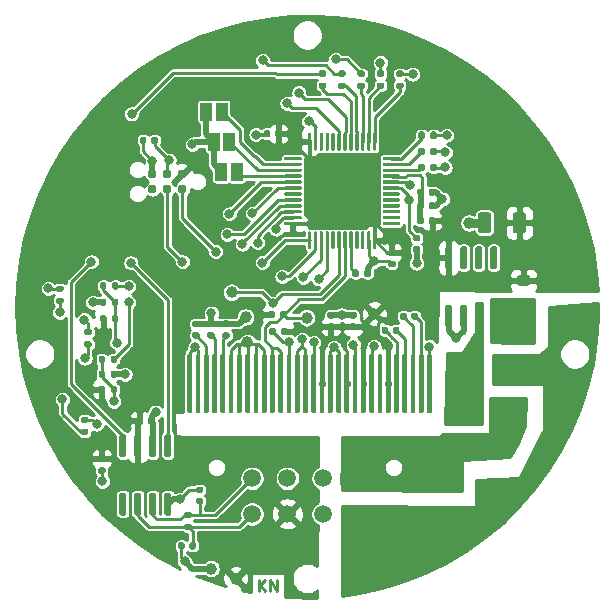
<source format=gbr>
%TF.GenerationSoftware,KiCad,Pcbnew,(5.1.10)-1*%
%TF.CreationDate,2022-02-14T20:34:47-05:00*%
%TF.ProjectId,CAN_Gauge,43414e5f-4761-4756-9765-2e6b69636164,rev?*%
%TF.SameCoordinates,Original*%
%TF.FileFunction,Copper,L1,Top*%
%TF.FilePolarity,Positive*%
%FSLAX46Y46*%
G04 Gerber Fmt 4.6, Leading zero omitted, Abs format (unit mm)*
G04 Created by KiCad (PCBNEW (5.1.10)-1) date 2022-02-14 20:34:47*
%MOMM*%
%LPD*%
G01*
G04 APERTURE LIST*
%TA.AperFunction,NonConductor*%
%ADD10C,0.250000*%
%TD*%
%TA.AperFunction,SMDPad,CuDef*%
%ADD11R,1.000000X1.500000*%
%TD*%
%TA.AperFunction,SMDPad,CuDef*%
%ADD12C,1.000000*%
%TD*%
%TA.AperFunction,ConnectorPad*%
%ADD13C,0.787400*%
%TD*%
%TA.AperFunction,SMDPad,CuDef*%
%ADD14R,1.200000X0.900000*%
%TD*%
%TA.AperFunction,ComponentPad*%
%ADD15C,1.500000*%
%TD*%
%TA.AperFunction,SMDPad,CuDef*%
%ADD16R,2.300000X2.500000*%
%TD*%
%TA.AperFunction,SMDPad,CuDef*%
%ADD17R,2.500000X1.800000*%
%TD*%
%TA.AperFunction,ViaPad*%
%ADD18C,0.800000*%
%TD*%
%TA.AperFunction,ViaPad*%
%ADD19C,1.000000*%
%TD*%
%TA.AperFunction,Conductor*%
%ADD20C,0.500000*%
%TD*%
%TA.AperFunction,Conductor*%
%ADD21C,0.254000*%
%TD*%
%TA.AperFunction,Conductor*%
%ADD22C,0.750000*%
%TD*%
%TA.AperFunction,Conductor*%
%ADD23C,0.250000*%
%TD*%
%TA.AperFunction,Conductor*%
%ADD24C,0.100000*%
%TD*%
G04 APERTURE END LIST*
D10*
X129190885Y-118691780D02*
X129190885Y-117691780D01*
X129762314Y-118691780D02*
X129333742Y-118120352D01*
X129762314Y-117691780D02*
X129190885Y-118263209D01*
X130190885Y-118691780D02*
X130190885Y-117691780D01*
X130762314Y-118691780D01*
X130762314Y-117691780D01*
%TO.P,C12,2*%
%TO.N,GND*%
%TA.AperFunction,SMDPad,CuDef*%
G36*
G01*
X119692800Y-80325000D02*
X119692800Y-80665000D01*
G75*
G02*
X119552800Y-80805000I-140000J0D01*
G01*
X119272800Y-80805000D01*
G75*
G02*
X119132800Y-80665000I0J140000D01*
G01*
X119132800Y-80325000D01*
G75*
G02*
X119272800Y-80185000I140000J0D01*
G01*
X119552800Y-80185000D01*
G75*
G02*
X119692800Y-80325000I0J-140000D01*
G01*
G37*
%TD.AperFunction*%
%TO.P,C12,1*%
%TO.N,NRST*%
%TA.AperFunction,SMDPad,CuDef*%
G36*
G01*
X120652800Y-80325000D02*
X120652800Y-80665000D01*
G75*
G02*
X120512800Y-80805000I-140000J0D01*
G01*
X120232800Y-80805000D01*
G75*
G02*
X120092800Y-80665000I0J140000D01*
G01*
X120092800Y-80325000D01*
G75*
G02*
X120232800Y-80185000I140000J0D01*
G01*
X120512800Y-80185000D01*
G75*
G02*
X120652800Y-80325000I0J-140000D01*
G01*
G37*
%TD.AperFunction*%
%TD*%
D11*
%TO.P,JP6,1*%
%TO.N,/STM/CONFIG_5*%
X127324600Y-83174700D03*
%TO.P,JP6,2*%
%TO.N,GND*%
X126024600Y-83174700D03*
%TD*%
%TO.P,JP5,1*%
%TO.N,/STM/CONFIG_4*%
X126691900Y-80622000D03*
%TO.P,JP5,2*%
%TO.N,GND*%
X125391900Y-80622000D03*
%TD*%
%TO.P,JP4,2*%
%TO.N,GND*%
X124754600Y-78056600D03*
%TO.P,JP4,1*%
%TO.N,/STM/CONFIG_3*%
X126054600Y-78056600D03*
%TD*%
%TO.P,U1,48*%
%TO.N,+3V3*%
%TA.AperFunction,SMDPad,CuDef*%
G36*
G01*
X139150400Y-88287600D02*
X139150400Y-89612600D01*
G75*
G02*
X139075400Y-89687600I-75000J0D01*
G01*
X138925400Y-89687600D01*
G75*
G02*
X138850400Y-89612600I0J75000D01*
G01*
X138850400Y-88287600D01*
G75*
G02*
X138925400Y-88212600I75000J0D01*
G01*
X139075400Y-88212600D01*
G75*
G02*
X139150400Y-88287600I0J-75000D01*
G01*
G37*
%TD.AperFunction*%
%TO.P,U1,47*%
%TO.N,GND*%
%TA.AperFunction,SMDPad,CuDef*%
G36*
G01*
X138650400Y-88287600D02*
X138650400Y-89612600D01*
G75*
G02*
X138575400Y-89687600I-75000J0D01*
G01*
X138425400Y-89687600D01*
G75*
G02*
X138350400Y-89612600I0J75000D01*
G01*
X138350400Y-88287600D01*
G75*
G02*
X138425400Y-88212600I75000J0D01*
G01*
X138575400Y-88212600D01*
G75*
G02*
X138650400Y-88287600I0J-75000D01*
G01*
G37*
%TD.AperFunction*%
%TO.P,U1,46*%
%TO.N,Net-(U1-Pad46)*%
%TA.AperFunction,SMDPad,CuDef*%
G36*
G01*
X138150400Y-88287600D02*
X138150400Y-89612600D01*
G75*
G02*
X138075400Y-89687600I-75000J0D01*
G01*
X137925400Y-89687600D01*
G75*
G02*
X137850400Y-89612600I0J75000D01*
G01*
X137850400Y-88287600D01*
G75*
G02*
X137925400Y-88212600I75000J0D01*
G01*
X138075400Y-88212600D01*
G75*
G02*
X138150400Y-88287600I0J-75000D01*
G01*
G37*
%TD.AperFunction*%
%TO.P,U1,45*%
%TO.N,Net-(U1-Pad45)*%
%TA.AperFunction,SMDPad,CuDef*%
G36*
G01*
X137650400Y-88287600D02*
X137650400Y-89612600D01*
G75*
G02*
X137575400Y-89687600I-75000J0D01*
G01*
X137425400Y-89687600D01*
G75*
G02*
X137350400Y-89612600I0J75000D01*
G01*
X137350400Y-88287600D01*
G75*
G02*
X137425400Y-88212600I75000J0D01*
G01*
X137575400Y-88212600D01*
G75*
G02*
X137650400Y-88287600I0J-75000D01*
G01*
G37*
%TD.AperFunction*%
%TO.P,U1,44*%
%TO.N,BOOT0*%
%TA.AperFunction,SMDPad,CuDef*%
G36*
G01*
X137150400Y-88287600D02*
X137150400Y-89612600D01*
G75*
G02*
X137075400Y-89687600I-75000J0D01*
G01*
X136925400Y-89687600D01*
G75*
G02*
X136850400Y-89612600I0J75000D01*
G01*
X136850400Y-88287600D01*
G75*
G02*
X136925400Y-88212600I75000J0D01*
G01*
X137075400Y-88212600D01*
G75*
G02*
X137150400Y-88287600I0J-75000D01*
G01*
G37*
%TD.AperFunction*%
%TO.P,U1,43*%
%TO.N,I2C1_SDA*%
%TA.AperFunction,SMDPad,CuDef*%
G36*
G01*
X136650400Y-88287600D02*
X136650400Y-89612600D01*
G75*
G02*
X136575400Y-89687600I-75000J0D01*
G01*
X136425400Y-89687600D01*
G75*
G02*
X136350400Y-89612600I0J75000D01*
G01*
X136350400Y-88287600D01*
G75*
G02*
X136425400Y-88212600I75000J0D01*
G01*
X136575400Y-88212600D01*
G75*
G02*
X136650400Y-88287600I0J-75000D01*
G01*
G37*
%TD.AperFunction*%
%TO.P,U1,42*%
%TO.N,I2C1_SCL*%
%TA.AperFunction,SMDPad,CuDef*%
G36*
G01*
X136150400Y-88287600D02*
X136150400Y-89612600D01*
G75*
G02*
X136075400Y-89687600I-75000J0D01*
G01*
X135925400Y-89687600D01*
G75*
G02*
X135850400Y-89612600I0J75000D01*
G01*
X135850400Y-88287600D01*
G75*
G02*
X135925400Y-88212600I75000J0D01*
G01*
X136075400Y-88212600D01*
G75*
G02*
X136150400Y-88287600I0J-75000D01*
G01*
G37*
%TD.AperFunction*%
%TO.P,U1,41*%
%TO.N,Net-(U1-Pad41)*%
%TA.AperFunction,SMDPad,CuDef*%
G36*
G01*
X135650400Y-88287600D02*
X135650400Y-89612600D01*
G75*
G02*
X135575400Y-89687600I-75000J0D01*
G01*
X135425400Y-89687600D01*
G75*
G02*
X135350400Y-89612600I0J75000D01*
G01*
X135350400Y-88287600D01*
G75*
G02*
X135425400Y-88212600I75000J0D01*
G01*
X135575400Y-88212600D01*
G75*
G02*
X135650400Y-88287600I0J-75000D01*
G01*
G37*
%TD.AperFunction*%
%TO.P,U1,40*%
%TO.N,SPARE_2_IN*%
%TA.AperFunction,SMDPad,CuDef*%
G36*
G01*
X135150400Y-88287600D02*
X135150400Y-89612600D01*
G75*
G02*
X135075400Y-89687600I-75000J0D01*
G01*
X134925400Y-89687600D01*
G75*
G02*
X134850400Y-89612600I0J75000D01*
G01*
X134850400Y-88287600D01*
G75*
G02*
X134925400Y-88212600I75000J0D01*
G01*
X135075400Y-88212600D01*
G75*
G02*
X135150400Y-88287600I0J-75000D01*
G01*
G37*
%TD.AperFunction*%
%TO.P,U1,39*%
%TO.N,SPARE_1_IN*%
%TA.AperFunction,SMDPad,CuDef*%
G36*
G01*
X134650400Y-88287600D02*
X134650400Y-89612600D01*
G75*
G02*
X134575400Y-89687600I-75000J0D01*
G01*
X134425400Y-89687600D01*
G75*
G02*
X134350400Y-89612600I0J75000D01*
G01*
X134350400Y-88287600D01*
G75*
G02*
X134425400Y-88212600I75000J0D01*
G01*
X134575400Y-88212600D01*
G75*
G02*
X134650400Y-88287600I0J-75000D01*
G01*
G37*
%TD.AperFunction*%
%TO.P,U1,38*%
%TO.N,USER_INPUT*%
%TA.AperFunction,SMDPad,CuDef*%
G36*
G01*
X134150400Y-88287600D02*
X134150400Y-89612600D01*
G75*
G02*
X134075400Y-89687600I-75000J0D01*
G01*
X133925400Y-89687600D01*
G75*
G02*
X133850400Y-89612600I0J75000D01*
G01*
X133850400Y-88287600D01*
G75*
G02*
X133925400Y-88212600I75000J0D01*
G01*
X134075400Y-88212600D01*
G75*
G02*
X134150400Y-88287600I0J-75000D01*
G01*
G37*
%TD.AperFunction*%
%TO.P,U1,37*%
%TO.N,SWCLK*%
%TA.AperFunction,SMDPad,CuDef*%
G36*
G01*
X133650400Y-88287600D02*
X133650400Y-89612600D01*
G75*
G02*
X133575400Y-89687600I-75000J0D01*
G01*
X133425400Y-89687600D01*
G75*
G02*
X133350400Y-89612600I0J75000D01*
G01*
X133350400Y-88287600D01*
G75*
G02*
X133425400Y-88212600I75000J0D01*
G01*
X133575400Y-88212600D01*
G75*
G02*
X133650400Y-88287600I0J-75000D01*
G01*
G37*
%TD.AperFunction*%
%TO.P,U1,36*%
%TO.N,+3V3*%
%TA.AperFunction,SMDPad,CuDef*%
G36*
G01*
X132825400Y-87462600D02*
X132825400Y-87612600D01*
G75*
G02*
X132750400Y-87687600I-75000J0D01*
G01*
X131425400Y-87687600D01*
G75*
G02*
X131350400Y-87612600I0J75000D01*
G01*
X131350400Y-87462600D01*
G75*
G02*
X131425400Y-87387600I75000J0D01*
G01*
X132750400Y-87387600D01*
G75*
G02*
X132825400Y-87462600I0J-75000D01*
G01*
G37*
%TD.AperFunction*%
%TO.P,U1,35*%
%TO.N,GND*%
%TA.AperFunction,SMDPad,CuDef*%
G36*
G01*
X132825400Y-86962600D02*
X132825400Y-87112600D01*
G75*
G02*
X132750400Y-87187600I-75000J0D01*
G01*
X131425400Y-87187600D01*
G75*
G02*
X131350400Y-87112600I0J75000D01*
G01*
X131350400Y-86962600D01*
G75*
G02*
X131425400Y-86887600I75000J0D01*
G01*
X132750400Y-86887600D01*
G75*
G02*
X132825400Y-86962600I0J-75000D01*
G01*
G37*
%TD.AperFunction*%
%TO.P,U1,34*%
%TO.N,SWDIO*%
%TA.AperFunction,SMDPad,CuDef*%
G36*
G01*
X132825400Y-86462600D02*
X132825400Y-86612600D01*
G75*
G02*
X132750400Y-86687600I-75000J0D01*
G01*
X131425400Y-86687600D01*
G75*
G02*
X131350400Y-86612600I0J75000D01*
G01*
X131350400Y-86462600D01*
G75*
G02*
X131425400Y-86387600I75000J0D01*
G01*
X132750400Y-86387600D01*
G75*
G02*
X132825400Y-86462600I0J-75000D01*
G01*
G37*
%TD.AperFunction*%
%TO.P,U1,33*%
%TO.N,CAN_TX*%
%TA.AperFunction,SMDPad,CuDef*%
G36*
G01*
X132825400Y-85962600D02*
X132825400Y-86112600D01*
G75*
G02*
X132750400Y-86187600I-75000J0D01*
G01*
X131425400Y-86187600D01*
G75*
G02*
X131350400Y-86112600I0J75000D01*
G01*
X131350400Y-85962600D01*
G75*
G02*
X131425400Y-85887600I75000J0D01*
G01*
X132750400Y-85887600D01*
G75*
G02*
X132825400Y-85962600I0J-75000D01*
G01*
G37*
%TD.AperFunction*%
%TO.P,U1,32*%
%TO.N,CAN_RX*%
%TA.AperFunction,SMDPad,CuDef*%
G36*
G01*
X132825400Y-85462600D02*
X132825400Y-85612600D01*
G75*
G02*
X132750400Y-85687600I-75000J0D01*
G01*
X131425400Y-85687600D01*
G75*
G02*
X131350400Y-85612600I0J75000D01*
G01*
X131350400Y-85462600D01*
G75*
G02*
X131425400Y-85387600I75000J0D01*
G01*
X132750400Y-85387600D01*
G75*
G02*
X132825400Y-85462600I0J-75000D01*
G01*
G37*
%TD.AperFunction*%
%TO.P,U1,31*%
%TO.N,Net-(U1-Pad31)*%
%TA.AperFunction,SMDPad,CuDef*%
G36*
G01*
X132825400Y-84962600D02*
X132825400Y-85112600D01*
G75*
G02*
X132750400Y-85187600I-75000J0D01*
G01*
X131425400Y-85187600D01*
G75*
G02*
X131350400Y-85112600I0J75000D01*
G01*
X131350400Y-84962600D01*
G75*
G02*
X131425400Y-84887600I75000J0D01*
G01*
X132750400Y-84887600D01*
G75*
G02*
X132825400Y-84962600I0J-75000D01*
G01*
G37*
%TD.AperFunction*%
%TO.P,U1,30*%
%TO.N,LED10*%
%TA.AperFunction,SMDPad,CuDef*%
G36*
G01*
X132825400Y-84462600D02*
X132825400Y-84612600D01*
G75*
G02*
X132750400Y-84687600I-75000J0D01*
G01*
X131425400Y-84687600D01*
G75*
G02*
X131350400Y-84612600I0J75000D01*
G01*
X131350400Y-84462600D01*
G75*
G02*
X131425400Y-84387600I75000J0D01*
G01*
X132750400Y-84387600D01*
G75*
G02*
X132825400Y-84462600I0J-75000D01*
G01*
G37*
%TD.AperFunction*%
%TO.P,U1,29*%
%TO.N,LED9*%
%TA.AperFunction,SMDPad,CuDef*%
G36*
G01*
X132825400Y-83962600D02*
X132825400Y-84112600D01*
G75*
G02*
X132750400Y-84187600I-75000J0D01*
G01*
X131425400Y-84187600D01*
G75*
G02*
X131350400Y-84112600I0J75000D01*
G01*
X131350400Y-83962600D01*
G75*
G02*
X131425400Y-83887600I75000J0D01*
G01*
X132750400Y-83887600D01*
G75*
G02*
X132825400Y-83962600I0J-75000D01*
G01*
G37*
%TD.AperFunction*%
%TO.P,U1,28*%
%TO.N,/STM/CONFIG_5*%
%TA.AperFunction,SMDPad,CuDef*%
G36*
G01*
X132825400Y-83462600D02*
X132825400Y-83612600D01*
G75*
G02*
X132750400Y-83687600I-75000J0D01*
G01*
X131425400Y-83687600D01*
G75*
G02*
X131350400Y-83612600I0J75000D01*
G01*
X131350400Y-83462600D01*
G75*
G02*
X131425400Y-83387600I75000J0D01*
G01*
X132750400Y-83387600D01*
G75*
G02*
X132825400Y-83462600I0J-75000D01*
G01*
G37*
%TD.AperFunction*%
%TO.P,U1,27*%
%TO.N,/STM/CONFIG_4*%
%TA.AperFunction,SMDPad,CuDef*%
G36*
G01*
X132825400Y-82962600D02*
X132825400Y-83112600D01*
G75*
G02*
X132750400Y-83187600I-75000J0D01*
G01*
X131425400Y-83187600D01*
G75*
G02*
X131350400Y-83112600I0J75000D01*
G01*
X131350400Y-82962600D01*
G75*
G02*
X131425400Y-82887600I75000J0D01*
G01*
X132750400Y-82887600D01*
G75*
G02*
X132825400Y-82962600I0J-75000D01*
G01*
G37*
%TD.AperFunction*%
%TO.P,U1,26*%
%TO.N,/STM/CONFIG_3*%
%TA.AperFunction,SMDPad,CuDef*%
G36*
G01*
X132825400Y-82462600D02*
X132825400Y-82612600D01*
G75*
G02*
X132750400Y-82687600I-75000J0D01*
G01*
X131425400Y-82687600D01*
G75*
G02*
X131350400Y-82612600I0J75000D01*
G01*
X131350400Y-82462600D01*
G75*
G02*
X131425400Y-82387600I75000J0D01*
G01*
X132750400Y-82387600D01*
G75*
G02*
X132825400Y-82462600I0J-75000D01*
G01*
G37*
%TD.AperFunction*%
%TO.P,U1,25*%
%TO.N,Net-(U1-Pad25)*%
%TA.AperFunction,SMDPad,CuDef*%
G36*
G01*
X132825400Y-81962600D02*
X132825400Y-82112600D01*
G75*
G02*
X132750400Y-82187600I-75000J0D01*
G01*
X131425400Y-82187600D01*
G75*
G02*
X131350400Y-82112600I0J75000D01*
G01*
X131350400Y-81962600D01*
G75*
G02*
X131425400Y-81887600I75000J0D01*
G01*
X132750400Y-81887600D01*
G75*
G02*
X132825400Y-81962600I0J-75000D01*
G01*
G37*
%TD.AperFunction*%
%TO.P,U1,24*%
%TO.N,+3V3*%
%TA.AperFunction,SMDPad,CuDef*%
G36*
G01*
X133650400Y-79962600D02*
X133650400Y-81287600D01*
G75*
G02*
X133575400Y-81362600I-75000J0D01*
G01*
X133425400Y-81362600D01*
G75*
G02*
X133350400Y-81287600I0J75000D01*
G01*
X133350400Y-79962600D01*
G75*
G02*
X133425400Y-79887600I75000J0D01*
G01*
X133575400Y-79887600D01*
G75*
G02*
X133650400Y-79962600I0J-75000D01*
G01*
G37*
%TD.AperFunction*%
%TO.P,U1,23*%
%TO.N,GND*%
%TA.AperFunction,SMDPad,CuDef*%
G36*
G01*
X134150400Y-79962600D02*
X134150400Y-81287600D01*
G75*
G02*
X134075400Y-81362600I-75000J0D01*
G01*
X133925400Y-81362600D01*
G75*
G02*
X133850400Y-81287600I0J75000D01*
G01*
X133850400Y-79962600D01*
G75*
G02*
X133925400Y-79887600I75000J0D01*
G01*
X134075400Y-79887600D01*
G75*
G02*
X134150400Y-79962600I0J-75000D01*
G01*
G37*
%TD.AperFunction*%
%TO.P,U1,22*%
%TO.N,Net-(U1-Pad22)*%
%TA.AperFunction,SMDPad,CuDef*%
G36*
G01*
X134650400Y-79962600D02*
X134650400Y-81287600D01*
G75*
G02*
X134575400Y-81362600I-75000J0D01*
G01*
X134425400Y-81362600D01*
G75*
G02*
X134350400Y-81287600I0J75000D01*
G01*
X134350400Y-79962600D01*
G75*
G02*
X134425400Y-79887600I75000J0D01*
G01*
X134575400Y-79887600D01*
G75*
G02*
X134650400Y-79962600I0J-75000D01*
G01*
G37*
%TD.AperFunction*%
%TO.P,U1,21*%
%TO.N,Net-(U1-Pad21)*%
%TA.AperFunction,SMDPad,CuDef*%
G36*
G01*
X135150400Y-79962600D02*
X135150400Y-81287600D01*
G75*
G02*
X135075400Y-81362600I-75000J0D01*
G01*
X134925400Y-81362600D01*
G75*
G02*
X134850400Y-81287600I0J75000D01*
G01*
X134850400Y-79962600D01*
G75*
G02*
X134925400Y-79887600I75000J0D01*
G01*
X135075400Y-79887600D01*
G75*
G02*
X135150400Y-79962600I0J-75000D01*
G01*
G37*
%TD.AperFunction*%
%TO.P,U1,20*%
%TO.N,Net-(U1-Pad20)*%
%TA.AperFunction,SMDPad,CuDef*%
G36*
G01*
X135650400Y-79962600D02*
X135650400Y-81287600D01*
G75*
G02*
X135575400Y-81362600I-75000J0D01*
G01*
X135425400Y-81362600D01*
G75*
G02*
X135350400Y-81287600I0J75000D01*
G01*
X135350400Y-79962600D01*
G75*
G02*
X135425400Y-79887600I75000J0D01*
G01*
X135575400Y-79887600D01*
G75*
G02*
X135650400Y-79962600I0J-75000D01*
G01*
G37*
%TD.AperFunction*%
%TO.P,U1,19*%
%TO.N,/STM/CONFIG_2*%
%TA.AperFunction,SMDPad,CuDef*%
G36*
G01*
X136150400Y-79962600D02*
X136150400Y-81287600D01*
G75*
G02*
X136075400Y-81362600I-75000J0D01*
G01*
X135925400Y-81362600D01*
G75*
G02*
X135850400Y-81287600I0J75000D01*
G01*
X135850400Y-79962600D01*
G75*
G02*
X135925400Y-79887600I75000J0D01*
G01*
X136075400Y-79887600D01*
G75*
G02*
X136150400Y-79962600I0J-75000D01*
G01*
G37*
%TD.AperFunction*%
%TO.P,U1,18*%
%TO.N,/STM/CONFIG_1*%
%TA.AperFunction,SMDPad,CuDef*%
G36*
G01*
X136650400Y-79962600D02*
X136650400Y-81287600D01*
G75*
G02*
X136575400Y-81362600I-75000J0D01*
G01*
X136425400Y-81362600D01*
G75*
G02*
X136350400Y-81287600I0J75000D01*
G01*
X136350400Y-79962600D01*
G75*
G02*
X136425400Y-79887600I75000J0D01*
G01*
X136575400Y-79887600D01*
G75*
G02*
X136650400Y-79962600I0J-75000D01*
G01*
G37*
%TD.AperFunction*%
%TO.P,U1,17*%
%TO.N,LED8*%
%TA.AperFunction,SMDPad,CuDef*%
G36*
G01*
X137150400Y-79962600D02*
X137150400Y-81287600D01*
G75*
G02*
X137075400Y-81362600I-75000J0D01*
G01*
X136925400Y-81362600D01*
G75*
G02*
X136850400Y-81287600I0J75000D01*
G01*
X136850400Y-79962600D01*
G75*
G02*
X136925400Y-79887600I75000J0D01*
G01*
X137075400Y-79887600D01*
G75*
G02*
X137150400Y-79962600I0J-75000D01*
G01*
G37*
%TD.AperFunction*%
%TO.P,U1,16*%
%TO.N,LED7*%
%TA.AperFunction,SMDPad,CuDef*%
G36*
G01*
X137650400Y-79962600D02*
X137650400Y-81287600D01*
G75*
G02*
X137575400Y-81362600I-75000J0D01*
G01*
X137425400Y-81362600D01*
G75*
G02*
X137350400Y-81287600I0J75000D01*
G01*
X137350400Y-79962600D01*
G75*
G02*
X137425400Y-79887600I75000J0D01*
G01*
X137575400Y-79887600D01*
G75*
G02*
X137650400Y-79962600I0J-75000D01*
G01*
G37*
%TD.AperFunction*%
%TO.P,U1,15*%
%TO.N,LED6*%
%TA.AperFunction,SMDPad,CuDef*%
G36*
G01*
X138150400Y-79962600D02*
X138150400Y-81287600D01*
G75*
G02*
X138075400Y-81362600I-75000J0D01*
G01*
X137925400Y-81362600D01*
G75*
G02*
X137850400Y-81287600I0J75000D01*
G01*
X137850400Y-79962600D01*
G75*
G02*
X137925400Y-79887600I75000J0D01*
G01*
X138075400Y-79887600D01*
G75*
G02*
X138150400Y-79962600I0J-75000D01*
G01*
G37*
%TD.AperFunction*%
%TO.P,U1,14*%
%TO.N,LED5*%
%TA.AperFunction,SMDPad,CuDef*%
G36*
G01*
X138650400Y-79962600D02*
X138650400Y-81287600D01*
G75*
G02*
X138575400Y-81362600I-75000J0D01*
G01*
X138425400Y-81362600D01*
G75*
G02*
X138350400Y-81287600I0J75000D01*
G01*
X138350400Y-79962600D01*
G75*
G02*
X138425400Y-79887600I75000J0D01*
G01*
X138575400Y-79887600D01*
G75*
G02*
X138650400Y-79962600I0J-75000D01*
G01*
G37*
%TD.AperFunction*%
%TO.P,U1,13*%
%TO.N,LED4*%
%TA.AperFunction,SMDPad,CuDef*%
G36*
G01*
X139150400Y-79962600D02*
X139150400Y-81287600D01*
G75*
G02*
X139075400Y-81362600I-75000J0D01*
G01*
X138925400Y-81362600D01*
G75*
G02*
X138850400Y-81287600I0J75000D01*
G01*
X138850400Y-79962600D01*
G75*
G02*
X138925400Y-79887600I75000J0D01*
G01*
X139075400Y-79887600D01*
G75*
G02*
X139150400Y-79962600I0J-75000D01*
G01*
G37*
%TD.AperFunction*%
%TO.P,U1,12*%
%TO.N,LED3*%
%TA.AperFunction,SMDPad,CuDef*%
G36*
G01*
X141150400Y-81962600D02*
X141150400Y-82112600D01*
G75*
G02*
X141075400Y-82187600I-75000J0D01*
G01*
X139750400Y-82187600D01*
G75*
G02*
X139675400Y-82112600I0J75000D01*
G01*
X139675400Y-81962600D01*
G75*
G02*
X139750400Y-81887600I75000J0D01*
G01*
X141075400Y-81887600D01*
G75*
G02*
X141150400Y-81962600I0J-75000D01*
G01*
G37*
%TD.AperFunction*%
%TO.P,U1,11*%
%TO.N,LED2*%
%TA.AperFunction,SMDPad,CuDef*%
G36*
G01*
X141150400Y-82462600D02*
X141150400Y-82612600D01*
G75*
G02*
X141075400Y-82687600I-75000J0D01*
G01*
X139750400Y-82687600D01*
G75*
G02*
X139675400Y-82612600I0J75000D01*
G01*
X139675400Y-82462600D01*
G75*
G02*
X139750400Y-82387600I75000J0D01*
G01*
X141075400Y-82387600D01*
G75*
G02*
X141150400Y-82462600I0J-75000D01*
G01*
G37*
%TD.AperFunction*%
%TO.P,U1,10*%
%TO.N,LED1*%
%TA.AperFunction,SMDPad,CuDef*%
G36*
G01*
X141150400Y-82962600D02*
X141150400Y-83112600D01*
G75*
G02*
X141075400Y-83187600I-75000J0D01*
G01*
X139750400Y-83187600D01*
G75*
G02*
X139675400Y-83112600I0J75000D01*
G01*
X139675400Y-82962600D01*
G75*
G02*
X139750400Y-82887600I75000J0D01*
G01*
X141075400Y-82887600D01*
G75*
G02*
X141150400Y-82962600I0J-75000D01*
G01*
G37*
%TD.AperFunction*%
%TO.P,U1,9*%
%TO.N,VDDA*%
%TA.AperFunction,SMDPad,CuDef*%
G36*
G01*
X141150400Y-83462600D02*
X141150400Y-83612600D01*
G75*
G02*
X141075400Y-83687600I-75000J0D01*
G01*
X139750400Y-83687600D01*
G75*
G02*
X139675400Y-83612600I0J75000D01*
G01*
X139675400Y-83462600D01*
G75*
G02*
X139750400Y-83387600I75000J0D01*
G01*
X141075400Y-83387600D01*
G75*
G02*
X141150400Y-83462600I0J-75000D01*
G01*
G37*
%TD.AperFunction*%
%TO.P,U1,8*%
%TO.N,GND*%
%TA.AperFunction,SMDPad,CuDef*%
G36*
G01*
X141150400Y-83962600D02*
X141150400Y-84112600D01*
G75*
G02*
X141075400Y-84187600I-75000J0D01*
G01*
X139750400Y-84187600D01*
G75*
G02*
X139675400Y-84112600I0J75000D01*
G01*
X139675400Y-83962600D01*
G75*
G02*
X139750400Y-83887600I75000J0D01*
G01*
X141075400Y-83887600D01*
G75*
G02*
X141150400Y-83962600I0J-75000D01*
G01*
G37*
%TD.AperFunction*%
%TO.P,U1,7*%
%TO.N,NRST*%
%TA.AperFunction,SMDPad,CuDef*%
G36*
G01*
X141150400Y-84462600D02*
X141150400Y-84612600D01*
G75*
G02*
X141075400Y-84687600I-75000J0D01*
G01*
X139750400Y-84687600D01*
G75*
G02*
X139675400Y-84612600I0J75000D01*
G01*
X139675400Y-84462600D01*
G75*
G02*
X139750400Y-84387600I75000J0D01*
G01*
X141075400Y-84387600D01*
G75*
G02*
X141150400Y-84462600I0J-75000D01*
G01*
G37*
%TD.AperFunction*%
%TO.P,U1,6*%
%TO.N,Net-(U1-Pad6)*%
%TA.AperFunction,SMDPad,CuDef*%
G36*
G01*
X141150400Y-84962600D02*
X141150400Y-85112600D01*
G75*
G02*
X141075400Y-85187600I-75000J0D01*
G01*
X139750400Y-85187600D01*
G75*
G02*
X139675400Y-85112600I0J75000D01*
G01*
X139675400Y-84962600D01*
G75*
G02*
X139750400Y-84887600I75000J0D01*
G01*
X141075400Y-84887600D01*
G75*
G02*
X141150400Y-84962600I0J-75000D01*
G01*
G37*
%TD.AperFunction*%
%TO.P,U1,5*%
%TO.N,Net-(U1-Pad5)*%
%TA.AperFunction,SMDPad,CuDef*%
G36*
G01*
X141150400Y-85462600D02*
X141150400Y-85612600D01*
G75*
G02*
X141075400Y-85687600I-75000J0D01*
G01*
X139750400Y-85687600D01*
G75*
G02*
X139675400Y-85612600I0J75000D01*
G01*
X139675400Y-85462600D01*
G75*
G02*
X139750400Y-85387600I75000J0D01*
G01*
X141075400Y-85387600D01*
G75*
G02*
X141150400Y-85462600I0J-75000D01*
G01*
G37*
%TD.AperFunction*%
%TO.P,U1,4*%
%TO.N,OSC_OUT*%
%TA.AperFunction,SMDPad,CuDef*%
G36*
G01*
X141150400Y-85962600D02*
X141150400Y-86112600D01*
G75*
G02*
X141075400Y-86187600I-75000J0D01*
G01*
X139750400Y-86187600D01*
G75*
G02*
X139675400Y-86112600I0J75000D01*
G01*
X139675400Y-85962600D01*
G75*
G02*
X139750400Y-85887600I75000J0D01*
G01*
X141075400Y-85887600D01*
G75*
G02*
X141150400Y-85962600I0J-75000D01*
G01*
G37*
%TD.AperFunction*%
%TO.P,U1,3*%
%TO.N,OSC_IN*%
%TA.AperFunction,SMDPad,CuDef*%
G36*
G01*
X141150400Y-86462600D02*
X141150400Y-86612600D01*
G75*
G02*
X141075400Y-86687600I-75000J0D01*
G01*
X139750400Y-86687600D01*
G75*
G02*
X139675400Y-86612600I0J75000D01*
G01*
X139675400Y-86462600D01*
G75*
G02*
X139750400Y-86387600I75000J0D01*
G01*
X141075400Y-86387600D01*
G75*
G02*
X141150400Y-86462600I0J-75000D01*
G01*
G37*
%TD.AperFunction*%
%TO.P,U1,2*%
%TO.N,Net-(U1-Pad2)*%
%TA.AperFunction,SMDPad,CuDef*%
G36*
G01*
X141150400Y-86962600D02*
X141150400Y-87112600D01*
G75*
G02*
X141075400Y-87187600I-75000J0D01*
G01*
X139750400Y-87187600D01*
G75*
G02*
X139675400Y-87112600I0J75000D01*
G01*
X139675400Y-86962600D01*
G75*
G02*
X139750400Y-86887600I75000J0D01*
G01*
X141075400Y-86887600D01*
G75*
G02*
X141150400Y-86962600I0J-75000D01*
G01*
G37*
%TD.AperFunction*%
%TO.P,U1,1*%
%TO.N,Net-(U1-Pad1)*%
%TA.AperFunction,SMDPad,CuDef*%
G36*
G01*
X141150400Y-87462600D02*
X141150400Y-87612600D01*
G75*
G02*
X141075400Y-87687600I-75000J0D01*
G01*
X139750400Y-87687600D01*
G75*
G02*
X139675400Y-87612600I0J75000D01*
G01*
X139675400Y-87462600D01*
G75*
G02*
X139750400Y-87387600I75000J0D01*
G01*
X141075400Y-87387600D01*
G75*
G02*
X141150400Y-87462600I0J-75000D01*
G01*
G37*
%TD.AperFunction*%
%TD*%
%TO.P,C6,2*%
%TO.N,GND*%
%TA.AperFunction,SMDPad,CuDef*%
G36*
G01*
X142392300Y-89458000D02*
X142732300Y-89458000D01*
G75*
G02*
X142872300Y-89598000I0J-140000D01*
G01*
X142872300Y-89878000D01*
G75*
G02*
X142732300Y-90018000I-140000J0D01*
G01*
X142392300Y-90018000D01*
G75*
G02*
X142252300Y-89878000I0J140000D01*
G01*
X142252300Y-89598000D01*
G75*
G02*
X142392300Y-89458000I140000J0D01*
G01*
G37*
%TD.AperFunction*%
%TO.P,C6,1*%
%TO.N,NRST*%
%TA.AperFunction,SMDPad,CuDef*%
G36*
G01*
X142392300Y-88498000D02*
X142732300Y-88498000D01*
G75*
G02*
X142872300Y-88638000I0J-140000D01*
G01*
X142872300Y-88918000D01*
G75*
G02*
X142732300Y-89058000I-140000J0D01*
G01*
X142392300Y-89058000D01*
G75*
G02*
X142252300Y-88918000I0J140000D01*
G01*
X142252300Y-88638000D01*
G75*
G02*
X142392300Y-88498000I140000J0D01*
G01*
G37*
%TD.AperFunction*%
%TD*%
%TO.P,U4,1*%
%TO.N,GND*%
%TA.AperFunction,SMDPad,CuDef*%
G36*
G01*
X143454000Y-103513000D02*
X143454000Y-98713000D01*
G75*
G02*
X143554000Y-98613000I100000J0D01*
G01*
X143754000Y-98613000D01*
G75*
G02*
X143854000Y-98713000I0J-100000D01*
G01*
X143854000Y-103513000D01*
G75*
G02*
X143754000Y-103613000I-100000J0D01*
G01*
X143554000Y-103613000D01*
G75*
G02*
X143454000Y-103513000I0J100000D01*
G01*
G37*
%TD.AperFunction*%
%TO.P,U4,2*%
%TO.N,Net-(C18-Pad2)*%
%TA.AperFunction,SMDPad,CuDef*%
G36*
G01*
X142754000Y-103513000D02*
X142754000Y-98713000D01*
G75*
G02*
X142854000Y-98613000I100000J0D01*
G01*
X143054000Y-98613000D01*
G75*
G02*
X143154000Y-98713000I0J-100000D01*
G01*
X143154000Y-103513000D01*
G75*
G02*
X143054000Y-103613000I-100000J0D01*
G01*
X142854000Y-103613000D01*
G75*
G02*
X142754000Y-103513000I0J100000D01*
G01*
G37*
%TD.AperFunction*%
%TO.P,U4,3*%
%TO.N,Net-(C18-Pad1)*%
%TA.AperFunction,SMDPad,CuDef*%
G36*
G01*
X142054000Y-103513000D02*
X142054000Y-98713000D01*
G75*
G02*
X142154000Y-98613000I100000J0D01*
G01*
X142354000Y-98613000D01*
G75*
G02*
X142454000Y-98713000I0J-100000D01*
G01*
X142454000Y-103513000D01*
G75*
G02*
X142354000Y-103613000I-100000J0D01*
G01*
X142154000Y-103613000D01*
G75*
G02*
X142054000Y-103513000I0J100000D01*
G01*
G37*
%TD.AperFunction*%
%TO.P,U4,4*%
%TO.N,Net-(C16-Pad2)*%
%TA.AperFunction,SMDPad,CuDef*%
G36*
G01*
X141354000Y-103513000D02*
X141354000Y-98713000D01*
G75*
G02*
X141454000Y-98613000I100000J0D01*
G01*
X141654000Y-98613000D01*
G75*
G02*
X141754000Y-98713000I0J-100000D01*
G01*
X141754000Y-103513000D01*
G75*
G02*
X141654000Y-103613000I-100000J0D01*
G01*
X141454000Y-103613000D01*
G75*
G02*
X141354000Y-103513000I0J100000D01*
G01*
G37*
%TD.AperFunction*%
%TO.P,U4,5*%
%TO.N,Net-(C16-Pad1)*%
%TA.AperFunction,SMDPad,CuDef*%
G36*
G01*
X140654000Y-103513000D02*
X140654000Y-98713000D01*
G75*
G02*
X140754000Y-98613000I100000J0D01*
G01*
X140954000Y-98613000D01*
G75*
G02*
X141054000Y-98713000I0J-100000D01*
G01*
X141054000Y-103513000D01*
G75*
G02*
X140954000Y-103613000I-100000J0D01*
G01*
X140754000Y-103613000D01*
G75*
G02*
X140654000Y-103513000I0J100000D01*
G01*
G37*
%TD.AperFunction*%
%TO.P,U4,6*%
%TO.N,+3V3*%
%TA.AperFunction,SMDPad,CuDef*%
G36*
G01*
X139954000Y-103513000D02*
X139954000Y-98713000D01*
G75*
G02*
X140054000Y-98613000I100000J0D01*
G01*
X140254000Y-98613000D01*
G75*
G02*
X140354000Y-98713000I0J-100000D01*
G01*
X140354000Y-103513000D01*
G75*
G02*
X140254000Y-103613000I-100000J0D01*
G01*
X140054000Y-103613000D01*
G75*
G02*
X139954000Y-103513000I0J100000D01*
G01*
G37*
%TD.AperFunction*%
%TO.P,U4,7*%
%TO.N,Net-(U4-Pad7)*%
%TA.AperFunction,SMDPad,CuDef*%
G36*
G01*
X139254000Y-103513000D02*
X139254000Y-98713000D01*
G75*
G02*
X139354000Y-98613000I100000J0D01*
G01*
X139554000Y-98613000D01*
G75*
G02*
X139654000Y-98713000I0J-100000D01*
G01*
X139654000Y-103513000D01*
G75*
G02*
X139554000Y-103613000I-100000J0D01*
G01*
X139354000Y-103613000D01*
G75*
G02*
X139254000Y-103513000I0J100000D01*
G01*
G37*
%TD.AperFunction*%
%TO.P,U4,8*%
%TO.N,GND*%
%TA.AperFunction,SMDPad,CuDef*%
G36*
G01*
X138554000Y-103513000D02*
X138554000Y-98713000D01*
G75*
G02*
X138654000Y-98613000I100000J0D01*
G01*
X138854000Y-98613000D01*
G75*
G02*
X138954000Y-98713000I0J-100000D01*
G01*
X138954000Y-103513000D01*
G75*
G02*
X138854000Y-103613000I-100000J0D01*
G01*
X138654000Y-103613000D01*
G75*
G02*
X138554000Y-103513000I0J100000D01*
G01*
G37*
%TD.AperFunction*%
%TO.P,U4,9*%
%TO.N,+3V3*%
%TA.AperFunction,SMDPad,CuDef*%
G36*
G01*
X137854000Y-103513000D02*
X137854000Y-98713000D01*
G75*
G02*
X137954000Y-98613000I100000J0D01*
G01*
X138154000Y-98613000D01*
G75*
G02*
X138254000Y-98713000I0J-100000D01*
G01*
X138254000Y-103513000D01*
G75*
G02*
X138154000Y-103613000I-100000J0D01*
G01*
X137954000Y-103613000D01*
G75*
G02*
X137854000Y-103513000I0J100000D01*
G01*
G37*
%TD.AperFunction*%
%TO.P,U4,10*%
%TO.N,GND*%
%TA.AperFunction,SMDPad,CuDef*%
G36*
G01*
X137154000Y-103513000D02*
X137154000Y-98713000D01*
G75*
G02*
X137254000Y-98613000I100000J0D01*
G01*
X137454000Y-98613000D01*
G75*
G02*
X137554000Y-98713000I0J-100000D01*
G01*
X137554000Y-103513000D01*
G75*
G02*
X137454000Y-103613000I-100000J0D01*
G01*
X137254000Y-103613000D01*
G75*
G02*
X137154000Y-103513000I0J100000D01*
G01*
G37*
%TD.AperFunction*%
%TO.P,U4,11*%
%TO.N,+3V3*%
%TA.AperFunction,SMDPad,CuDef*%
G36*
G01*
X136454000Y-103513000D02*
X136454000Y-98713000D01*
G75*
G02*
X136554000Y-98613000I100000J0D01*
G01*
X136754000Y-98613000D01*
G75*
G02*
X136854000Y-98713000I0J-100000D01*
G01*
X136854000Y-103513000D01*
G75*
G02*
X136754000Y-103613000I-100000J0D01*
G01*
X136554000Y-103613000D01*
G75*
G02*
X136454000Y-103513000I0J100000D01*
G01*
G37*
%TD.AperFunction*%
%TO.P,U4,12*%
%TO.N,GND*%
%TA.AperFunction,SMDPad,CuDef*%
G36*
G01*
X135754000Y-103513000D02*
X135754000Y-98713000D01*
G75*
G02*
X135854000Y-98613000I100000J0D01*
G01*
X136054000Y-98613000D01*
G75*
G02*
X136154000Y-98713000I0J-100000D01*
G01*
X136154000Y-103513000D01*
G75*
G02*
X136054000Y-103613000I-100000J0D01*
G01*
X135854000Y-103613000D01*
G75*
G02*
X135754000Y-103513000I0J100000D01*
G01*
G37*
%TD.AperFunction*%
%TO.P,U4,13*%
%TA.AperFunction,SMDPad,CuDef*%
G36*
G01*
X135054000Y-103513000D02*
X135054000Y-98713000D01*
G75*
G02*
X135154000Y-98613000I100000J0D01*
G01*
X135354000Y-98613000D01*
G75*
G02*
X135454000Y-98713000I0J-100000D01*
G01*
X135454000Y-103513000D01*
G75*
G02*
X135354000Y-103613000I-100000J0D01*
G01*
X135154000Y-103613000D01*
G75*
G02*
X135054000Y-103513000I0J100000D01*
G01*
G37*
%TD.AperFunction*%
%TO.P,U4,14*%
%TO.N,+3V3*%
%TA.AperFunction,SMDPad,CuDef*%
G36*
G01*
X134354000Y-103513000D02*
X134354000Y-98713000D01*
G75*
G02*
X134454000Y-98613000I100000J0D01*
G01*
X134654000Y-98613000D01*
G75*
G02*
X134754000Y-98713000I0J-100000D01*
G01*
X134754000Y-103513000D01*
G75*
G02*
X134654000Y-103613000I-100000J0D01*
G01*
X134454000Y-103613000D01*
G75*
G02*
X134354000Y-103513000I0J100000D01*
G01*
G37*
%TD.AperFunction*%
%TO.P,U4,15*%
%TO.N,/OLED/SA0*%
%TA.AperFunction,SMDPad,CuDef*%
G36*
G01*
X133654000Y-103513000D02*
X133654000Y-98713000D01*
G75*
G02*
X133754000Y-98613000I100000J0D01*
G01*
X133954000Y-98613000D01*
G75*
G02*
X134054000Y-98713000I0J-100000D01*
G01*
X134054000Y-103513000D01*
G75*
G02*
X133954000Y-103613000I-100000J0D01*
G01*
X133754000Y-103613000D01*
G75*
G02*
X133654000Y-103513000I0J100000D01*
G01*
G37*
%TD.AperFunction*%
%TO.P,U4,16*%
%TO.N,GND*%
%TA.AperFunction,SMDPad,CuDef*%
G36*
G01*
X132954000Y-103513000D02*
X132954000Y-98713000D01*
G75*
G02*
X133054000Y-98613000I100000J0D01*
G01*
X133254000Y-98613000D01*
G75*
G02*
X133354000Y-98713000I0J-100000D01*
G01*
X133354000Y-103513000D01*
G75*
G02*
X133254000Y-103613000I-100000J0D01*
G01*
X133054000Y-103613000D01*
G75*
G02*
X132954000Y-103513000I0J100000D01*
G01*
G37*
%TD.AperFunction*%
%TO.P,U4,17*%
%TA.AperFunction,SMDPad,CuDef*%
G36*
G01*
X132254000Y-103513000D02*
X132254000Y-98713000D01*
G75*
G02*
X132354000Y-98613000I100000J0D01*
G01*
X132554000Y-98613000D01*
G75*
G02*
X132654000Y-98713000I0J-100000D01*
G01*
X132654000Y-103513000D01*
G75*
G02*
X132554000Y-103613000I-100000J0D01*
G01*
X132354000Y-103613000D01*
G75*
G02*
X132254000Y-103513000I0J100000D01*
G01*
G37*
%TD.AperFunction*%
%TO.P,U4,18*%
%TO.N,I2C1_SCL*%
%TA.AperFunction,SMDPad,CuDef*%
G36*
G01*
X131554000Y-103513000D02*
X131554000Y-98713000D01*
G75*
G02*
X131654000Y-98613000I100000J0D01*
G01*
X131854000Y-98613000D01*
G75*
G02*
X131954000Y-98713000I0J-100000D01*
G01*
X131954000Y-103513000D01*
G75*
G02*
X131854000Y-103613000I-100000J0D01*
G01*
X131654000Y-103613000D01*
G75*
G02*
X131554000Y-103513000I0J100000D01*
G01*
G37*
%TD.AperFunction*%
%TO.P,U4,19*%
%TO.N,I2C1_SDA*%
%TA.AperFunction,SMDPad,CuDef*%
G36*
G01*
X130854000Y-103513000D02*
X130854000Y-98713000D01*
G75*
G02*
X130954000Y-98613000I100000J0D01*
G01*
X131154000Y-98613000D01*
G75*
G02*
X131254000Y-98713000I0J-100000D01*
G01*
X131254000Y-103513000D01*
G75*
G02*
X131154000Y-103613000I-100000J0D01*
G01*
X130954000Y-103613000D01*
G75*
G02*
X130854000Y-103513000I0J100000D01*
G01*
G37*
%TD.AperFunction*%
%TO.P,U4,20*%
%TA.AperFunction,SMDPad,CuDef*%
G36*
G01*
X130154000Y-103513000D02*
X130154000Y-98713000D01*
G75*
G02*
X130254000Y-98613000I100000J0D01*
G01*
X130454000Y-98613000D01*
G75*
G02*
X130554000Y-98713000I0J-100000D01*
G01*
X130554000Y-103513000D01*
G75*
G02*
X130454000Y-103613000I-100000J0D01*
G01*
X130254000Y-103613000D01*
G75*
G02*
X130154000Y-103513000I0J100000D01*
G01*
G37*
%TD.AperFunction*%
%TO.P,U4,21*%
%TO.N,Net-(TP6-Pad1)*%
%TA.AperFunction,SMDPad,CuDef*%
G36*
G01*
X129454000Y-103513000D02*
X129454000Y-98713000D01*
G75*
G02*
X129554000Y-98613000I100000J0D01*
G01*
X129754000Y-98613000D01*
G75*
G02*
X129854000Y-98713000I0J-100000D01*
G01*
X129854000Y-103513000D01*
G75*
G02*
X129754000Y-103613000I-100000J0D01*
G01*
X129554000Y-103613000D01*
G75*
G02*
X129454000Y-103513000I0J100000D01*
G01*
G37*
%TD.AperFunction*%
%TO.P,U4,22*%
%TA.AperFunction,SMDPad,CuDef*%
G36*
G01*
X128754000Y-103513000D02*
X128754000Y-98713000D01*
G75*
G02*
X128854000Y-98613000I100000J0D01*
G01*
X129054000Y-98613000D01*
G75*
G02*
X129154000Y-98713000I0J-100000D01*
G01*
X129154000Y-103513000D01*
G75*
G02*
X129054000Y-103613000I-100000J0D01*
G01*
X128854000Y-103613000D01*
G75*
G02*
X128754000Y-103513000I0J100000D01*
G01*
G37*
%TD.AperFunction*%
%TO.P,U4,23*%
%TA.AperFunction,SMDPad,CuDef*%
G36*
G01*
X128054000Y-103513000D02*
X128054000Y-98713000D01*
G75*
G02*
X128154000Y-98613000I100000J0D01*
G01*
X128354000Y-98613000D01*
G75*
G02*
X128454000Y-98713000I0J-100000D01*
G01*
X128454000Y-103513000D01*
G75*
G02*
X128354000Y-103613000I-100000J0D01*
G01*
X128154000Y-103613000D01*
G75*
G02*
X128054000Y-103513000I0J100000D01*
G01*
G37*
%TD.AperFunction*%
%TO.P,U4,24*%
%TA.AperFunction,SMDPad,CuDef*%
G36*
G01*
X127354000Y-103513000D02*
X127354000Y-98713000D01*
G75*
G02*
X127454000Y-98613000I100000J0D01*
G01*
X127654000Y-98613000D01*
G75*
G02*
X127754000Y-98713000I0J-100000D01*
G01*
X127754000Y-103513000D01*
G75*
G02*
X127654000Y-103613000I-100000J0D01*
G01*
X127454000Y-103613000D01*
G75*
G02*
X127354000Y-103513000I0J100000D01*
G01*
G37*
%TD.AperFunction*%
%TO.P,U4,25*%
%TA.AperFunction,SMDPad,CuDef*%
G36*
G01*
X126654000Y-103513000D02*
X126654000Y-98713000D01*
G75*
G02*
X126754000Y-98613000I100000J0D01*
G01*
X126954000Y-98613000D01*
G75*
G02*
X127054000Y-98713000I0J-100000D01*
G01*
X127054000Y-103513000D01*
G75*
G02*
X126954000Y-103613000I-100000J0D01*
G01*
X126754000Y-103613000D01*
G75*
G02*
X126654000Y-103513000I0J100000D01*
G01*
G37*
%TD.AperFunction*%
%TO.P,U4,26*%
%TO.N,Net-(R26-Pad2)*%
%TA.AperFunction,SMDPad,CuDef*%
G36*
G01*
X125954000Y-103513000D02*
X125954000Y-98713000D01*
G75*
G02*
X126054000Y-98613000I100000J0D01*
G01*
X126254000Y-98613000D01*
G75*
G02*
X126354000Y-98713000I0J-100000D01*
G01*
X126354000Y-103513000D01*
G75*
G02*
X126254000Y-103613000I-100000J0D01*
G01*
X126054000Y-103613000D01*
G75*
G02*
X125954000Y-103513000I0J100000D01*
G01*
G37*
%TD.AperFunction*%
%TO.P,U4,27*%
%TO.N,Net-(C15-Pad2)*%
%TA.AperFunction,SMDPad,CuDef*%
G36*
G01*
X125254000Y-103513000D02*
X125254000Y-98713000D01*
G75*
G02*
X125354000Y-98613000I100000J0D01*
G01*
X125554000Y-98613000D01*
G75*
G02*
X125654000Y-98713000I0J-100000D01*
G01*
X125654000Y-103513000D01*
G75*
G02*
X125554000Y-103613000I-100000J0D01*
G01*
X125354000Y-103613000D01*
G75*
G02*
X125254000Y-103513000I0J100000D01*
G01*
G37*
%TD.AperFunction*%
%TO.P,U4,28*%
%TO.N,Net-(C17-Pad2)*%
%TA.AperFunction,SMDPad,CuDef*%
G36*
G01*
X124554000Y-103513000D02*
X124554000Y-98713000D01*
G75*
G02*
X124654000Y-98613000I100000J0D01*
G01*
X124854000Y-98613000D01*
G75*
G02*
X124954000Y-98713000I0J-100000D01*
G01*
X124954000Y-103513000D01*
G75*
G02*
X124854000Y-103613000I-100000J0D01*
G01*
X124654000Y-103613000D01*
G75*
G02*
X124554000Y-103513000I0J100000D01*
G01*
G37*
%TD.AperFunction*%
%TO.P,U4,29*%
%TO.N,GND*%
%TA.AperFunction,SMDPad,CuDef*%
G36*
G01*
X123854000Y-103513000D02*
X123854000Y-98713000D01*
G75*
G02*
X123954000Y-98613000I100000J0D01*
G01*
X124154000Y-98613000D01*
G75*
G02*
X124254000Y-98713000I0J-100000D01*
G01*
X124254000Y-103513000D01*
G75*
G02*
X124154000Y-103613000I-100000J0D01*
G01*
X123954000Y-103613000D01*
G75*
G02*
X123854000Y-103513000I0J100000D01*
G01*
G37*
%TD.AperFunction*%
%TO.P,U4,30*%
%TA.AperFunction,SMDPad,CuDef*%
G36*
G01*
X123154000Y-103513000D02*
X123154000Y-98713000D01*
G75*
G02*
X123254000Y-98613000I100000J0D01*
G01*
X123454000Y-98613000D01*
G75*
G02*
X123554000Y-98713000I0J-100000D01*
G01*
X123554000Y-103513000D01*
G75*
G02*
X123454000Y-103613000I-100000J0D01*
G01*
X123254000Y-103613000D01*
G75*
G02*
X123154000Y-103513000I0J100000D01*
G01*
G37*
%TD.AperFunction*%
%TD*%
D12*
%TO.P,TP7,1*%
%TO.N,+3V3*%
X138993600Y-95176200D03*
%TD*%
%TO.P,TP2,1*%
%TO.N,I2C1_SDA*%
X133240500Y-95519100D03*
%TD*%
%TO.P,TP8,1*%
%TO.N,GND*%
X128084300Y-95455600D03*
%TD*%
%TO.P,C10,2*%
%TO.N,GND*%
%TA.AperFunction,SMDPad,CuDef*%
G36*
G01*
X148946300Y-100714901D02*
X148946300Y-99314899D01*
G75*
G02*
X149196299Y-99064900I249999J0D01*
G01*
X149746301Y-99064900D01*
G75*
G02*
X149996300Y-99314899I0J-249999D01*
G01*
X149996300Y-100714901D01*
G75*
G02*
X149746301Y-100964900I-249999J0D01*
G01*
X149196299Y-100964900D01*
G75*
G02*
X148946300Y-100714901I0J249999D01*
G01*
G37*
%TD.AperFunction*%
%TO.P,C10,1*%
%TO.N,+12V*%
%TA.AperFunction,SMDPad,CuDef*%
G36*
G01*
X145796300Y-100714901D02*
X145796300Y-99314899D01*
G75*
G02*
X146046299Y-99064900I249999J0D01*
G01*
X146596301Y-99064900D01*
G75*
G02*
X146846300Y-99314899I0J-249999D01*
G01*
X146846300Y-100714901D01*
G75*
G02*
X146596301Y-100964900I-249999J0D01*
G01*
X146046299Y-100964900D01*
G75*
G02*
X145796300Y-100714901I0J249999D01*
G01*
G37*
%TD.AperFunction*%
%TD*%
D13*
%TO.P,J1,6*%
%TO.N,Net-(J1-Pad6)*%
X120197600Y-84635200D03*
%TO.P,J1,5*%
%TO.N,GND*%
X120197600Y-83365200D03*
%TO.P,J1,4*%
%TO.N,SWCLK*%
X121467600Y-84635200D03*
%TO.P,J1,3*%
%TO.N,NRST*%
X121467600Y-83365200D03*
%TO.P,J1,2*%
%TO.N,SWDIO*%
X122737600Y-84635200D03*
%TO.P,J1,1*%
%TO.N,+3V3*%
X122737600Y-83365200D03*
%TD*%
D12*
%TO.P,TP6,1*%
%TO.N,Net-(TP6-Pad1)*%
X128236700Y-97601900D03*
%TD*%
%TO.P,C17,2*%
%TO.N,Net-(C17-Pad2)*%
%TA.AperFunction,SMDPad,CuDef*%
G36*
G01*
X123710600Y-96722400D02*
X124050600Y-96722400D01*
G75*
G02*
X124190600Y-96862400I0J-140000D01*
G01*
X124190600Y-97142400D01*
G75*
G02*
X124050600Y-97282400I-140000J0D01*
G01*
X123710600Y-97282400D01*
G75*
G02*
X123570600Y-97142400I0J140000D01*
G01*
X123570600Y-96862400D01*
G75*
G02*
X123710600Y-96722400I140000J0D01*
G01*
G37*
%TD.AperFunction*%
%TO.P,C17,1*%
%TO.N,GND*%
%TA.AperFunction,SMDPad,CuDef*%
G36*
G01*
X123710600Y-95762400D02*
X124050600Y-95762400D01*
G75*
G02*
X124190600Y-95902400I0J-140000D01*
G01*
X124190600Y-96182400D01*
G75*
G02*
X124050600Y-96322400I-140000J0D01*
G01*
X123710600Y-96322400D01*
G75*
G02*
X123570600Y-96182400I0J140000D01*
G01*
X123570600Y-95902400D01*
G75*
G02*
X123710600Y-95762400I140000J0D01*
G01*
G37*
%TD.AperFunction*%
%TD*%
%TO.P,R24,2*%
%TO.N,+3V3*%
%TA.AperFunction,SMDPad,CuDef*%
G36*
G01*
X131105600Y-96859800D02*
X131105600Y-96489800D01*
G75*
G02*
X131240600Y-96354800I135000J0D01*
G01*
X131510600Y-96354800D01*
G75*
G02*
X131645600Y-96489800I0J-135000D01*
G01*
X131645600Y-96859800D01*
G75*
G02*
X131510600Y-96994800I-135000J0D01*
G01*
X131240600Y-96994800D01*
G75*
G02*
X131105600Y-96859800I0J135000D01*
G01*
G37*
%TD.AperFunction*%
%TO.P,R24,1*%
%TO.N,I2C1_SCL*%
%TA.AperFunction,SMDPad,CuDef*%
G36*
G01*
X130085600Y-96859800D02*
X130085600Y-96489800D01*
G75*
G02*
X130220600Y-96354800I135000J0D01*
G01*
X130490600Y-96354800D01*
G75*
G02*
X130625600Y-96489800I0J-135000D01*
G01*
X130625600Y-96859800D01*
G75*
G02*
X130490600Y-96994800I-135000J0D01*
G01*
X130220600Y-96994800D01*
G75*
G02*
X130085600Y-96859800I0J135000D01*
G01*
G37*
%TD.AperFunction*%
%TD*%
%TO.P,TP1,1*%
%TO.N,I2C1_SCL*%
X126903200Y-93360100D03*
%TD*%
%TO.P,TP5,1*%
%TO.N,GND*%
X125150600Y-116766200D03*
%TD*%
%TO.P,TP4,1*%
%TO.N,+3V3*%
X127233400Y-117604400D03*
%TD*%
%TO.P,TP3,1*%
%TO.N,+12V*%
X147540700Y-97716200D03*
%TD*%
%TO.P,R20,2*%
%TO.N,CANL*%
%TA.AperFunction,SMDPad,CuDef*%
G36*
G01*
X123035200Y-112967600D02*
X123405200Y-112967600D01*
G75*
G02*
X123540200Y-113102600I0J-135000D01*
G01*
X123540200Y-113372600D01*
G75*
G02*
X123405200Y-113507600I-135000J0D01*
G01*
X123035200Y-113507600D01*
G75*
G02*
X122900200Y-113372600I0J135000D01*
G01*
X122900200Y-113102600D01*
G75*
G02*
X123035200Y-112967600I135000J0D01*
G01*
G37*
%TD.AperFunction*%
%TO.P,R20,1*%
%TO.N,CANH*%
%TA.AperFunction,SMDPad,CuDef*%
G36*
G01*
X123035200Y-111947600D02*
X123405200Y-111947600D01*
G75*
G02*
X123540200Y-112082600I0J-135000D01*
G01*
X123540200Y-112352600D01*
G75*
G02*
X123405200Y-112487600I-135000J0D01*
G01*
X123035200Y-112487600D01*
G75*
G02*
X122900200Y-112352600I0J135000D01*
G01*
X122900200Y-112082600D01*
G75*
G02*
X123035200Y-111947600I135000J0D01*
G01*
G37*
%TD.AperFunction*%
%TD*%
%TO.P,L1,2*%
%TO.N,+3V3*%
%TA.AperFunction,SMDPad,CuDef*%
G36*
G01*
X151998650Y-92798600D02*
X151236150Y-92798600D01*
G75*
G02*
X151017400Y-92579850I0J218750D01*
G01*
X151017400Y-92142350D01*
G75*
G02*
X151236150Y-91923600I218750J0D01*
G01*
X151998650Y-91923600D01*
G75*
G02*
X152217400Y-92142350I0J-218750D01*
G01*
X152217400Y-92579850D01*
G75*
G02*
X151998650Y-92798600I-218750J0D01*
G01*
G37*
%TD.AperFunction*%
%TO.P,L1,1*%
%TO.N,Net-(D12-Pad1)*%
%TA.AperFunction,SMDPad,CuDef*%
G36*
G01*
X151998650Y-94923600D02*
X151236150Y-94923600D01*
G75*
G02*
X151017400Y-94704850I0J218750D01*
G01*
X151017400Y-94267350D01*
G75*
G02*
X151236150Y-94048600I218750J0D01*
G01*
X151998650Y-94048600D01*
G75*
G02*
X152217400Y-94267350I0J-218750D01*
G01*
X152217400Y-94704850D01*
G75*
G02*
X151998650Y-94923600I-218750J0D01*
G01*
G37*
%TD.AperFunction*%
%TD*%
%TO.P,C11,2*%
%TO.N,GND*%
%TA.AperFunction,SMDPad,CuDef*%
G36*
G01*
X148888600Y-86829999D02*
X148888600Y-88130001D01*
G75*
G02*
X148638601Y-88380000I-249999J0D01*
G01*
X147988599Y-88380000D01*
G75*
G02*
X147738600Y-88130001I0J249999D01*
G01*
X147738600Y-86829999D01*
G75*
G02*
X147988599Y-86580000I249999J0D01*
G01*
X148638601Y-86580000D01*
G75*
G02*
X148888600Y-86829999I0J-249999D01*
G01*
G37*
%TD.AperFunction*%
%TO.P,C11,1*%
%TO.N,+3V3*%
%TA.AperFunction,SMDPad,CuDef*%
G36*
G01*
X151838600Y-86829999D02*
X151838600Y-88130001D01*
G75*
G02*
X151588601Y-88380000I-249999J0D01*
G01*
X150938599Y-88380000D01*
G75*
G02*
X150688600Y-88130001I0J249999D01*
G01*
X150688600Y-86829999D01*
G75*
G02*
X150938599Y-86580000I249999J0D01*
G01*
X151588601Y-86580000D01*
G75*
G02*
X151838600Y-86829999I0J-249999D01*
G01*
G37*
%TD.AperFunction*%
%TD*%
D14*
%TO.P,D12,2*%
%TO.N,GND*%
X151439600Y-100458400D03*
%TO.P,D12,1*%
%TO.N,Net-(D12-Pad1)*%
X151439600Y-97158400D03*
%TD*%
%TO.P,U3,8*%
%TO.N,Net-(D12-Pad1)*%
%TA.AperFunction,SMDPad,CuDef*%
G36*
G01*
X148927400Y-94415600D02*
X149227400Y-94415600D01*
G75*
G02*
X149377400Y-94565600I0J-150000D01*
G01*
X149377400Y-96215600D01*
G75*
G02*
X149227400Y-96365600I-150000J0D01*
G01*
X148927400Y-96365600D01*
G75*
G02*
X148777400Y-96215600I0J150000D01*
G01*
X148777400Y-94565600D01*
G75*
G02*
X148927400Y-94415600I150000J0D01*
G01*
G37*
%TD.AperFunction*%
%TO.P,U3,7*%
%TO.N,+12V*%
%TA.AperFunction,SMDPad,CuDef*%
G36*
G01*
X147657400Y-94415600D02*
X147957400Y-94415600D01*
G75*
G02*
X148107400Y-94565600I0J-150000D01*
G01*
X148107400Y-96215600D01*
G75*
G02*
X147957400Y-96365600I-150000J0D01*
G01*
X147657400Y-96365600D01*
G75*
G02*
X147507400Y-96215600I0J150000D01*
G01*
X147507400Y-94565600D01*
G75*
G02*
X147657400Y-94415600I150000J0D01*
G01*
G37*
%TD.AperFunction*%
%TO.P,U3,6*%
%TO.N,GND*%
%TA.AperFunction,SMDPad,CuDef*%
G36*
G01*
X146387400Y-94415600D02*
X146687400Y-94415600D01*
G75*
G02*
X146837400Y-94565600I0J-150000D01*
G01*
X146837400Y-96215600D01*
G75*
G02*
X146687400Y-96365600I-150000J0D01*
G01*
X146387400Y-96365600D01*
G75*
G02*
X146237400Y-96215600I0J150000D01*
G01*
X146237400Y-94565600D01*
G75*
G02*
X146387400Y-94415600I150000J0D01*
G01*
G37*
%TD.AperFunction*%
%TO.P,U3,5*%
%TA.AperFunction,SMDPad,CuDef*%
G36*
G01*
X145117400Y-94415600D02*
X145417400Y-94415600D01*
G75*
G02*
X145567400Y-94565600I0J-150000D01*
G01*
X145567400Y-96215600D01*
G75*
G02*
X145417400Y-96365600I-150000J0D01*
G01*
X145117400Y-96365600D01*
G75*
G02*
X144967400Y-96215600I0J150000D01*
G01*
X144967400Y-94565600D01*
G75*
G02*
X145117400Y-94415600I150000J0D01*
G01*
G37*
%TD.AperFunction*%
%TO.P,U3,4*%
%TO.N,+3V3*%
%TA.AperFunction,SMDPad,CuDef*%
G36*
G01*
X145117400Y-89465600D02*
X145417400Y-89465600D01*
G75*
G02*
X145567400Y-89615600I0J-150000D01*
G01*
X145567400Y-91265600D01*
G75*
G02*
X145417400Y-91415600I-150000J0D01*
G01*
X145117400Y-91415600D01*
G75*
G02*
X144967400Y-91265600I0J150000D01*
G01*
X144967400Y-89615600D01*
G75*
G02*
X145117400Y-89465600I150000J0D01*
G01*
G37*
%TD.AperFunction*%
%TO.P,U3,3*%
%TO.N,N/C*%
%TA.AperFunction,SMDPad,CuDef*%
G36*
G01*
X146387400Y-89465600D02*
X146687400Y-89465600D01*
G75*
G02*
X146837400Y-89615600I0J-150000D01*
G01*
X146837400Y-91265600D01*
G75*
G02*
X146687400Y-91415600I-150000J0D01*
G01*
X146387400Y-91415600D01*
G75*
G02*
X146237400Y-91265600I0J150000D01*
G01*
X146237400Y-89615600D01*
G75*
G02*
X146387400Y-89465600I150000J0D01*
G01*
G37*
%TD.AperFunction*%
%TO.P,U3,2*%
%TA.AperFunction,SMDPad,CuDef*%
G36*
G01*
X147657400Y-89465600D02*
X147957400Y-89465600D01*
G75*
G02*
X148107400Y-89615600I0J-150000D01*
G01*
X148107400Y-91265600D01*
G75*
G02*
X147957400Y-91415600I-150000J0D01*
G01*
X147657400Y-91415600D01*
G75*
G02*
X147507400Y-91265600I0J150000D01*
G01*
X147507400Y-89615600D01*
G75*
G02*
X147657400Y-89465600I150000J0D01*
G01*
G37*
%TD.AperFunction*%
%TO.P,U3,1*%
%TA.AperFunction,SMDPad,CuDef*%
G36*
G01*
X148927400Y-89465600D02*
X149227400Y-89465600D01*
G75*
G02*
X149377400Y-89615600I0J-150000D01*
G01*
X149377400Y-91265600D01*
G75*
G02*
X149227400Y-91415600I-150000J0D01*
G01*
X148927400Y-91415600D01*
G75*
G02*
X148777400Y-91265600I0J150000D01*
G01*
X148777400Y-89615600D01*
G75*
G02*
X148927400Y-89465600I150000J0D01*
G01*
G37*
%TD.AperFunction*%
%TD*%
%TO.P,L2,2*%
%TO.N,VDDA*%
%TA.AperFunction,SMDPad,CuDef*%
G36*
G01*
X143195800Y-87129700D02*
X143195800Y-87474700D01*
G75*
G02*
X143048300Y-87622200I-147500J0D01*
G01*
X142753300Y-87622200D01*
G75*
G02*
X142605800Y-87474700I0J147500D01*
G01*
X142605800Y-87129700D01*
G75*
G02*
X142753300Y-86982200I147500J0D01*
G01*
X143048300Y-86982200D01*
G75*
G02*
X143195800Y-87129700I0J-147500D01*
G01*
G37*
%TD.AperFunction*%
%TO.P,L2,1*%
%TO.N,+3V3*%
%TA.AperFunction,SMDPad,CuDef*%
G36*
G01*
X144165800Y-87129700D02*
X144165800Y-87474700D01*
G75*
G02*
X144018300Y-87622200I-147500J0D01*
G01*
X143723300Y-87622200D01*
G75*
G02*
X143575800Y-87474700I0J147500D01*
G01*
X143575800Y-87129700D01*
G75*
G02*
X143723300Y-86982200I147500J0D01*
G01*
X144018300Y-86982200D01*
G75*
G02*
X144165800Y-87129700I0J-147500D01*
G01*
G37*
%TD.AperFunction*%
%TD*%
D15*
%TO.P,J2,8*%
%TO.N,CANH*%
X128622000Y-109118000D03*
%TO.P,J2,7*%
%TO.N,BTN_IN*%
X131622000Y-109118000D03*
%TO.P,J2,6*%
%TO.N,SPARE_1*%
X134622000Y-109118000D03*
%TO.P,J2,5*%
%TO.N,12V_IN*%
X137622000Y-109118000D03*
%TO.P,J2,4*%
%TO.N,CANL*%
X128622000Y-112118000D03*
%TO.P,J2,3*%
%TO.N,+3V3*%
X131622000Y-112118000D03*
%TO.P,J2,2*%
%TO.N,SPARE_2*%
X134622000Y-112118000D03*
%TO.P,J2,1*%
%TO.N,GND*%
%TA.AperFunction,ComponentPad*%
G36*
G01*
X138372000Y-111618000D02*
X138372000Y-112618000D01*
G75*
G02*
X138122000Y-112868000I-250000J0D01*
G01*
X137122000Y-112868000D01*
G75*
G02*
X136872000Y-112618000I0J250000D01*
G01*
X136872000Y-111618000D01*
G75*
G02*
X137122000Y-111368000I250000J0D01*
G01*
X138122000Y-111368000D01*
G75*
G02*
X138372000Y-111618000I0J-250000D01*
G01*
G37*
%TD.AperFunction*%
%TD*%
%TO.P,R30,2*%
%TO.N,LED10*%
%TA.AperFunction,SMDPad,CuDef*%
G36*
G01*
X114642200Y-104435800D02*
X114272200Y-104435800D01*
G75*
G02*
X114137200Y-104300800I0J135000D01*
G01*
X114137200Y-104030800D01*
G75*
G02*
X114272200Y-103895800I135000J0D01*
G01*
X114642200Y-103895800D01*
G75*
G02*
X114777200Y-104030800I0J-135000D01*
G01*
X114777200Y-104300800D01*
G75*
G02*
X114642200Y-104435800I-135000J0D01*
G01*
G37*
%TD.AperFunction*%
%TO.P,R30,1*%
%TO.N,Net-(D11-Pad2)*%
%TA.AperFunction,SMDPad,CuDef*%
G36*
G01*
X114642200Y-105455800D02*
X114272200Y-105455800D01*
G75*
G02*
X114137200Y-105320800I0J135000D01*
G01*
X114137200Y-105050800D01*
G75*
G02*
X114272200Y-104915800I135000J0D01*
G01*
X114642200Y-104915800D01*
G75*
G02*
X114777200Y-105050800I0J-135000D01*
G01*
X114777200Y-105320800D01*
G75*
G02*
X114642200Y-105455800I-135000J0D01*
G01*
G37*
%TD.AperFunction*%
%TD*%
%TO.P,R29,2*%
%TO.N,LED9*%
%TA.AperFunction,SMDPad,CuDef*%
G36*
G01*
X112164000Y-93816000D02*
X112534000Y-93816000D01*
G75*
G02*
X112669000Y-93951000I0J-135000D01*
G01*
X112669000Y-94221000D01*
G75*
G02*
X112534000Y-94356000I-135000J0D01*
G01*
X112164000Y-94356000D01*
G75*
G02*
X112029000Y-94221000I0J135000D01*
G01*
X112029000Y-93951000D01*
G75*
G02*
X112164000Y-93816000I135000J0D01*
G01*
G37*
%TD.AperFunction*%
%TO.P,R29,1*%
%TO.N,Net-(D9-Pad2)*%
%TA.AperFunction,SMDPad,CuDef*%
G36*
G01*
X112164000Y-92796000D02*
X112534000Y-92796000D01*
G75*
G02*
X112669000Y-92931000I0J-135000D01*
G01*
X112669000Y-93201000D01*
G75*
G02*
X112534000Y-93336000I-135000J0D01*
G01*
X112164000Y-93336000D01*
G75*
G02*
X112029000Y-93201000I0J135000D01*
G01*
X112029000Y-92931000D01*
G75*
G02*
X112164000Y-92796000I135000J0D01*
G01*
G37*
%TD.AperFunction*%
%TD*%
%TO.P,R21,2*%
%TO.N,LED8*%
%TA.AperFunction,SMDPad,CuDef*%
G36*
G01*
X134401700Y-75604200D02*
X134771700Y-75604200D01*
G75*
G02*
X134906700Y-75739200I0J-135000D01*
G01*
X134906700Y-76009200D01*
G75*
G02*
X134771700Y-76144200I-135000J0D01*
G01*
X134401700Y-76144200D01*
G75*
G02*
X134266700Y-76009200I0J135000D01*
G01*
X134266700Y-75739200D01*
G75*
G02*
X134401700Y-75604200I135000J0D01*
G01*
G37*
%TD.AperFunction*%
%TO.P,R21,1*%
%TO.N,Net-(D8-Pad2)*%
%TA.AperFunction,SMDPad,CuDef*%
G36*
G01*
X134401700Y-74584200D02*
X134771700Y-74584200D01*
G75*
G02*
X134906700Y-74719200I0J-135000D01*
G01*
X134906700Y-74989200D01*
G75*
G02*
X134771700Y-75124200I-135000J0D01*
G01*
X134401700Y-75124200D01*
G75*
G02*
X134266700Y-74989200I0J135000D01*
G01*
X134266700Y-74719200D01*
G75*
G02*
X134401700Y-74584200I135000J0D01*
G01*
G37*
%TD.AperFunction*%
%TD*%
D16*
%TO.P,D22,2*%
%TO.N,GND*%
X144734000Y-113125000D03*
%TO.P,D22,1*%
%TO.N,12V_IN*%
X144734000Y-108825000D03*
%TD*%
%TO.P,C9,2*%
%TO.N,GND*%
%TA.AperFunction,SMDPad,CuDef*%
G36*
G01*
X148097999Y-109408800D02*
X149498001Y-109408800D01*
G75*
G02*
X149748000Y-109658799I0J-249999D01*
G01*
X149748000Y-110208801D01*
G75*
G02*
X149498001Y-110458800I-249999J0D01*
G01*
X148097999Y-110458800D01*
G75*
G02*
X147848000Y-110208801I0J249999D01*
G01*
X147848000Y-109658799D01*
G75*
G02*
X148097999Y-109408800I249999J0D01*
G01*
G37*
%TD.AperFunction*%
%TO.P,C9,1*%
%TO.N,12V_IN*%
%TA.AperFunction,SMDPad,CuDef*%
G36*
G01*
X148097999Y-106258800D02*
X149498001Y-106258800D01*
G75*
G02*
X149748000Y-106508799I0J-249999D01*
G01*
X149748000Y-107058801D01*
G75*
G02*
X149498001Y-107308800I-249999J0D01*
G01*
X148097999Y-107308800D01*
G75*
G02*
X147848000Y-107058801I0J249999D01*
G01*
X147848000Y-106508799D01*
G75*
G02*
X148097999Y-106258800I249999J0D01*
G01*
G37*
%TD.AperFunction*%
%TD*%
%TO.P,R26,2*%
%TO.N,Net-(R26-Pad2)*%
%TA.AperFunction,SMDPad,CuDef*%
G36*
G01*
X126235600Y-96762400D02*
X126605600Y-96762400D01*
G75*
G02*
X126740600Y-96897400I0J-135000D01*
G01*
X126740600Y-97167400D01*
G75*
G02*
X126605600Y-97302400I-135000J0D01*
G01*
X126235600Y-97302400D01*
G75*
G02*
X126100600Y-97167400I0J135000D01*
G01*
X126100600Y-96897400D01*
G75*
G02*
X126235600Y-96762400I135000J0D01*
G01*
G37*
%TD.AperFunction*%
%TO.P,R26,1*%
%TO.N,GND*%
%TA.AperFunction,SMDPad,CuDef*%
G36*
G01*
X126235600Y-95742400D02*
X126605600Y-95742400D01*
G75*
G02*
X126740600Y-95877400I0J-135000D01*
G01*
X126740600Y-96147400D01*
G75*
G02*
X126605600Y-96282400I-135000J0D01*
G01*
X126235600Y-96282400D01*
G75*
G02*
X126100600Y-96147400I0J135000D01*
G01*
X126100600Y-95877400D01*
G75*
G02*
X126235600Y-95742400I135000J0D01*
G01*
G37*
%TD.AperFunction*%
%TD*%
%TO.P,R25,2*%
%TO.N,+3V3*%
%TA.AperFunction,SMDPad,CuDef*%
G36*
G01*
X130549400Y-95067400D02*
X130549400Y-95437400D01*
G75*
G02*
X130414400Y-95572400I-135000J0D01*
G01*
X130144400Y-95572400D01*
G75*
G02*
X130009400Y-95437400I0J135000D01*
G01*
X130009400Y-95067400D01*
G75*
G02*
X130144400Y-94932400I135000J0D01*
G01*
X130414400Y-94932400D01*
G75*
G02*
X130549400Y-95067400I0J-135000D01*
G01*
G37*
%TD.AperFunction*%
%TO.P,R25,1*%
%TO.N,I2C1_SDA*%
%TA.AperFunction,SMDPad,CuDef*%
G36*
G01*
X131569400Y-95067400D02*
X131569400Y-95437400D01*
G75*
G02*
X131434400Y-95572400I-135000J0D01*
G01*
X131164400Y-95572400D01*
G75*
G02*
X131029400Y-95437400I0J135000D01*
G01*
X131029400Y-95067400D01*
G75*
G02*
X131164400Y-94932400I135000J0D01*
G01*
X131434400Y-94932400D01*
G75*
G02*
X131569400Y-95067400I0J-135000D01*
G01*
G37*
%TD.AperFunction*%
%TD*%
%TO.P,C18,2*%
%TO.N,Net-(C18-Pad2)*%
%TA.AperFunction,SMDPad,CuDef*%
G36*
G01*
X142114600Y-95562100D02*
X142114600Y-95222100D01*
G75*
G02*
X142254600Y-95082100I140000J0D01*
G01*
X142534600Y-95082100D01*
G75*
G02*
X142674600Y-95222100I0J-140000D01*
G01*
X142674600Y-95562100D01*
G75*
G02*
X142534600Y-95702100I-140000J0D01*
G01*
X142254600Y-95702100D01*
G75*
G02*
X142114600Y-95562100I0J140000D01*
G01*
G37*
%TD.AperFunction*%
%TO.P,C18,1*%
%TO.N,Net-(C18-Pad1)*%
%TA.AperFunction,SMDPad,CuDef*%
G36*
G01*
X141154600Y-95562100D02*
X141154600Y-95222100D01*
G75*
G02*
X141294600Y-95082100I140000J0D01*
G01*
X141574600Y-95082100D01*
G75*
G02*
X141714600Y-95222100I0J-140000D01*
G01*
X141714600Y-95562100D01*
G75*
G02*
X141574600Y-95702100I-140000J0D01*
G01*
X141294600Y-95702100D01*
G75*
G02*
X141154600Y-95562100I0J140000D01*
G01*
G37*
%TD.AperFunction*%
%TD*%
%TO.P,C16,2*%
%TO.N,Net-(C16-Pad2)*%
%TA.AperFunction,SMDPad,CuDef*%
G36*
G01*
X140552500Y-96743200D02*
X140552500Y-96403200D01*
G75*
G02*
X140692500Y-96263200I140000J0D01*
G01*
X140972500Y-96263200D01*
G75*
G02*
X141112500Y-96403200I0J-140000D01*
G01*
X141112500Y-96743200D01*
G75*
G02*
X140972500Y-96883200I-140000J0D01*
G01*
X140692500Y-96883200D01*
G75*
G02*
X140552500Y-96743200I0J140000D01*
G01*
G37*
%TD.AperFunction*%
%TO.P,C16,1*%
%TO.N,Net-(C16-Pad1)*%
%TA.AperFunction,SMDPad,CuDef*%
G36*
G01*
X139592500Y-96743200D02*
X139592500Y-96403200D01*
G75*
G02*
X139732500Y-96263200I140000J0D01*
G01*
X140012500Y-96263200D01*
G75*
G02*
X140152500Y-96403200I0J-140000D01*
G01*
X140152500Y-96743200D01*
G75*
G02*
X140012500Y-96883200I-140000J0D01*
G01*
X139732500Y-96883200D01*
G75*
G02*
X139592500Y-96743200I0J140000D01*
G01*
G37*
%TD.AperFunction*%
%TD*%
%TO.P,C15,2*%
%TO.N,Net-(C15-Pad2)*%
%TA.AperFunction,SMDPad,CuDef*%
G36*
G01*
X124975600Y-96722400D02*
X125315600Y-96722400D01*
G75*
G02*
X125455600Y-96862400I0J-140000D01*
G01*
X125455600Y-97142400D01*
G75*
G02*
X125315600Y-97282400I-140000J0D01*
G01*
X124975600Y-97282400D01*
G75*
G02*
X124835600Y-97142400I0J140000D01*
G01*
X124835600Y-96862400D01*
G75*
G02*
X124975600Y-96722400I140000J0D01*
G01*
G37*
%TD.AperFunction*%
%TO.P,C15,1*%
%TO.N,GND*%
%TA.AperFunction,SMDPad,CuDef*%
G36*
G01*
X124975600Y-95762400D02*
X125315600Y-95762400D01*
G75*
G02*
X125455600Y-95902400I0J-140000D01*
G01*
X125455600Y-96182400D01*
G75*
G02*
X125315600Y-96322400I-140000J0D01*
G01*
X124975600Y-96322400D01*
G75*
G02*
X124835600Y-96182400I0J140000D01*
G01*
X124835600Y-95902400D01*
G75*
G02*
X124975600Y-95762400I140000J0D01*
G01*
G37*
%TD.AperFunction*%
%TD*%
%TO.P,C14,2*%
%TO.N,+3V3*%
%TA.AperFunction,SMDPad,CuDef*%
G36*
G01*
X135140600Y-95985800D02*
X135480600Y-95985800D01*
G75*
G02*
X135620600Y-96125800I0J-140000D01*
G01*
X135620600Y-96405800D01*
G75*
G02*
X135480600Y-96545800I-140000J0D01*
G01*
X135140600Y-96545800D01*
G75*
G02*
X135000600Y-96405800I0J140000D01*
G01*
X135000600Y-96125800D01*
G75*
G02*
X135140600Y-95985800I140000J0D01*
G01*
G37*
%TD.AperFunction*%
%TO.P,C14,1*%
%TO.N,GND*%
%TA.AperFunction,SMDPad,CuDef*%
G36*
G01*
X135140600Y-95025800D02*
X135480600Y-95025800D01*
G75*
G02*
X135620600Y-95165800I0J-140000D01*
G01*
X135620600Y-95445800D01*
G75*
G02*
X135480600Y-95585800I-140000J0D01*
G01*
X135140600Y-95585800D01*
G75*
G02*
X135000600Y-95445800I0J140000D01*
G01*
X135000600Y-95165800D01*
G75*
G02*
X135140600Y-95025800I140000J0D01*
G01*
G37*
%TD.AperFunction*%
%TD*%
%TO.P,C13,2*%
%TO.N,+3V3*%
%TA.AperFunction,SMDPad,CuDef*%
G36*
G01*
X137007500Y-95985800D02*
X137347500Y-95985800D01*
G75*
G02*
X137487500Y-96125800I0J-140000D01*
G01*
X137487500Y-96405800D01*
G75*
G02*
X137347500Y-96545800I-140000J0D01*
G01*
X137007500Y-96545800D01*
G75*
G02*
X136867500Y-96405800I0J140000D01*
G01*
X136867500Y-96125800D01*
G75*
G02*
X137007500Y-95985800I140000J0D01*
G01*
G37*
%TD.AperFunction*%
%TO.P,C13,1*%
%TO.N,GND*%
%TA.AperFunction,SMDPad,CuDef*%
G36*
G01*
X137007500Y-95025800D02*
X137347500Y-95025800D01*
G75*
G02*
X137487500Y-95165800I0J-140000D01*
G01*
X137487500Y-95445800D01*
G75*
G02*
X137347500Y-95585800I-140000J0D01*
G01*
X137007500Y-95585800D01*
G75*
G02*
X136867500Y-95445800I0J140000D01*
G01*
X136867500Y-95165800D01*
G75*
G02*
X137007500Y-95025800I140000J0D01*
G01*
G37*
%TD.AperFunction*%
%TD*%
%TO.P,C8,2*%
%TO.N,GND*%
%TA.AperFunction,SMDPad,CuDef*%
G36*
G01*
X122918600Y-114665800D02*
X122918600Y-115005800D01*
G75*
G02*
X122778600Y-115145800I-140000J0D01*
G01*
X122498600Y-115145800D01*
G75*
G02*
X122358600Y-115005800I0J140000D01*
G01*
X122358600Y-114665800D01*
G75*
G02*
X122498600Y-114525800I140000J0D01*
G01*
X122778600Y-114525800D01*
G75*
G02*
X122918600Y-114665800I0J-140000D01*
G01*
G37*
%TD.AperFunction*%
%TO.P,C8,1*%
%TO.N,CANL*%
%TA.AperFunction,SMDPad,CuDef*%
G36*
G01*
X123878600Y-114665800D02*
X123878600Y-115005800D01*
G75*
G02*
X123738600Y-115145800I-140000J0D01*
G01*
X123458600Y-115145800D01*
G75*
G02*
X123318600Y-115005800I0J140000D01*
G01*
X123318600Y-114665800D01*
G75*
G02*
X123458600Y-114525800I140000J0D01*
G01*
X123738600Y-114525800D01*
G75*
G02*
X123878600Y-114665800I0J-140000D01*
G01*
G37*
%TD.AperFunction*%
%TD*%
%TO.P,C7,2*%
%TO.N,CANH*%
%TA.AperFunction,SMDPad,CuDef*%
G36*
G01*
X124015400Y-110768600D02*
X124355400Y-110768600D01*
G75*
G02*
X124495400Y-110908600I0J-140000D01*
G01*
X124495400Y-111188600D01*
G75*
G02*
X124355400Y-111328600I-140000J0D01*
G01*
X124015400Y-111328600D01*
G75*
G02*
X123875400Y-111188600I0J140000D01*
G01*
X123875400Y-110908600D01*
G75*
G02*
X124015400Y-110768600I140000J0D01*
G01*
G37*
%TD.AperFunction*%
%TO.P,C7,1*%
%TO.N,GND*%
%TA.AperFunction,SMDPad,CuDef*%
G36*
G01*
X124015400Y-109808600D02*
X124355400Y-109808600D01*
G75*
G02*
X124495400Y-109948600I0J-140000D01*
G01*
X124495400Y-110228600D01*
G75*
G02*
X124355400Y-110368600I-140000J0D01*
G01*
X124015400Y-110368600D01*
G75*
G02*
X123875400Y-110228600I0J140000D01*
G01*
X123875400Y-109948600D01*
G75*
G02*
X124015400Y-109808600I140000J0D01*
G01*
G37*
%TD.AperFunction*%
%TD*%
%TO.P,C5,2*%
%TO.N,GND*%
%TA.AperFunction,SMDPad,CuDef*%
G36*
G01*
X119788000Y-104414000D02*
X119788000Y-104074000D01*
G75*
G02*
X119928000Y-103934000I140000J0D01*
G01*
X120208000Y-103934000D01*
G75*
G02*
X120348000Y-104074000I0J-140000D01*
G01*
X120348000Y-104414000D01*
G75*
G02*
X120208000Y-104554000I-140000J0D01*
G01*
X119928000Y-104554000D01*
G75*
G02*
X119788000Y-104414000I0J140000D01*
G01*
G37*
%TD.AperFunction*%
%TO.P,C5,1*%
%TO.N,+3V3*%
%TA.AperFunction,SMDPad,CuDef*%
G36*
G01*
X118828000Y-104414000D02*
X118828000Y-104074000D01*
G75*
G02*
X118968000Y-103934000I140000J0D01*
G01*
X119248000Y-103934000D01*
G75*
G02*
X119388000Y-104074000I0J-140000D01*
G01*
X119388000Y-104414000D01*
G75*
G02*
X119248000Y-104554000I-140000J0D01*
G01*
X118968000Y-104554000D01*
G75*
G02*
X118828000Y-104414000I0J140000D01*
G01*
G37*
%TD.AperFunction*%
%TD*%
%TO.P,C4,2*%
%TO.N,GND*%
%TA.AperFunction,SMDPad,CuDef*%
G36*
G01*
X143587800Y-85059200D02*
X143587800Y-84719200D01*
G75*
G02*
X143727800Y-84579200I140000J0D01*
G01*
X144007800Y-84579200D01*
G75*
G02*
X144147800Y-84719200I0J-140000D01*
G01*
X144147800Y-85059200D01*
G75*
G02*
X144007800Y-85199200I-140000J0D01*
G01*
X143727800Y-85199200D01*
G75*
G02*
X143587800Y-85059200I0J140000D01*
G01*
G37*
%TD.AperFunction*%
%TO.P,C4,1*%
%TO.N,VDDA*%
%TA.AperFunction,SMDPad,CuDef*%
G36*
G01*
X142627800Y-85059200D02*
X142627800Y-84719200D01*
G75*
G02*
X142767800Y-84579200I140000J0D01*
G01*
X143047800Y-84579200D01*
G75*
G02*
X143187800Y-84719200I0J-140000D01*
G01*
X143187800Y-85059200D01*
G75*
G02*
X143047800Y-85199200I-140000J0D01*
G01*
X142767800Y-85199200D01*
G75*
G02*
X142627800Y-85059200I0J140000D01*
G01*
G37*
%TD.AperFunction*%
%TD*%
%TO.P,C3,2*%
%TO.N,GND*%
%TA.AperFunction,SMDPad,CuDef*%
G36*
G01*
X143587800Y-86202200D02*
X143587800Y-85862200D01*
G75*
G02*
X143727800Y-85722200I140000J0D01*
G01*
X144007800Y-85722200D01*
G75*
G02*
X144147800Y-85862200I0J-140000D01*
G01*
X144147800Y-86202200D01*
G75*
G02*
X144007800Y-86342200I-140000J0D01*
G01*
X143727800Y-86342200D01*
G75*
G02*
X143587800Y-86202200I0J140000D01*
G01*
G37*
%TD.AperFunction*%
%TO.P,C3,1*%
%TO.N,VDDA*%
%TA.AperFunction,SMDPad,CuDef*%
G36*
G01*
X142627800Y-86202200D02*
X142627800Y-85862200D01*
G75*
G02*
X142767800Y-85722200I140000J0D01*
G01*
X143047800Y-85722200D01*
G75*
G02*
X143187800Y-85862200I0J-140000D01*
G01*
X143187800Y-86202200D01*
G75*
G02*
X143047800Y-86342200I-140000J0D01*
G01*
X142767800Y-86342200D01*
G75*
G02*
X142627800Y-86202200I0J140000D01*
G01*
G37*
%TD.AperFunction*%
%TD*%
%TO.P,C2,2*%
%TO.N,GND*%
%TA.AperFunction,SMDPad,CuDef*%
G36*
G01*
X140296800Y-90677200D02*
X140636800Y-90677200D01*
G75*
G02*
X140776800Y-90817200I0J-140000D01*
G01*
X140776800Y-91097200D01*
G75*
G02*
X140636800Y-91237200I-140000J0D01*
G01*
X140296800Y-91237200D01*
G75*
G02*
X140156800Y-91097200I0J140000D01*
G01*
X140156800Y-90817200D01*
G75*
G02*
X140296800Y-90677200I140000J0D01*
G01*
G37*
%TD.AperFunction*%
%TO.P,C2,1*%
%TO.N,+3V3*%
%TA.AperFunction,SMDPad,CuDef*%
G36*
G01*
X140296800Y-89717200D02*
X140636800Y-89717200D01*
G75*
G02*
X140776800Y-89857200I0J-140000D01*
G01*
X140776800Y-90137200D01*
G75*
G02*
X140636800Y-90277200I-140000J0D01*
G01*
X140296800Y-90277200D01*
G75*
G02*
X140156800Y-90137200I0J140000D01*
G01*
X140156800Y-89857200D01*
G75*
G02*
X140296800Y-89717200I140000J0D01*
G01*
G37*
%TD.AperFunction*%
%TD*%
%TO.P,C1,2*%
%TO.N,GND*%
%TA.AperFunction,SMDPad,CuDef*%
G36*
G01*
X130183000Y-79766200D02*
X130183000Y-80106200D01*
G75*
G02*
X130043000Y-80246200I-140000J0D01*
G01*
X129763000Y-80246200D01*
G75*
G02*
X129623000Y-80106200I0J140000D01*
G01*
X129623000Y-79766200D01*
G75*
G02*
X129763000Y-79626200I140000J0D01*
G01*
X130043000Y-79626200D01*
G75*
G02*
X130183000Y-79766200I0J-140000D01*
G01*
G37*
%TD.AperFunction*%
%TO.P,C1,1*%
%TO.N,+3V3*%
%TA.AperFunction,SMDPad,CuDef*%
G36*
G01*
X131143000Y-79766200D02*
X131143000Y-80106200D01*
G75*
G02*
X131003000Y-80246200I-140000J0D01*
G01*
X130723000Y-80246200D01*
G75*
G02*
X130583000Y-80106200I0J140000D01*
G01*
X130583000Y-79766200D01*
G75*
G02*
X130723000Y-79626200I140000J0D01*
G01*
X131003000Y-79626200D01*
G75*
G02*
X131143000Y-79766200I0J-140000D01*
G01*
G37*
%TD.AperFunction*%
%TD*%
%TO.P,R19,2*%
%TO.N,LED7*%
%TA.AperFunction,SMDPad,CuDef*%
G36*
G01*
X136040000Y-75604200D02*
X136410000Y-75604200D01*
G75*
G02*
X136545000Y-75739200I0J-135000D01*
G01*
X136545000Y-76009200D01*
G75*
G02*
X136410000Y-76144200I-135000J0D01*
G01*
X136040000Y-76144200D01*
G75*
G02*
X135905000Y-76009200I0J135000D01*
G01*
X135905000Y-75739200D01*
G75*
G02*
X136040000Y-75604200I135000J0D01*
G01*
G37*
%TD.AperFunction*%
%TO.P,R19,1*%
%TO.N,Net-(D7-Pad2)*%
%TA.AperFunction,SMDPad,CuDef*%
G36*
G01*
X136040000Y-74584200D02*
X136410000Y-74584200D01*
G75*
G02*
X136545000Y-74719200I0J-135000D01*
G01*
X136545000Y-74989200D01*
G75*
G02*
X136410000Y-75124200I-135000J0D01*
G01*
X136040000Y-75124200D01*
G75*
G02*
X135905000Y-74989200I0J135000D01*
G01*
X135905000Y-74719200D01*
G75*
G02*
X136040000Y-74584200I135000J0D01*
G01*
G37*
%TD.AperFunction*%
%TD*%
%TO.P,R18,1*%
%TO.N,Net-(D6-Pad2)*%
%TA.AperFunction,SMDPad,CuDef*%
G36*
G01*
X137678300Y-74584200D02*
X138048300Y-74584200D01*
G75*
G02*
X138183300Y-74719200I0J-135000D01*
G01*
X138183300Y-74989200D01*
G75*
G02*
X138048300Y-75124200I-135000J0D01*
G01*
X137678300Y-75124200D01*
G75*
G02*
X137543300Y-74989200I0J135000D01*
G01*
X137543300Y-74719200D01*
G75*
G02*
X137678300Y-74584200I135000J0D01*
G01*
G37*
%TD.AperFunction*%
%TO.P,R18,2*%
%TO.N,LED6*%
%TA.AperFunction,SMDPad,CuDef*%
G36*
G01*
X137678300Y-75604200D02*
X138048300Y-75604200D01*
G75*
G02*
X138183300Y-75739200I0J-135000D01*
G01*
X138183300Y-76009200D01*
G75*
G02*
X138048300Y-76144200I-135000J0D01*
G01*
X137678300Y-76144200D01*
G75*
G02*
X137543300Y-76009200I0J135000D01*
G01*
X137543300Y-75739200D01*
G75*
G02*
X137678300Y-75604200I135000J0D01*
G01*
G37*
%TD.AperFunction*%
%TD*%
%TO.P,R17,2*%
%TO.N,LED4*%
%TA.AperFunction,SMDPad,CuDef*%
G36*
G01*
X140954900Y-75604200D02*
X141324900Y-75604200D01*
G75*
G02*
X141459900Y-75739200I0J-135000D01*
G01*
X141459900Y-76009200D01*
G75*
G02*
X141324900Y-76144200I-135000J0D01*
G01*
X140954900Y-76144200D01*
G75*
G02*
X140819900Y-76009200I0J135000D01*
G01*
X140819900Y-75739200D01*
G75*
G02*
X140954900Y-75604200I135000J0D01*
G01*
G37*
%TD.AperFunction*%
%TO.P,R17,1*%
%TO.N,Net-(D4-Pad2)*%
%TA.AperFunction,SMDPad,CuDef*%
G36*
G01*
X140954900Y-74584200D02*
X141324900Y-74584200D01*
G75*
G02*
X141459900Y-74719200I0J-135000D01*
G01*
X141459900Y-74989200D01*
G75*
G02*
X141324900Y-75124200I-135000J0D01*
G01*
X140954900Y-75124200D01*
G75*
G02*
X140819900Y-74989200I0J135000D01*
G01*
X140819900Y-74719200D01*
G75*
G02*
X140954900Y-74584200I135000J0D01*
G01*
G37*
%TD.AperFunction*%
%TD*%
%TO.P,R16,2*%
%TO.N,LED5*%
%TA.AperFunction,SMDPad,CuDef*%
G36*
G01*
X139316600Y-75604200D02*
X139686600Y-75604200D01*
G75*
G02*
X139821600Y-75739200I0J-135000D01*
G01*
X139821600Y-76009200D01*
G75*
G02*
X139686600Y-76144200I-135000J0D01*
G01*
X139316600Y-76144200D01*
G75*
G02*
X139181600Y-76009200I0J135000D01*
G01*
X139181600Y-75739200D01*
G75*
G02*
X139316600Y-75604200I135000J0D01*
G01*
G37*
%TD.AperFunction*%
%TO.P,R16,1*%
%TO.N,Net-(D5-Pad2)*%
%TA.AperFunction,SMDPad,CuDef*%
G36*
G01*
X139316600Y-74584200D02*
X139686600Y-74584200D01*
G75*
G02*
X139821600Y-74719200I0J-135000D01*
G01*
X139821600Y-74989200D01*
G75*
G02*
X139686600Y-75124200I-135000J0D01*
G01*
X139316600Y-75124200D01*
G75*
G02*
X139181600Y-74989200I0J135000D01*
G01*
X139181600Y-74719200D01*
G75*
G02*
X139316600Y-74584200I135000J0D01*
G01*
G37*
%TD.AperFunction*%
%TD*%
%TO.P,R15,2*%
%TO.N,+3V3*%
%TA.AperFunction,SMDPad,CuDef*%
G36*
G01*
X116173000Y-101392000D02*
X116173000Y-101762000D01*
G75*
G02*
X116038000Y-101897000I-135000J0D01*
G01*
X115768000Y-101897000D01*
G75*
G02*
X115633000Y-101762000I0J135000D01*
G01*
X115633000Y-101392000D01*
G75*
G02*
X115768000Y-101257000I135000J0D01*
G01*
X116038000Y-101257000D01*
G75*
G02*
X116173000Y-101392000I0J-135000D01*
G01*
G37*
%TD.AperFunction*%
%TO.P,R15,1*%
%TO.N,SPARE_2*%
%TA.AperFunction,SMDPad,CuDef*%
G36*
G01*
X117193000Y-101392000D02*
X117193000Y-101762000D01*
G75*
G02*
X117058000Y-101897000I-135000J0D01*
G01*
X116788000Y-101897000D01*
G75*
G02*
X116653000Y-101762000I0J135000D01*
G01*
X116653000Y-101392000D01*
G75*
G02*
X116788000Y-101257000I135000J0D01*
G01*
X117058000Y-101257000D01*
G75*
G02*
X117193000Y-101392000I0J-135000D01*
G01*
G37*
%TD.AperFunction*%
%TD*%
%TO.P,R14,2*%
%TO.N,SPARE_2*%
%TA.AperFunction,SMDPad,CuDef*%
G36*
G01*
X116173000Y-100122000D02*
X116173000Y-100492000D01*
G75*
G02*
X116038000Y-100627000I-135000J0D01*
G01*
X115768000Y-100627000D01*
G75*
G02*
X115633000Y-100492000I0J135000D01*
G01*
X115633000Y-100122000D01*
G75*
G02*
X115768000Y-99987000I135000J0D01*
G01*
X116038000Y-99987000D01*
G75*
G02*
X116173000Y-100122000I0J-135000D01*
G01*
G37*
%TD.AperFunction*%
%TO.P,R14,1*%
%TO.N,GND*%
%TA.AperFunction,SMDPad,CuDef*%
G36*
G01*
X117193000Y-100122000D02*
X117193000Y-100492000D01*
G75*
G02*
X117058000Y-100627000I-135000J0D01*
G01*
X116788000Y-100627000D01*
G75*
G02*
X116653000Y-100492000I0J135000D01*
G01*
X116653000Y-100122000D01*
G75*
G02*
X116788000Y-99987000I135000J0D01*
G01*
X117058000Y-99987000D01*
G75*
G02*
X117193000Y-100122000I0J-135000D01*
G01*
G37*
%TD.AperFunction*%
%TD*%
%TO.P,R13,2*%
%TO.N,+3V3*%
%TA.AperFunction,SMDPad,CuDef*%
G36*
G01*
X116300000Y-95423000D02*
X116300000Y-95793000D01*
G75*
G02*
X116165000Y-95928000I-135000J0D01*
G01*
X115895000Y-95928000D01*
G75*
G02*
X115760000Y-95793000I0J135000D01*
G01*
X115760000Y-95423000D01*
G75*
G02*
X115895000Y-95288000I135000J0D01*
G01*
X116165000Y-95288000D01*
G75*
G02*
X116300000Y-95423000I0J-135000D01*
G01*
G37*
%TD.AperFunction*%
%TO.P,R13,1*%
%TO.N,SPARE_1*%
%TA.AperFunction,SMDPad,CuDef*%
G36*
G01*
X117320000Y-95423000D02*
X117320000Y-95793000D01*
G75*
G02*
X117185000Y-95928000I-135000J0D01*
G01*
X116915000Y-95928000D01*
G75*
G02*
X116780000Y-95793000I0J135000D01*
G01*
X116780000Y-95423000D01*
G75*
G02*
X116915000Y-95288000I135000J0D01*
G01*
X117185000Y-95288000D01*
G75*
G02*
X117320000Y-95423000I0J-135000D01*
G01*
G37*
%TD.AperFunction*%
%TD*%
%TO.P,R12,2*%
%TO.N,SPARE_1*%
%TA.AperFunction,SMDPad,CuDef*%
G36*
G01*
X116780000Y-94396000D02*
X116780000Y-94026000D01*
G75*
G02*
X116915000Y-93891000I135000J0D01*
G01*
X117185000Y-93891000D01*
G75*
G02*
X117320000Y-94026000I0J-135000D01*
G01*
X117320000Y-94396000D01*
G75*
G02*
X117185000Y-94531000I-135000J0D01*
G01*
X116915000Y-94531000D01*
G75*
G02*
X116780000Y-94396000I0J135000D01*
G01*
G37*
%TD.AperFunction*%
%TO.P,R12,1*%
%TO.N,GND*%
%TA.AperFunction,SMDPad,CuDef*%
G36*
G01*
X115760000Y-94396000D02*
X115760000Y-94026000D01*
G75*
G02*
X115895000Y-93891000I135000J0D01*
G01*
X116165000Y-93891000D01*
G75*
G02*
X116300000Y-94026000I0J-135000D01*
G01*
X116300000Y-94396000D01*
G75*
G02*
X116165000Y-94531000I-135000J0D01*
G01*
X115895000Y-94531000D01*
G75*
G02*
X115760000Y-94396000I0J135000D01*
G01*
G37*
%TD.AperFunction*%
%TD*%
%TO.P,R11,2*%
%TO.N,SPARE_1*%
%TA.AperFunction,SMDPad,CuDef*%
G36*
G01*
X116300000Y-92629000D02*
X116300000Y-92999000D01*
G75*
G02*
X116165000Y-93134000I-135000J0D01*
G01*
X115895000Y-93134000D01*
G75*
G02*
X115760000Y-92999000I0J135000D01*
G01*
X115760000Y-92629000D01*
G75*
G02*
X115895000Y-92494000I135000J0D01*
G01*
X116165000Y-92494000D01*
G75*
G02*
X116300000Y-92629000I0J-135000D01*
G01*
G37*
%TD.AperFunction*%
%TO.P,R11,1*%
%TO.N,SPARE_1_IN*%
%TA.AperFunction,SMDPad,CuDef*%
G36*
G01*
X117320000Y-92629000D02*
X117320000Y-92999000D01*
G75*
G02*
X117185000Y-93134000I-135000J0D01*
G01*
X116915000Y-93134000D01*
G75*
G02*
X116780000Y-92999000I0J135000D01*
G01*
X116780000Y-92629000D01*
G75*
G02*
X116915000Y-92494000I135000J0D01*
G01*
X117185000Y-92494000D01*
G75*
G02*
X117320000Y-92629000I0J-135000D01*
G01*
G37*
%TD.AperFunction*%
%TD*%
%TO.P,R10,2*%
%TO.N,SPARE_2*%
%TA.AperFunction,SMDPad,CuDef*%
G36*
G01*
X116173000Y-98852000D02*
X116173000Y-99222000D01*
G75*
G02*
X116038000Y-99357000I-135000J0D01*
G01*
X115768000Y-99357000D01*
G75*
G02*
X115633000Y-99222000I0J135000D01*
G01*
X115633000Y-98852000D01*
G75*
G02*
X115768000Y-98717000I135000J0D01*
G01*
X116038000Y-98717000D01*
G75*
G02*
X116173000Y-98852000I0J-135000D01*
G01*
G37*
%TD.AperFunction*%
%TO.P,R10,1*%
%TO.N,SPARE_2_IN*%
%TA.AperFunction,SMDPad,CuDef*%
G36*
G01*
X117193000Y-98852000D02*
X117193000Y-99222000D01*
G75*
G02*
X117058000Y-99357000I-135000J0D01*
G01*
X116788000Y-99357000D01*
G75*
G02*
X116653000Y-99222000I0J135000D01*
G01*
X116653000Y-98852000D01*
G75*
G02*
X116788000Y-98717000I135000J0D01*
G01*
X117058000Y-98717000D01*
G75*
G02*
X117193000Y-98852000I0J-135000D01*
G01*
G37*
%TD.AperFunction*%
%TD*%
%TO.P,R1,2*%
%TO.N,GND*%
%TA.AperFunction,SMDPad,CuDef*%
G36*
G01*
X138141400Y-91932200D02*
X138141400Y-91562200D01*
G75*
G02*
X138276400Y-91427200I135000J0D01*
G01*
X138546400Y-91427200D01*
G75*
G02*
X138681400Y-91562200I0J-135000D01*
G01*
X138681400Y-91932200D01*
G75*
G02*
X138546400Y-92067200I-135000J0D01*
G01*
X138276400Y-92067200D01*
G75*
G02*
X138141400Y-91932200I0J135000D01*
G01*
G37*
%TD.AperFunction*%
%TO.P,R1,1*%
%TO.N,BOOT0*%
%TA.AperFunction,SMDPad,CuDef*%
G36*
G01*
X137121400Y-91932200D02*
X137121400Y-91562200D01*
G75*
G02*
X137256400Y-91427200I135000J0D01*
G01*
X137526400Y-91427200D01*
G75*
G02*
X137661400Y-91562200I0J-135000D01*
G01*
X137661400Y-91932200D01*
G75*
G02*
X137526400Y-92067200I-135000J0D01*
G01*
X137256400Y-92067200D01*
G75*
G02*
X137121400Y-91932200I0J135000D01*
G01*
G37*
%TD.AperFunction*%
%TD*%
D17*
%TO.P,D21,2*%
%TO.N,12V_IN*%
X150391600Y-103329600D03*
%TO.P,D21,1*%
%TO.N,+12V*%
X146391600Y-103329600D03*
%TD*%
%TO.P,R9,2*%
%TO.N,Net-(D10-Pad2)*%
%TA.AperFunction,SMDPad,CuDef*%
G36*
G01*
X115720000Y-108194400D02*
X116090000Y-108194400D01*
G75*
G02*
X116225000Y-108329400I0J-135000D01*
G01*
X116225000Y-108599400D01*
G75*
G02*
X116090000Y-108734400I-135000J0D01*
G01*
X115720000Y-108734400D01*
G75*
G02*
X115585000Y-108599400I0J135000D01*
G01*
X115585000Y-108329400D01*
G75*
G02*
X115720000Y-108194400I135000J0D01*
G01*
G37*
%TD.AperFunction*%
%TO.P,R9,1*%
%TO.N,+3V3*%
%TA.AperFunction,SMDPad,CuDef*%
G36*
G01*
X115720000Y-107174400D02*
X116090000Y-107174400D01*
G75*
G02*
X116225000Y-107309400I0J-135000D01*
G01*
X116225000Y-107579400D01*
G75*
G02*
X116090000Y-107714400I-135000J0D01*
G01*
X115720000Y-107714400D01*
G75*
G02*
X115585000Y-107579400I0J135000D01*
G01*
X115585000Y-107309400D01*
G75*
G02*
X115720000Y-107174400I135000J0D01*
G01*
G37*
%TD.AperFunction*%
%TD*%
%TO.P,R8,2*%
%TO.N,LED2*%
%TA.AperFunction,SMDPad,CuDef*%
G36*
G01*
X143249400Y-81249800D02*
X143249400Y-81619800D01*
G75*
G02*
X143114400Y-81754800I-135000J0D01*
G01*
X142844400Y-81754800D01*
G75*
G02*
X142709400Y-81619800I0J135000D01*
G01*
X142709400Y-81249800D01*
G75*
G02*
X142844400Y-81114800I135000J0D01*
G01*
X143114400Y-81114800D01*
G75*
G02*
X143249400Y-81249800I0J-135000D01*
G01*
G37*
%TD.AperFunction*%
%TO.P,R8,1*%
%TO.N,Net-(D2-Pad2)*%
%TA.AperFunction,SMDPad,CuDef*%
G36*
G01*
X144269400Y-81249800D02*
X144269400Y-81619800D01*
G75*
G02*
X144134400Y-81754800I-135000J0D01*
G01*
X143864400Y-81754800D01*
G75*
G02*
X143729400Y-81619800I0J135000D01*
G01*
X143729400Y-81249800D01*
G75*
G02*
X143864400Y-81114800I135000J0D01*
G01*
X144134400Y-81114800D01*
G75*
G02*
X144269400Y-81249800I0J-135000D01*
G01*
G37*
%TD.AperFunction*%
%TD*%
%TO.P,R7,2*%
%TO.N,LED3*%
%TA.AperFunction,SMDPad,CuDef*%
G36*
G01*
X143249400Y-79878200D02*
X143249400Y-80248200D01*
G75*
G02*
X143114400Y-80383200I-135000J0D01*
G01*
X142844400Y-80383200D01*
G75*
G02*
X142709400Y-80248200I0J135000D01*
G01*
X142709400Y-79878200D01*
G75*
G02*
X142844400Y-79743200I135000J0D01*
G01*
X143114400Y-79743200D01*
G75*
G02*
X143249400Y-79878200I0J-135000D01*
G01*
G37*
%TD.AperFunction*%
%TO.P,R7,1*%
%TO.N,Net-(D3-Pad2)*%
%TA.AperFunction,SMDPad,CuDef*%
G36*
G01*
X144269400Y-79878200D02*
X144269400Y-80248200D01*
G75*
G02*
X144134400Y-80383200I-135000J0D01*
G01*
X143864400Y-80383200D01*
G75*
G02*
X143729400Y-80248200I0J135000D01*
G01*
X143729400Y-79878200D01*
G75*
G02*
X143864400Y-79743200I135000J0D01*
G01*
X144134400Y-79743200D01*
G75*
G02*
X144269400Y-79878200I0J-135000D01*
G01*
G37*
%TD.AperFunction*%
%TD*%
%TO.P,R3,2*%
%TO.N,USER_INPUT*%
%TA.AperFunction,SMDPad,CuDef*%
G36*
G01*
X114921600Y-97019000D02*
X114551600Y-97019000D01*
G75*
G02*
X114416600Y-96884000I0J135000D01*
G01*
X114416600Y-96614000D01*
G75*
G02*
X114551600Y-96479000I135000J0D01*
G01*
X114921600Y-96479000D01*
G75*
G02*
X115056600Y-96614000I0J-135000D01*
G01*
X115056600Y-96884000D01*
G75*
G02*
X114921600Y-97019000I-135000J0D01*
G01*
G37*
%TD.AperFunction*%
%TO.P,R3,1*%
%TO.N,BTN_IN*%
%TA.AperFunction,SMDPad,CuDef*%
G36*
G01*
X114921600Y-98039000D02*
X114551600Y-98039000D01*
G75*
G02*
X114416600Y-97904000I0J135000D01*
G01*
X114416600Y-97634000D01*
G75*
G02*
X114551600Y-97499000I135000J0D01*
G01*
X114921600Y-97499000D01*
G75*
G02*
X115056600Y-97634000I0J-135000D01*
G01*
X115056600Y-97904000D01*
G75*
G02*
X114921600Y-98039000I-135000J0D01*
G01*
G37*
%TD.AperFunction*%
%TD*%
%TO.P,R2,2*%
%TO.N,LED1*%
%TA.AperFunction,SMDPad,CuDef*%
G36*
G01*
X143249400Y-82621400D02*
X143249400Y-82991400D01*
G75*
G02*
X143114400Y-83126400I-135000J0D01*
G01*
X142844400Y-83126400D01*
G75*
G02*
X142709400Y-82991400I0J135000D01*
G01*
X142709400Y-82621400D01*
G75*
G02*
X142844400Y-82486400I135000J0D01*
G01*
X143114400Y-82486400D01*
G75*
G02*
X143249400Y-82621400I0J-135000D01*
G01*
G37*
%TD.AperFunction*%
%TO.P,R2,1*%
%TO.N,Net-(D1-Pad2)*%
%TA.AperFunction,SMDPad,CuDef*%
G36*
G01*
X144269400Y-82621400D02*
X144269400Y-82991400D01*
G75*
G02*
X144134400Y-83126400I-135000J0D01*
G01*
X143864400Y-83126400D01*
G75*
G02*
X143729400Y-82991400I0J135000D01*
G01*
X143729400Y-82621400D01*
G75*
G02*
X143864400Y-82486400I135000J0D01*
G01*
X144134400Y-82486400D01*
G75*
G02*
X144269400Y-82621400I0J-135000D01*
G01*
G37*
%TD.AperFunction*%
%TD*%
%TO.P,U2,8*%
%TO.N,GND*%
%TA.AperFunction,SMDPad,CuDef*%
G36*
G01*
X121343000Y-110316000D02*
X121643000Y-110316000D01*
G75*
G02*
X121793000Y-110466000I0J-150000D01*
G01*
X121793000Y-112116000D01*
G75*
G02*
X121643000Y-112266000I-150000J0D01*
G01*
X121343000Y-112266000D01*
G75*
G02*
X121193000Y-112116000I0J150000D01*
G01*
X121193000Y-110466000D01*
G75*
G02*
X121343000Y-110316000I150000J0D01*
G01*
G37*
%TD.AperFunction*%
%TO.P,U2,7*%
%TO.N,CANH*%
%TA.AperFunction,SMDPad,CuDef*%
G36*
G01*
X120073000Y-110316000D02*
X120373000Y-110316000D01*
G75*
G02*
X120523000Y-110466000I0J-150000D01*
G01*
X120523000Y-112116000D01*
G75*
G02*
X120373000Y-112266000I-150000J0D01*
G01*
X120073000Y-112266000D01*
G75*
G02*
X119923000Y-112116000I0J150000D01*
G01*
X119923000Y-110466000D01*
G75*
G02*
X120073000Y-110316000I150000J0D01*
G01*
G37*
%TD.AperFunction*%
%TO.P,U2,6*%
%TO.N,CANL*%
%TA.AperFunction,SMDPad,CuDef*%
G36*
G01*
X118803000Y-110316000D02*
X119103000Y-110316000D01*
G75*
G02*
X119253000Y-110466000I0J-150000D01*
G01*
X119253000Y-112116000D01*
G75*
G02*
X119103000Y-112266000I-150000J0D01*
G01*
X118803000Y-112266000D01*
G75*
G02*
X118653000Y-112116000I0J150000D01*
G01*
X118653000Y-110466000D01*
G75*
G02*
X118803000Y-110316000I150000J0D01*
G01*
G37*
%TD.AperFunction*%
%TO.P,U2,5*%
%TO.N,Net-(U2-Pad5)*%
%TA.AperFunction,SMDPad,CuDef*%
G36*
G01*
X117533000Y-110316000D02*
X117833000Y-110316000D01*
G75*
G02*
X117983000Y-110466000I0J-150000D01*
G01*
X117983000Y-112116000D01*
G75*
G02*
X117833000Y-112266000I-150000J0D01*
G01*
X117533000Y-112266000D01*
G75*
G02*
X117383000Y-112116000I0J150000D01*
G01*
X117383000Y-110466000D01*
G75*
G02*
X117533000Y-110316000I150000J0D01*
G01*
G37*
%TD.AperFunction*%
%TO.P,U2,4*%
%TO.N,CAN_RX*%
%TA.AperFunction,SMDPad,CuDef*%
G36*
G01*
X117533000Y-105366000D02*
X117833000Y-105366000D01*
G75*
G02*
X117983000Y-105516000I0J-150000D01*
G01*
X117983000Y-107166000D01*
G75*
G02*
X117833000Y-107316000I-150000J0D01*
G01*
X117533000Y-107316000D01*
G75*
G02*
X117383000Y-107166000I0J150000D01*
G01*
X117383000Y-105516000D01*
G75*
G02*
X117533000Y-105366000I150000J0D01*
G01*
G37*
%TD.AperFunction*%
%TO.P,U2,3*%
%TO.N,+3V3*%
%TA.AperFunction,SMDPad,CuDef*%
G36*
G01*
X118803000Y-105366000D02*
X119103000Y-105366000D01*
G75*
G02*
X119253000Y-105516000I0J-150000D01*
G01*
X119253000Y-107166000D01*
G75*
G02*
X119103000Y-107316000I-150000J0D01*
G01*
X118803000Y-107316000D01*
G75*
G02*
X118653000Y-107166000I0J150000D01*
G01*
X118653000Y-105516000D01*
G75*
G02*
X118803000Y-105366000I150000J0D01*
G01*
G37*
%TD.AperFunction*%
%TO.P,U2,2*%
%TO.N,GND*%
%TA.AperFunction,SMDPad,CuDef*%
G36*
G01*
X120073000Y-105366000D02*
X120373000Y-105366000D01*
G75*
G02*
X120523000Y-105516000I0J-150000D01*
G01*
X120523000Y-107166000D01*
G75*
G02*
X120373000Y-107316000I-150000J0D01*
G01*
X120073000Y-107316000D01*
G75*
G02*
X119923000Y-107166000I0J150000D01*
G01*
X119923000Y-105516000D01*
G75*
G02*
X120073000Y-105366000I150000J0D01*
G01*
G37*
%TD.AperFunction*%
%TO.P,U2,1*%
%TO.N,CAN_TX*%
%TA.AperFunction,SMDPad,CuDef*%
G36*
G01*
X121343000Y-105366000D02*
X121643000Y-105366000D01*
G75*
G02*
X121793000Y-105516000I0J-150000D01*
G01*
X121793000Y-107166000D01*
G75*
G02*
X121643000Y-107316000I-150000J0D01*
G01*
X121343000Y-107316000D01*
G75*
G02*
X121193000Y-107166000I0J150000D01*
G01*
X121193000Y-105516000D01*
G75*
G02*
X121343000Y-105366000I150000J0D01*
G01*
G37*
%TD.AperFunction*%
%TD*%
D18*
%TO.N,GND*%
X142028900Y-84279600D03*
X157383200Y-96166800D03*
X122915400Y-116131200D03*
X136225000Y-95277800D03*
X125176000Y-95125400D03*
X154284400Y-95481000D03*
X120477000Y-103507400D03*
X144746700Y-85473400D03*
X122540740Y-110879740D03*
X145902400Y-97233600D03*
X138384000Y-118188600D03*
X142778200Y-116791600D03*
X148823400Y-112422800D03*
X153166800Y-107698400D03*
X153255700Y-99646600D03*
X153928800Y-101754800D03*
X123785350Y-98027350D03*
X132872200Y-97335200D03*
X138955496Y-90743900D03*
X142562300Y-90896300D03*
D19*
X146994600Y-87492700D03*
D18*
X128957275Y-80015518D03*
X120197600Y-82209496D03*
X115142981Y-94211019D03*
X117873508Y-100307000D03*
X137202900Y-97805100D03*
X135565153Y-98037113D03*
X138955500Y-97944800D03*
X143654000Y-97957000D03*
X130668474Y-88019474D03*
X133431000Y-78882100D03*
X123563100Y-80837900D03*
%TO.N,Net-(D2-Pad2)*%
X145000702Y-81511000D03*
%TO.N,Net-(D4-Pad2)*%
X142219400Y-74894300D03*
%TO.N,Net-(D6-Pad2)*%
X135704300Y-73649700D03*
%TO.N,Net-(D7-Pad2)*%
X129532100Y-73725900D03*
%TO.N,Net-(D3-Pad2)*%
X145101499Y-80063200D03*
%TO.N,Net-(D5-Pad2)*%
X139501600Y-73929106D03*
%TO.N,Net-(D10-Pad2)*%
X115955800Y-109362100D03*
%TO.N,Net-(D1-Pad2)*%
X144975294Y-82793700D03*
%TO.N,Net-(D8-Pad2)*%
X118445000Y-78259800D03*
%TO.N,Net-(D9-Pad2)*%
X111371100Y-93029900D03*
%TO.N,Net-(D11-Pad2)*%
X112577600Y-102415200D03*
%TO.N,/OLED/SA0*%
X133853991Y-97598009D03*
%TO.N,SWCLK*%
X129494000Y-90845500D03*
X122737600Y-90782000D03*
%TO.N,NRST*%
X141927300Y-85549600D03*
X121594600Y-82171400D03*
%TO.N,SWDIO*%
X125557000Y-89919510D03*
X129100302Y-89169100D03*
%TO.N,BTN_IN*%
X114482600Y-98935400D03*
%TO.N,SPARE_1*%
X117175000Y-97640000D03*
%TO.N,SPARE_2*%
X116923000Y-102591000D03*
%TO.N,USER_INPUT*%
X114431800Y-95684200D03*
X131170400Y-92013900D03*
%TO.N,SPARE_2_IN*%
X118191000Y-94211000D03*
X134269200Y-92229800D03*
%TO.N,SPARE_1_IN*%
X118191000Y-92867011D03*
X132961100Y-92090100D03*
%TO.N,I2C1_SCL*%
X131754000Y-97588600D03*
X130383000Y-94301010D03*
%TO.N,LED9*%
X126700000Y-86718000D03*
X112349000Y-95061904D03*
%TO.N,LED10*%
X115473200Y-104523400D03*
X128663905Y-86683610D03*
%TO.N,CAN_TX*%
X118367376Y-90869790D03*
X127807535Y-89293747D03*
%TO.N,CAN_RX*%
X115016000Y-90782000D03*
X126522200Y-88457900D03*
%TO.N,/STM/CONFIG_1*%
X132592800Y-76469100D03*
%TO.N,/STM/CONFIG_2*%
X131589498Y-77358100D03*
%TD*%
D20*
%TO.N,GND*%
X120223000Y-104399000D02*
X120223000Y-106031000D01*
X120068000Y-104244000D02*
X120223000Y-104399000D01*
X121493000Y-111291000D02*
X121904260Y-110879740D01*
X121904260Y-110879740D02*
X122540740Y-110879740D01*
X145267400Y-96598600D02*
X145902400Y-97233600D01*
X145267400Y-95390600D02*
X145267400Y-96598600D01*
X146537400Y-96598600D02*
X145902400Y-97233600D01*
X146537400Y-95390600D02*
X146537400Y-96598600D01*
X149255200Y-100281600D02*
X149458400Y-100484800D01*
X149484800Y-100458400D02*
X149458400Y-100484800D01*
X151439600Y-100458400D02*
X149510200Y-100458400D01*
X149510200Y-100458400D02*
X149484800Y-100458400D01*
X149255200Y-100281600D02*
X149255200Y-100281600D01*
X120121400Y-103863000D02*
X120477000Y-103507400D01*
X120121400Y-104393800D02*
X120121400Y-103863000D01*
X125175600Y-96012400D02*
X125145600Y-96042400D01*
X126420600Y-96012400D02*
X125175600Y-96012400D01*
X123880600Y-96042400D02*
X125145600Y-96042400D01*
X125145600Y-96042400D02*
X125145600Y-95272800D01*
X136176800Y-95305800D02*
X135488400Y-95305800D01*
D21*
X123331880Y-110088600D02*
X122540740Y-110879740D01*
X124185400Y-110088600D02*
X123331880Y-110088600D01*
X122638600Y-115854400D02*
X122915400Y-116131200D01*
X122638600Y-114835800D02*
X122638600Y-115854400D01*
D20*
X123550400Y-116766200D02*
X122915400Y-116131200D01*
X125150600Y-116766200D02*
X123550400Y-116766200D01*
X137202900Y-95305800D02*
X136176800Y-95305800D01*
X137241000Y-95343900D02*
X137202900Y-95305800D01*
D21*
X124054000Y-101113000D02*
X124054000Y-98283300D01*
X124054000Y-98283300D02*
X123791700Y-98021000D01*
X123354000Y-98458700D02*
X123785350Y-98027350D01*
X123354000Y-101113000D02*
X123354000Y-98458700D01*
X138754000Y-97895700D02*
X138754000Y-97895700D01*
X123785350Y-98027350D02*
X123791700Y-98021000D01*
X133154000Y-101113000D02*
X133154000Y-98226600D01*
X133154000Y-98226600D02*
X132872200Y-97944800D01*
X132454000Y-98363000D02*
X132454000Y-101113000D01*
X132872200Y-97944800D02*
X132454000Y-98363000D01*
X132872200Y-97944800D02*
X132872200Y-97335200D01*
X132872200Y-97335200D02*
X132872200Y-97335200D01*
X137354000Y-97791100D02*
X137354000Y-97740300D01*
X137354000Y-101113000D02*
X137354000Y-97740300D01*
D20*
X127527500Y-96012400D02*
X128084300Y-95455600D01*
X126420600Y-96012400D02*
X127527500Y-96012400D01*
D21*
X140793890Y-84060590D02*
X141898790Y-84060590D01*
X140770900Y-84037600D02*
X140793890Y-84060590D01*
X140412900Y-84037600D02*
X140770900Y-84037600D01*
X141898790Y-84060590D02*
X142028900Y-84190700D01*
X140253500Y-90743900D02*
X140466800Y-90957200D01*
X138955496Y-90743900D02*
X140253500Y-90743900D01*
X138500400Y-90288804D02*
X138955496Y-90743900D01*
X138500400Y-88950100D02*
X138500400Y-90288804D01*
X140389910Y-84060590D02*
X140412900Y-84037600D01*
X134000400Y-80625100D02*
X134000400Y-79400700D01*
D20*
X142562300Y-89738000D02*
X142562300Y-90896300D01*
X142562300Y-90896300D02*
X142562300Y-90896300D01*
D22*
X148313600Y-87480000D02*
X147007300Y-87480000D01*
X147007300Y-87480000D02*
X146994600Y-87492700D01*
D20*
X144187900Y-86032200D02*
X144746700Y-85473400D01*
X143867800Y-86032200D02*
X144187900Y-86032200D01*
X144162500Y-84889200D02*
X144746700Y-85473400D01*
X143867800Y-84889200D02*
X144162500Y-84889200D01*
D21*
X129036593Y-79936200D02*
X128957275Y-80015518D01*
X128957283Y-80015510D02*
X128957275Y-80015518D01*
X129903000Y-79936200D02*
X129036593Y-79936200D01*
X129813236Y-80015510D02*
X128957283Y-80015510D01*
D20*
X120197600Y-82095200D02*
X120197600Y-82209496D01*
X120197600Y-83365200D02*
X120197600Y-82209496D01*
X116030000Y-94211000D02*
X115143000Y-94211000D01*
X115143000Y-94211000D02*
X115142981Y-94211019D01*
X116923000Y-100307000D02*
X117873508Y-100307000D01*
X138411400Y-91287996D02*
X138955496Y-90743900D01*
X138411400Y-91747200D02*
X138411400Y-91287996D01*
D21*
X137354000Y-97740300D02*
X137267700Y-97740300D01*
X137267700Y-97740300D02*
X137202900Y-97805100D01*
X135954000Y-101113000D02*
X135954000Y-98425960D01*
X135254000Y-101113000D02*
X135254000Y-98348266D01*
X135254000Y-98348266D02*
X135565153Y-98037113D01*
X135954000Y-98425960D02*
X135565153Y-98037113D01*
X138754000Y-101113000D02*
X138754000Y-98146300D01*
X138754000Y-98146300D02*
X138955500Y-97944800D01*
X143654000Y-101113000D02*
X143654000Y-97957000D01*
X130668474Y-87650998D02*
X130668474Y-88019474D01*
X131281872Y-87037600D02*
X130668474Y-87650998D01*
X132087900Y-87037600D02*
X131281872Y-87037600D01*
X134013100Y-79362600D02*
X133532600Y-78882100D01*
X133532600Y-78882100D02*
X133431000Y-78882100D01*
D20*
X125391900Y-82542000D02*
X125391900Y-80622000D01*
X126024600Y-83174700D02*
X125391900Y-82542000D01*
X124754600Y-79984700D02*
X125391900Y-80622000D01*
X124754600Y-78056600D02*
X124754600Y-79984700D01*
X125391900Y-80622000D02*
X123779000Y-80622000D01*
X123779000Y-80622000D02*
X123563100Y-80837900D01*
X123563100Y-80837900D02*
X123563100Y-80837900D01*
D21*
X119412800Y-81424696D02*
X119412800Y-80495000D01*
X120197600Y-82209496D02*
X119412800Y-81424696D01*
%TO.N,+3V3*%
X133672300Y-82315972D02*
X132372028Y-81015700D01*
D20*
X118953000Y-104399000D02*
X119108000Y-104244000D01*
X118953000Y-106341000D02*
X118953000Y-104399000D01*
D23*
X131324800Y-96674800D02*
X131399000Y-96674800D01*
D21*
X140154000Y-98791000D02*
X140154000Y-101113000D01*
X138054000Y-98757800D02*
X138054000Y-101113000D01*
X134561300Y-101105700D02*
X134554000Y-101113000D01*
X134561300Y-99341800D02*
X134561300Y-101105700D01*
X140047500Y-89997200D02*
X139000400Y-88950100D01*
X140466800Y-89997200D02*
X140047500Y-89997200D01*
D20*
X138993600Y-95176200D02*
X139565100Y-95747700D01*
X139565100Y-95747700D02*
X140060400Y-95747700D01*
D23*
X137876000Y-95701906D02*
X137876000Y-95366700D01*
X138493294Y-96319200D02*
X137876000Y-95701906D01*
D21*
X139565100Y-95747700D02*
X139265490Y-96047310D01*
X139265490Y-96047310D02*
X139265490Y-96209756D01*
X139196800Y-87627528D02*
X139811272Y-88242000D01*
X139196800Y-87302200D02*
X139196800Y-87627528D01*
X136654000Y-98357564D02*
X136654000Y-101113000D01*
X136298098Y-98001662D02*
X136654000Y-98357564D01*
X136298098Y-97145202D02*
X136298098Y-98001662D01*
D20*
%TO.N,VDDA*%
X142875800Y-86064200D02*
X142907800Y-86032200D01*
X142875800Y-87302200D02*
X142875800Y-86064200D01*
X142907800Y-86032200D02*
X142907800Y-84889200D01*
X142838000Y-85962400D02*
X142907800Y-86032200D01*
D21*
X143057600Y-84063700D02*
X143044900Y-84076400D01*
X143057600Y-83695400D02*
X143057600Y-84063700D01*
X141743439Y-83463699D02*
X142825899Y-83463699D01*
X141646548Y-83560590D02*
X141743439Y-83463699D01*
X143044900Y-84752100D02*
X142907800Y-84889200D01*
X143044900Y-84076400D02*
X143044900Y-84752100D01*
X140484390Y-83560590D02*
X141646548Y-83560590D01*
X142825899Y-83463699D02*
X143057600Y-83695400D01*
X140461400Y-83537600D02*
X140484390Y-83560590D01*
X140412900Y-83537600D02*
X140461400Y-83537600D01*
D23*
%TO.N,Net-(D2-Pad2)*%
X145140400Y-81688800D02*
X145140400Y-81688800D01*
X144924502Y-81434800D02*
X145000702Y-81511000D01*
X143999400Y-81434800D02*
X144924502Y-81434800D01*
D21*
%TO.N,Net-(D4-Pad2)*%
X141139900Y-74854200D02*
X142179300Y-74854200D01*
X142179300Y-74854200D02*
X142219400Y-74894300D01*
%TO.N,Net-(D6-Pad2)*%
X137863300Y-74854200D02*
X136658800Y-73649700D01*
X136658800Y-73649700D02*
X135704300Y-73649700D01*
%TO.N,Net-(D7-Pad2)*%
X129963900Y-74157700D02*
X129532100Y-73725900D01*
X134863582Y-74157700D02*
X129963900Y-74157700D01*
X135560082Y-74854200D02*
X134863582Y-74157700D01*
X136225000Y-74854200D02*
X135560082Y-74854200D01*
D23*
%TO.N,Net-(R26-Pad2)*%
X126154000Y-97299000D02*
X126154000Y-101113000D01*
X126420600Y-97032400D02*
X126154000Y-97299000D01*
%TO.N,Net-(C15-Pad2)*%
X125454000Y-97310800D02*
X125454000Y-101113000D01*
X125145600Y-97002400D02*
X125454000Y-97310800D01*
%TO.N,Net-(C16-Pad2)*%
X141559000Y-101108000D02*
X141554000Y-101113000D01*
X141559000Y-97299700D02*
X141559000Y-101108000D01*
X140832500Y-96573200D02*
X141559000Y-97299700D01*
%TO.N,Net-(C16-Pad1)*%
X140873200Y-101093800D02*
X140854000Y-101113000D01*
X140873200Y-97573900D02*
X140873200Y-101093800D01*
X140507510Y-97208210D02*
X140873200Y-97573900D01*
X140499884Y-97208210D02*
X140507510Y-97208210D01*
X140227490Y-96935816D02*
X140499884Y-97208210D01*
X140227490Y-96928190D02*
X140227490Y-96935816D01*
X139872500Y-96573200D02*
X140227490Y-96928190D01*
%TO.N,Net-(C17-Pad2)*%
X124754000Y-97875800D02*
X124754000Y-101113000D01*
X123880600Y-97002400D02*
X124754000Y-97875800D01*
%TO.N,Net-(C18-Pad2)*%
X142902600Y-101061600D02*
X142954000Y-101113000D01*
X142902600Y-95900100D02*
X142902600Y-101061600D01*
X142394600Y-95392100D02*
X142902600Y-95900100D01*
%TO.N,Net-(C18-Pad1)*%
X142263010Y-101103990D02*
X142254000Y-101113000D01*
X142069610Y-96027110D02*
X142263010Y-96220510D01*
X142061984Y-96027110D02*
X142069610Y-96027110D01*
X141789590Y-95754716D02*
X142061984Y-96027110D01*
X142263010Y-96220510D02*
X142263010Y-101103990D01*
X141789590Y-95747090D02*
X141789590Y-95754716D01*
X141434600Y-95392100D02*
X141789590Y-95747090D01*
%TO.N,Net-(D3-Pad2)*%
X143999400Y-80063200D02*
X145101499Y-80063200D01*
D21*
%TO.N,Net-(D5-Pad2)*%
X139501600Y-74854200D02*
X139501600Y-73929106D01*
D23*
%TO.N,Net-(D10-Pad2)*%
X115905000Y-108464400D02*
X115905000Y-109311300D01*
X115905000Y-109311300D02*
X115955800Y-109362100D01*
%TO.N,Net-(D1-Pad2)*%
X143999400Y-82806400D02*
X144822900Y-82806400D01*
X144822900Y-82806400D02*
X144962594Y-82806400D01*
X144962594Y-82806400D02*
X144975294Y-82793700D01*
%TO.N,Net-(D8-Pad2)*%
X118635500Y-78183600D02*
X118521200Y-78183600D01*
X118521200Y-78183600D02*
X118445000Y-78259800D01*
D21*
X130575500Y-74754600D02*
X122407400Y-74754600D01*
X130740511Y-74919611D02*
X130575500Y-74754600D01*
X134521289Y-74919611D02*
X130740511Y-74919611D01*
X134586700Y-74854200D02*
X134521289Y-74919611D01*
D23*
X121950200Y-74754600D02*
X118445000Y-78259800D01*
X122407400Y-74754600D02*
X121950200Y-74754600D01*
D21*
%TO.N,Net-(D9-Pad2)*%
X112349000Y-93066000D02*
X111407200Y-93066000D01*
X111407200Y-93066000D02*
X111371100Y-93029900D01*
D23*
%TO.N,Net-(D11-Pad2)*%
X114457200Y-105185800D02*
X114137200Y-105185800D01*
X114137200Y-105185800D02*
X112577600Y-103626200D01*
X112577600Y-103626200D02*
X112577600Y-102415200D01*
%TO.N,/OLED/SA0*%
X133854000Y-101113000D02*
X133854000Y-97598018D01*
X133854000Y-97598018D02*
X133853991Y-97598009D01*
%TO.N,CANH*%
X125530500Y-112209500D02*
X128622000Y-109118000D01*
X124350500Y-112209500D02*
X125530500Y-112209500D01*
X124308116Y-112209500D02*
X123448800Y-112209501D01*
X122535502Y-112599498D02*
X122925499Y-112209501D01*
X120556498Y-112599498D02*
X122535502Y-112599498D01*
X120223000Y-111291000D02*
X120223000Y-112266000D01*
X120223000Y-112266000D02*
X120556498Y-112599498D01*
X124185400Y-112086784D02*
X124308116Y-112209500D01*
X124185400Y-111048600D02*
X124185400Y-112086784D01*
D21*
%TO.N,CANL*%
X123598600Y-113616000D02*
X123220200Y-113237600D01*
X123598600Y-114835800D02*
X123598600Y-113616000D01*
D23*
X127542500Y-113197500D02*
X128622000Y-112118000D01*
X123260300Y-113197500D02*
X127542500Y-113197500D01*
X123220200Y-113237600D02*
X123260300Y-113197500D01*
X119924600Y-113237600D02*
X123220200Y-113237600D01*
X118953000Y-112266000D02*
X119924600Y-113237600D01*
X118953000Y-111291000D02*
X118953000Y-112266000D01*
%TO.N,SWCLK*%
X129568500Y-90655000D02*
X129367000Y-90655000D01*
X129367000Y-90655000D02*
X129367000Y-90655000D01*
X121467600Y-84635200D02*
X121467600Y-89512000D01*
X121467600Y-89512000D02*
X122737600Y-90782000D01*
D21*
X131389400Y-88950100D02*
X129494000Y-90845500D01*
X133500400Y-88950100D02*
X131389400Y-88950100D01*
%TO.N,NRST*%
X141218928Y-84537600D02*
X141927300Y-85245972D01*
X140412900Y-84537600D02*
X141218928Y-84537600D01*
X141927300Y-85245972D02*
X141927300Y-85549600D01*
X141927300Y-85549600D02*
X141927300Y-85549600D01*
D23*
X141927300Y-88143000D02*
X141927300Y-85549600D01*
X142562300Y-88778000D02*
X141927300Y-88143000D01*
X121467600Y-82298400D02*
X121594600Y-82171400D01*
X120372800Y-80949600D02*
X121594600Y-82171400D01*
X121467600Y-83365200D02*
X121467600Y-82298400D01*
X120372800Y-80495000D02*
X120372800Y-80949600D01*
%TO.N,SWDIO*%
X122737600Y-87100110D02*
X125557000Y-89919510D01*
X122737600Y-84635200D02*
X122737600Y-87100110D01*
D21*
X129100302Y-88559498D02*
X129100302Y-89169100D01*
X131122200Y-86537600D02*
X129100302Y-88559498D01*
X132087900Y-86537600D02*
X131122200Y-86537600D01*
D23*
%TO.N,BTN_IN*%
X114736600Y-97769000D02*
X114736600Y-98681400D01*
X114736600Y-98681400D02*
X114482600Y-98935400D01*
X114482600Y-98935400D02*
X114482600Y-98935400D01*
%TO.N,SPARE_1*%
X116030000Y-93191000D02*
X117050000Y-94211000D01*
X116030000Y-92814000D02*
X116030000Y-93191000D01*
X117050000Y-94211000D02*
X117050000Y-95608000D01*
X117050000Y-95608000D02*
X117050000Y-95987000D01*
X117050000Y-95987000D02*
X117050000Y-97515000D01*
X117050000Y-97515000D02*
X117175000Y-97640000D01*
X117175000Y-97640000D02*
X117175000Y-97640000D01*
%TO.N,SPARE_2*%
X115903000Y-99037000D02*
X115903000Y-100307000D01*
X115903000Y-100557000D02*
X116923000Y-101577000D01*
X115903000Y-100307000D02*
X115903000Y-100557000D01*
X116923000Y-101577000D02*
X116923000Y-102591000D01*
X116923000Y-102591000D02*
X116923000Y-102591000D01*
D21*
%TO.N,BOOT0*%
X137000400Y-91356200D02*
X137391400Y-91747200D01*
X137000400Y-88950100D02*
X137000400Y-91356200D01*
%TO.N,LED1*%
X141178312Y-83009688D02*
X141150400Y-83037600D01*
X142979400Y-82806400D02*
X142776112Y-83009688D01*
X142776112Y-83009688D02*
X141178312Y-83009688D01*
X141150400Y-83037600D02*
X140412900Y-83037600D01*
D23*
%TO.N,USER_INPUT*%
X114736600Y-96749000D02*
X114736600Y-95989000D01*
X114736600Y-95989000D02*
X114431800Y-95684200D01*
X114431800Y-95684200D02*
X114431800Y-95684200D01*
D21*
X134000400Y-89756128D02*
X131742628Y-92013900D01*
X134000400Y-88950100D02*
X134000400Y-89756128D01*
X131742628Y-92013900D02*
X131170400Y-92013900D01*
X131170400Y-92013900D02*
X131170400Y-92013900D01*
D23*
%TO.N,LED3*%
X142979400Y-80246400D02*
X142979400Y-80063200D01*
D21*
X140412900Y-82037600D02*
X141261000Y-82037600D01*
X142979400Y-80319200D02*
X142979400Y-80063200D01*
X141261000Y-82037600D02*
X142979400Y-80319200D01*
%TO.N,LED2*%
X141876600Y-82537600D02*
X142979400Y-81434800D01*
X140412900Y-82537600D02*
X141876600Y-82537600D01*
D23*
%TO.N,SPARE_2_IN*%
X118191000Y-97769000D02*
X118191000Y-94211000D01*
X116923000Y-99037000D02*
X118191000Y-97769000D01*
D21*
X135000400Y-91498600D02*
X134269200Y-92229800D01*
X135000400Y-88950100D02*
X135000400Y-91498600D01*
D23*
%TO.N,SPARE_1_IN*%
X118137989Y-92814000D02*
X118191000Y-92867011D01*
X117050000Y-92814000D02*
X118137989Y-92814000D01*
D21*
X134454410Y-90596790D02*
X132961100Y-92090100D01*
X134454410Y-89809390D02*
X134454410Y-90596790D01*
X134500400Y-89763400D02*
X134454410Y-89809390D01*
X134500400Y-88950100D02*
X134500400Y-89763400D01*
%TO.N,LED5*%
X138500400Y-80492900D02*
X138477410Y-80469910D01*
X138500400Y-80625100D02*
X138500400Y-80492900D01*
X139501600Y-75874200D02*
X138500400Y-76875400D01*
X138500400Y-76875400D02*
X138500400Y-80625100D01*
%TO.N,LED4*%
X139000400Y-78557800D02*
X139000400Y-80625100D01*
X141139900Y-76418300D02*
X139000400Y-78557800D01*
X141139900Y-75874200D02*
X141139900Y-76418300D01*
%TO.N,LED6*%
X138028400Y-76715533D02*
X138028400Y-79450953D01*
X137863300Y-76550433D02*
X138028400Y-76715533D01*
X137863300Y-75874200D02*
X137863300Y-76550433D01*
X137977410Y-80602110D02*
X138000400Y-80625100D01*
X138000400Y-79478953D02*
X138028400Y-79450953D01*
X138000400Y-80625100D02*
X138000400Y-79478953D01*
%TO.N,LED7*%
X136545000Y-75874200D02*
X137454410Y-76783610D01*
X136225000Y-75874200D02*
X136545000Y-75874200D01*
X137500400Y-79713000D02*
X137454410Y-79667010D01*
X137500400Y-80625100D02*
X137500400Y-79713000D01*
X137454410Y-79667010D02*
X137454410Y-79821900D01*
X137454410Y-76783610D02*
X137454410Y-79667010D01*
%TO.N,LED8*%
X137000400Y-77193700D02*
X137000400Y-80625100D01*
X136352000Y-76545300D02*
X137000400Y-77193700D01*
X135005800Y-76545300D02*
X136352000Y-76545300D01*
X134586700Y-76126200D02*
X135005800Y-76545300D01*
X134586700Y-75874200D02*
X134586700Y-76126200D01*
D23*
%TO.N,I2C1_SCL*%
X131754000Y-98711942D02*
X131754000Y-101113000D01*
D21*
X131754000Y-97588600D02*
X131754000Y-101113000D01*
X131269400Y-97588600D02*
X130355600Y-96674800D01*
X131754000Y-97588600D02*
X131269400Y-97588600D01*
X129442090Y-93360100D02*
X130383000Y-94301010D01*
X126903200Y-93360100D02*
X129442090Y-93360100D01*
X136000400Y-88950100D02*
X136000400Y-91875834D01*
X131168320Y-93515690D02*
X130383000Y-94301010D01*
X134360544Y-93515690D02*
X131168320Y-93515690D01*
X136000400Y-91875834D02*
X134360544Y-93515690D01*
D23*
%TO.N,I2C1_SDA*%
X130354000Y-101113000D02*
X130354000Y-98089532D01*
X130111636Y-95897410D02*
X130654390Y-95897410D01*
X129709790Y-96299256D02*
X130111636Y-95897410D01*
X129709790Y-97423990D02*
X129709790Y-96299256D01*
X130354000Y-98068200D02*
X129709790Y-97423990D01*
X130654390Y-95897410D02*
X131299400Y-95252400D01*
X130354000Y-98089532D02*
X130354000Y-98068200D01*
X131054000Y-98387200D02*
X131054000Y-101113000D01*
X130756332Y-98089532D02*
X131054000Y-98387200D01*
X130354000Y-98089532D02*
X130756332Y-98089532D01*
X131399000Y-95152800D02*
X131299400Y-95252400D01*
D21*
X131566100Y-95519100D02*
X131299400Y-95252400D01*
X133240500Y-95519100D02*
X131566100Y-95519100D01*
X132582100Y-93969700D02*
X131299400Y-95252400D01*
X134548600Y-93969700D02*
X132582100Y-93969700D01*
X136500400Y-92017900D02*
X134548600Y-93969700D01*
X136500400Y-88950100D02*
X136500400Y-92017900D01*
D23*
%TO.N,LED9*%
X126827000Y-86591000D02*
X126700000Y-86718000D01*
D21*
X129380400Y-84037600D02*
X126700000Y-86718000D01*
X132087900Y-84037600D02*
X129380400Y-84037600D01*
X112349000Y-94086000D02*
X112349000Y-95061904D01*
D23*
%TO.N,LED10*%
X114457200Y-104165800D02*
X115115600Y-104165800D01*
X115115600Y-104165800D02*
X115473200Y-104523400D01*
D21*
X130809915Y-84537600D02*
X128663905Y-86683610D01*
X132087900Y-84537600D02*
X130809915Y-84537600D01*
D23*
%TO.N,CAN_TX*%
X121493000Y-106341000D02*
X121493000Y-93995414D01*
X121493000Y-93995414D02*
X118367376Y-90869790D01*
D21*
X132087900Y-86037600D02*
X130980132Y-86037600D01*
X130980132Y-86037600D02*
X127807535Y-89210197D01*
X127807535Y-89210197D02*
X127807535Y-89293747D01*
D23*
X127982000Y-88992000D02*
X127807535Y-89166465D01*
X127807535Y-89166465D02*
X127807535Y-89293747D01*
%TO.N,CAN_RX*%
X117683000Y-105514000D02*
X117683000Y-106341000D01*
X113314200Y-92483800D02*
X113314200Y-101145200D01*
X113314200Y-101145200D02*
X117683000Y-105514000D01*
X115016000Y-90782000D02*
X113314200Y-92483800D01*
D21*
X130838064Y-85537600D02*
X127917764Y-88457900D01*
X132087900Y-85537600D02*
X130838064Y-85537600D01*
X127917764Y-88457900D02*
X126522200Y-88457900D01*
%TO.N,/STM/CONFIG_1*%
X136546390Y-78517690D02*
X135028010Y-76999310D01*
X136546390Y-79773082D02*
X136546390Y-78517690D01*
X135028010Y-76999310D02*
X133123010Y-76999310D01*
X133123010Y-76999310D02*
X132592800Y-76469100D01*
X136500400Y-80625100D02*
X136500400Y-79819072D01*
X136500400Y-79819072D02*
X136546390Y-79773082D01*
%TO.N,/STM/CONFIG_2*%
X136000400Y-79677004D02*
X136000400Y-80625100D01*
X134081495Y-77758099D02*
X136000400Y-79677004D01*
X131989497Y-77758099D02*
X134081495Y-77758099D01*
X131589498Y-77358100D02*
X131989497Y-77758099D01*
D23*
%TO.N,Net-(TP6-Pad1)*%
X129654000Y-98231800D02*
X129654000Y-101113000D01*
X129138400Y-97716200D02*
X129654000Y-98231800D01*
X128954000Y-97900600D02*
X129138400Y-97716200D01*
X128954000Y-101113000D02*
X128954000Y-97900600D01*
X127554000Y-97903600D02*
X127741400Y-97716200D01*
X127554000Y-101113000D02*
X127554000Y-97903600D01*
X128254000Y-97822400D02*
X128147800Y-97716200D01*
X128254000Y-101113000D02*
X128254000Y-97822400D01*
X128147800Y-97716200D02*
X127741400Y-97716200D01*
X127385800Y-97716200D02*
X127741400Y-97716200D01*
X126854000Y-98248000D02*
X127385800Y-97716200D01*
X126854000Y-101113000D02*
X126854000Y-98248000D01*
X129138400Y-97716200D02*
X128325600Y-97716200D01*
X128325600Y-97716200D02*
X128147800Y-97716200D01*
D21*
X127385800Y-97716200D02*
X127792200Y-97716200D01*
D23*
%TO.N,/STM/CONFIG_4*%
X129107500Y-83037600D02*
X126691900Y-80622000D01*
X132087900Y-83037600D02*
X129107500Y-83037600D01*
%TO.N,/STM/CONFIG_5*%
X127687500Y-83537600D02*
X127324600Y-83174700D01*
X132087900Y-83537600D02*
X127687500Y-83537600D01*
%TO.N,/STM/CONFIG_3*%
X132087900Y-82537600D02*
X129593500Y-82537600D01*
X128909800Y-81853900D02*
X128795500Y-81853900D01*
X129593500Y-82537600D02*
X128909800Y-81853900D01*
X128795500Y-81853900D02*
X127614400Y-80672800D01*
X127614400Y-79616400D02*
X126054600Y-78056600D01*
X127614400Y-80672800D02*
X127614400Y-79616400D01*
%TD*%
D21*
%TO.N,12V_IN*%
X151824670Y-102340461D02*
X151754706Y-104670104D01*
X151121943Y-106144472D01*
X150472820Y-107346552D01*
X146505618Y-107546160D01*
X146480996Y-107549843D01*
X146457565Y-107558258D01*
X146436225Y-107571082D01*
X146417798Y-107587824D01*
X146402991Y-107607838D01*
X146392373Y-107630357D01*
X146386353Y-107654514D01*
X146385000Y-107673000D01*
X146385000Y-110161813D01*
X136222139Y-110130828D01*
X136199620Y-109145599D01*
X136213607Y-108096548D01*
X139795000Y-108096548D01*
X139795000Y-108259452D01*
X139826782Y-108419227D01*
X139889123Y-108569731D01*
X139979628Y-108705181D01*
X140094819Y-108820372D01*
X140230269Y-108910877D01*
X140380773Y-108973218D01*
X140540548Y-109005000D01*
X140703452Y-109005000D01*
X140863227Y-108973218D01*
X141013731Y-108910877D01*
X141149181Y-108820372D01*
X141264372Y-108705181D01*
X141354877Y-108569731D01*
X141417218Y-108419227D01*
X141449000Y-108259452D01*
X141449000Y-108096548D01*
X141417218Y-107936773D01*
X141354877Y-107786269D01*
X141264372Y-107650819D01*
X141149181Y-107535628D01*
X141013731Y-107445123D01*
X140863227Y-107382782D01*
X140703452Y-107351000D01*
X140540548Y-107351000D01*
X140380773Y-107382782D01*
X140230269Y-107445123D01*
X140094819Y-107535628D01*
X139979628Y-107650819D01*
X139889123Y-107786269D01*
X139826782Y-107936773D01*
X139795000Y-108096548D01*
X136213607Y-108096548D01*
X136246401Y-105637000D01*
X144334481Y-105637000D01*
X144353000Y-105638824D01*
X144371519Y-105637000D01*
X144426905Y-105631545D01*
X144497970Y-105609988D01*
X144563463Y-105574981D01*
X144620869Y-105527869D01*
X144667981Y-105470463D01*
X144702988Y-105404970D01*
X144723041Y-105338864D01*
X148669451Y-105386991D01*
X148694256Y-105384853D01*
X148718166Y-105377917D01*
X148740265Y-105366449D01*
X148759701Y-105350891D01*
X148775728Y-105331840D01*
X148787731Y-105310028D01*
X148795248Y-105286294D01*
X148797998Y-105260727D01*
X148814737Y-102337536D01*
X151824670Y-102340461D01*
%TA.AperFunction,Conductor*%
D24*
G36*
X151824670Y-102340461D02*
G01*
X151754706Y-104670104D01*
X151121943Y-106144472D01*
X150472820Y-107346552D01*
X146505618Y-107546160D01*
X146480996Y-107549843D01*
X146457565Y-107558258D01*
X146436225Y-107571082D01*
X146417798Y-107587824D01*
X146402991Y-107607838D01*
X146392373Y-107630357D01*
X146386353Y-107654514D01*
X146385000Y-107673000D01*
X146385000Y-110161813D01*
X136222139Y-110130828D01*
X136199620Y-109145599D01*
X136213607Y-108096548D01*
X139795000Y-108096548D01*
X139795000Y-108259452D01*
X139826782Y-108419227D01*
X139889123Y-108569731D01*
X139979628Y-108705181D01*
X140094819Y-108820372D01*
X140230269Y-108910877D01*
X140380773Y-108973218D01*
X140540548Y-109005000D01*
X140703452Y-109005000D01*
X140863227Y-108973218D01*
X141013731Y-108910877D01*
X141149181Y-108820372D01*
X141264372Y-108705181D01*
X141354877Y-108569731D01*
X141417218Y-108419227D01*
X141449000Y-108259452D01*
X141449000Y-108096548D01*
X141417218Y-107936773D01*
X141354877Y-107786269D01*
X141264372Y-107650819D01*
X141149181Y-107535628D01*
X141013731Y-107445123D01*
X140863227Y-107382782D01*
X140703452Y-107351000D01*
X140540548Y-107351000D01*
X140380773Y-107382782D01*
X140230269Y-107445123D01*
X140094819Y-107535628D01*
X139979628Y-107650819D01*
X139889123Y-107786269D01*
X139826782Y-107936773D01*
X139795000Y-108096548D01*
X136213607Y-108096548D01*
X136246401Y-105637000D01*
X144334481Y-105637000D01*
X144353000Y-105638824D01*
X144371519Y-105637000D01*
X144426905Y-105631545D01*
X144497970Y-105609988D01*
X144563463Y-105574981D01*
X144620869Y-105527869D01*
X144667981Y-105470463D01*
X144702988Y-105404970D01*
X144723041Y-105338864D01*
X148669451Y-105386991D01*
X148694256Y-105384853D01*
X148718166Y-105377917D01*
X148740265Y-105366449D01*
X148759701Y-105350891D01*
X148775728Y-105331840D01*
X148787731Y-105310028D01*
X148795248Y-105286294D01*
X148797998Y-105260727D01*
X148814737Y-102337536D01*
X151824670Y-102340461D01*
G37*
%TD.AperFunction*%
%TD*%
D21*
%TO.N,+12V*%
X148112200Y-96569465D02*
X148061619Y-97429342D01*
X148061400Y-97436800D01*
X148061400Y-104472600D01*
X144965762Y-104472600D01*
X145112027Y-98524493D01*
X146364300Y-98478113D01*
X146388970Y-98474757D01*
X146412510Y-98466654D01*
X146434017Y-98454113D01*
X146452665Y-98437617D01*
X146466940Y-98419076D01*
X147559140Y-96691876D01*
X147570319Y-96669631D01*
X147576944Y-96645633D01*
X147578793Y-96622704D01*
X147554702Y-94261800D01*
X148112200Y-94261800D01*
X148112200Y-96569465D01*
%TA.AperFunction,Conductor*%
D24*
G36*
X148112200Y-96569465D02*
G01*
X148061619Y-97429342D01*
X148061400Y-97436800D01*
X148061400Y-104472600D01*
X144965762Y-104472600D01*
X145112027Y-98524493D01*
X146364300Y-98478113D01*
X146388970Y-98474757D01*
X146412510Y-98466654D01*
X146434017Y-98454113D01*
X146452665Y-98437617D01*
X146466940Y-98419076D01*
X147559140Y-96691876D01*
X147570319Y-96669631D01*
X147576944Y-96645633D01*
X147578793Y-96622704D01*
X147554702Y-94261800D01*
X148112200Y-94261800D01*
X148112200Y-96569465D01*
G37*
%TD.AperFunction*%
%TD*%
D21*
%TO.N,Net-(D12-Pad1)*%
X152543684Y-97614600D02*
X150576900Y-97614600D01*
X148872594Y-97590929D01*
X148825049Y-93906200D01*
X152519912Y-93906200D01*
X152543684Y-97614600D01*
%TA.AperFunction,Conductor*%
D24*
G36*
X152543684Y-97614600D02*
G01*
X150576900Y-97614600D01*
X148872594Y-97590929D01*
X148825049Y-93906200D01*
X152519912Y-93906200D01*
X152543684Y-97614600D01*
G37*
%TD.AperFunction*%
%TD*%
D21*
%TO.N,GND*%
X157932513Y-95571919D02*
X157776804Y-97525560D01*
X157466369Y-99460655D01*
X157003173Y-101364969D01*
X156390142Y-103226462D01*
X155631154Y-105033365D01*
X154731006Y-106774254D01*
X153695390Y-108438123D01*
X152530853Y-110014453D01*
X151244757Y-111493276D01*
X149845234Y-112865245D01*
X148341132Y-114121684D01*
X146741961Y-115254650D01*
X145057830Y-116256981D01*
X143299388Y-117122338D01*
X141477752Y-117845251D01*
X139604439Y-118421150D01*
X137691292Y-118846393D01*
X136221675Y-119052272D01*
X136212455Y-111445684D01*
X147457370Y-111514748D01*
X147482161Y-111512460D01*
X147506029Y-111505379D01*
X147528058Y-111493778D01*
X147547399Y-111478102D01*
X147563311Y-111458955D01*
X147575182Y-111437071D01*
X147582555Y-111413291D01*
X147585149Y-111387390D01*
X147579143Y-109267357D01*
X151242360Y-109095260D01*
X151266995Y-109091660D01*
X151290453Y-109083323D01*
X151311835Y-109070569D01*
X151330318Y-109053889D01*
X151350139Y-109024902D01*
X153305939Y-105087902D01*
X153314776Y-105064627D01*
X153319194Y-105032674D01*
X153357294Y-101235374D01*
X153355102Y-101210574D01*
X153348114Y-101186679D01*
X153336599Y-101164606D01*
X153320999Y-101145203D01*
X153301913Y-101129217D01*
X153280076Y-101117261D01*
X153256325Y-101109795D01*
X153229549Y-101107102D01*
X149063511Y-101131753D01*
X149040500Y-98669516D01*
X152911994Y-98694097D01*
X152936785Y-98691815D01*
X152960655Y-98684739D01*
X152992136Y-98666270D01*
X153255961Y-98455210D01*
X154627578Y-98455210D01*
X154627578Y-98716606D01*
X154678574Y-98972980D01*
X154778606Y-99214478D01*
X154923830Y-99431821D01*
X155108665Y-99616656D01*
X155326008Y-99761880D01*
X155567506Y-99861912D01*
X155823880Y-99912908D01*
X156085276Y-99912908D01*
X156341650Y-99861912D01*
X156583148Y-99761880D01*
X156800491Y-99616656D01*
X156985326Y-99431821D01*
X157130550Y-99214478D01*
X157230582Y-98972980D01*
X157281578Y-98716606D01*
X157281578Y-98455210D01*
X157230582Y-98198836D01*
X157130550Y-97957338D01*
X156985326Y-97739995D01*
X156800491Y-97555160D01*
X156583148Y-97409936D01*
X156341650Y-97309904D01*
X156085276Y-97258908D01*
X155823880Y-97258908D01*
X155567506Y-97309904D01*
X155326008Y-97409936D01*
X155108665Y-97555160D01*
X154923830Y-97739995D01*
X154778606Y-97957338D01*
X154678574Y-98198836D01*
X154627578Y-98455210D01*
X153255961Y-98455210D01*
X153690636Y-98107470D01*
X153708459Y-98090087D01*
X153722548Y-98069561D01*
X153732362Y-98046680D01*
X153738280Y-98010576D01*
X153799695Y-94583606D01*
X157932513Y-94295664D01*
X157932513Y-95571919D01*
%TA.AperFunction,Conductor*%
D24*
G36*
X157932513Y-95571919D02*
G01*
X157776804Y-97525560D01*
X157466369Y-99460655D01*
X157003173Y-101364969D01*
X156390142Y-103226462D01*
X155631154Y-105033365D01*
X154731006Y-106774254D01*
X153695390Y-108438123D01*
X152530853Y-110014453D01*
X151244757Y-111493276D01*
X149845234Y-112865245D01*
X148341132Y-114121684D01*
X146741961Y-115254650D01*
X145057830Y-116256981D01*
X143299388Y-117122338D01*
X141477752Y-117845251D01*
X139604439Y-118421150D01*
X137691292Y-118846393D01*
X136221675Y-119052272D01*
X136212455Y-111445684D01*
X147457370Y-111514748D01*
X147482161Y-111512460D01*
X147506029Y-111505379D01*
X147528058Y-111493778D01*
X147547399Y-111478102D01*
X147563311Y-111458955D01*
X147575182Y-111437071D01*
X147582555Y-111413291D01*
X147585149Y-111387390D01*
X147579143Y-109267357D01*
X151242360Y-109095260D01*
X151266995Y-109091660D01*
X151290453Y-109083323D01*
X151311835Y-109070569D01*
X151330318Y-109053889D01*
X151350139Y-109024902D01*
X153305939Y-105087902D01*
X153314776Y-105064627D01*
X153319194Y-105032674D01*
X153357294Y-101235374D01*
X153355102Y-101210574D01*
X153348114Y-101186679D01*
X153336599Y-101164606D01*
X153320999Y-101145203D01*
X153301913Y-101129217D01*
X153280076Y-101117261D01*
X153256325Y-101109795D01*
X153229549Y-101107102D01*
X149063511Y-101131753D01*
X149040500Y-98669516D01*
X152911994Y-98694097D01*
X152936785Y-98691815D01*
X152960655Y-98684739D01*
X152992136Y-98666270D01*
X153255961Y-98455210D01*
X154627578Y-98455210D01*
X154627578Y-98716606D01*
X154678574Y-98972980D01*
X154778606Y-99214478D01*
X154923830Y-99431821D01*
X155108665Y-99616656D01*
X155326008Y-99761880D01*
X155567506Y-99861912D01*
X155823880Y-99912908D01*
X156085276Y-99912908D01*
X156341650Y-99861912D01*
X156583148Y-99761880D01*
X156800491Y-99616656D01*
X156985326Y-99431821D01*
X157130550Y-99214478D01*
X157230582Y-98972980D01*
X157281578Y-98716606D01*
X157281578Y-98455210D01*
X157230582Y-98198836D01*
X157130550Y-97957338D01*
X156985326Y-97739995D01*
X156800491Y-97555160D01*
X156583148Y-97409936D01*
X156341650Y-97309904D01*
X156085276Y-97258908D01*
X155823880Y-97258908D01*
X155567506Y-97309904D01*
X155326008Y-97409936D01*
X155108665Y-97555160D01*
X154923830Y-97739995D01*
X154778606Y-97957338D01*
X154678574Y-98198836D01*
X154627578Y-98455210D01*
X153255961Y-98455210D01*
X153690636Y-98107470D01*
X153708459Y-98090087D01*
X153722548Y-98069561D01*
X153732362Y-98046680D01*
X153738280Y-98010576D01*
X153799695Y-94583606D01*
X157932513Y-94295664D01*
X157932513Y-95571919D01*
G37*
%TD.AperFunction*%
%TD*%
D21*
%TO.N,+3V3*%
X135750408Y-70065708D02*
X137691292Y-70337607D01*
X139604439Y-70762850D01*
X141477752Y-71338749D01*
X143299388Y-72061662D01*
X145057830Y-72927019D01*
X146741961Y-73929350D01*
X148341132Y-75062316D01*
X149845234Y-76318755D01*
X151244757Y-77690724D01*
X152530853Y-79169547D01*
X153695390Y-80745877D01*
X154731006Y-82409746D01*
X155631154Y-84150635D01*
X156390142Y-85957538D01*
X157003173Y-87819031D01*
X157466369Y-89723345D01*
X157776804Y-91658440D01*
X157903308Y-93245655D01*
X152684086Y-93230897D01*
X152747937Y-93153094D01*
X152806902Y-93042780D01*
X152843212Y-92923082D01*
X152855472Y-92798600D01*
X152852400Y-92646850D01*
X152693650Y-92488100D01*
X151744400Y-92488100D01*
X151744400Y-92508100D01*
X151490400Y-92508100D01*
X151490400Y-92488100D01*
X150541150Y-92488100D01*
X150382400Y-92646850D01*
X150379328Y-92798600D01*
X150391588Y-92923082D01*
X150427898Y-93042780D01*
X150486863Y-93153094D01*
X150545752Y-93224851D01*
X144480359Y-93207701D01*
X144455576Y-93210071D01*
X144431731Y-93217230D01*
X144409741Y-93228904D01*
X144390452Y-93244644D01*
X144374603Y-93263844D01*
X144362805Y-93285768D01*
X144355511Y-93309571D01*
X144353012Y-93332958D01*
X144294392Y-97606849D01*
X144218698Y-97493564D01*
X144117436Y-97392302D01*
X143998364Y-97312741D01*
X143866058Y-97257938D01*
X143725603Y-97230000D01*
X143582397Y-97230000D01*
X143441942Y-97257938D01*
X143354600Y-97294116D01*
X143354600Y-95922302D01*
X143356787Y-95900099D01*
X143352685Y-95858452D01*
X143348060Y-95811493D01*
X143322214Y-95726290D01*
X143280243Y-95647767D01*
X143223759Y-95578941D01*
X143206511Y-95564786D01*
X143003182Y-95361458D01*
X143003182Y-95222100D01*
X142994178Y-95130684D01*
X142967513Y-95042781D01*
X142924212Y-94961770D01*
X142865938Y-94890762D01*
X142794930Y-94832488D01*
X142713919Y-94789187D01*
X142626016Y-94762522D01*
X142534600Y-94753518D01*
X142254600Y-94753518D01*
X142163184Y-94762522D01*
X142075281Y-94789187D01*
X141994270Y-94832488D01*
X141923262Y-94890762D01*
X141914600Y-94901317D01*
X141905938Y-94890762D01*
X141834930Y-94832488D01*
X141753919Y-94789187D01*
X141666016Y-94762522D01*
X141574600Y-94753518D01*
X141294600Y-94753518D01*
X141203184Y-94762522D01*
X141115281Y-94789187D01*
X141034270Y-94832488D01*
X140963262Y-94890762D01*
X140904988Y-94961770D01*
X140861687Y-95042781D01*
X140835022Y-95130684D01*
X140826018Y-95222100D01*
X140826018Y-95562100D01*
X140835022Y-95653516D01*
X140861687Y-95741419D01*
X140904988Y-95822430D01*
X140963262Y-95893438D01*
X141019024Y-95939200D01*
X140972500Y-95934618D01*
X140692500Y-95934618D01*
X140601084Y-95943622D01*
X140513181Y-95970287D01*
X140432170Y-96013588D01*
X140361162Y-96071862D01*
X140352500Y-96082417D01*
X140343838Y-96071862D01*
X140272830Y-96013588D01*
X140191819Y-95970287D01*
X140103916Y-95943622D01*
X140012500Y-95934618D01*
X139847212Y-95934618D01*
X139889419Y-95892411D01*
X139771769Y-95774761D01*
X139985188Y-95739650D01*
X140076058Y-95535374D01*
X140125331Y-95317295D01*
X140131111Y-95093794D01*
X140093177Y-94873460D01*
X140012987Y-94664760D01*
X139985188Y-94612750D01*
X139771766Y-94577639D01*
X139173205Y-95176200D01*
X139187348Y-95190343D01*
X139007743Y-95369948D01*
X138993600Y-95355805D01*
X138395039Y-95954366D01*
X138430150Y-96167788D01*
X138634426Y-96258658D01*
X138852505Y-96307931D01*
X139076006Y-96313711D01*
X139283156Y-96278047D01*
X139272922Y-96311784D01*
X139263918Y-96403200D01*
X139263918Y-96743200D01*
X139272922Y-96834616D01*
X139299587Y-96922519D01*
X139342888Y-97003530D01*
X139401162Y-97074538D01*
X139472170Y-97132812D01*
X139553181Y-97176113D01*
X139641084Y-97202778D01*
X139732500Y-97211782D01*
X139869242Y-97211782D01*
X139906331Y-97256975D01*
X139923589Y-97271138D01*
X140164565Y-97512115D01*
X140178725Y-97529369D01*
X140238510Y-97578434D01*
X140421200Y-97761124D01*
X140421200Y-97981646D01*
X140385750Y-97978000D01*
X140227000Y-98136750D01*
X140227000Y-100986000D01*
X140301000Y-100986000D01*
X140301000Y-101240000D01*
X140227000Y-101240000D01*
X140227000Y-101260000D01*
X140081000Y-101260000D01*
X140081000Y-101240000D01*
X140007000Y-101240000D01*
X140007000Y-100986000D01*
X140081000Y-100986000D01*
X140081000Y-98136750D01*
X139922250Y-97978000D01*
X139825994Y-97987900D01*
X139706503Y-98024883D01*
X139677710Y-98040482D01*
X139682500Y-98016403D01*
X139682500Y-97873197D01*
X139654562Y-97732742D01*
X139599759Y-97600436D01*
X139520198Y-97481364D01*
X139418936Y-97380102D01*
X139299864Y-97300541D01*
X139167558Y-97245738D01*
X139027103Y-97217800D01*
X138883897Y-97217800D01*
X138743442Y-97245738D01*
X138611136Y-97300541D01*
X138492064Y-97380102D01*
X138390802Y-97481364D01*
X138311241Y-97600436D01*
X138256438Y-97732742D01*
X138228500Y-97873197D01*
X138228500Y-98016403D01*
X138231627Y-98032123D01*
X138127000Y-98136750D01*
X138127000Y-100986000D01*
X138201000Y-100986000D01*
X138201000Y-101240000D01*
X138127000Y-101240000D01*
X138127000Y-101260000D01*
X137981000Y-101260000D01*
X137981000Y-101240000D01*
X137907000Y-101240000D01*
X137907000Y-100986000D01*
X137981000Y-100986000D01*
X137981000Y-98136750D01*
X137890084Y-98045834D01*
X137901962Y-98017158D01*
X137929900Y-97876703D01*
X137929900Y-97733497D01*
X137901962Y-97593042D01*
X137847159Y-97460736D01*
X137767598Y-97341664D01*
X137666336Y-97240402D01*
X137569756Y-97175869D01*
X137609113Y-97172175D01*
X137728976Y-97136414D01*
X137839559Y-97077956D01*
X137936613Y-96999047D01*
X138016408Y-96902721D01*
X138075877Y-96792678D01*
X138112735Y-96673148D01*
X138122500Y-96551550D01*
X137963750Y-96392800D01*
X137304500Y-96392800D01*
X137304500Y-96412800D01*
X137050500Y-96412800D01*
X137050500Y-96392800D01*
X136391250Y-96392800D01*
X136244050Y-96540000D01*
X136096850Y-96392800D01*
X135437600Y-96392800D01*
X135437600Y-97022050D01*
X135596350Y-97180800D01*
X135617677Y-97183865D01*
X135742213Y-97172175D01*
X135862076Y-97136414D01*
X135972659Y-97077956D01*
X136069713Y-96999047D01*
X136149508Y-96902721D01*
X136208977Y-96792678D01*
X136244050Y-96678937D01*
X136279123Y-96792678D01*
X136338592Y-96902721D01*
X136418387Y-96999047D01*
X136515441Y-97077956D01*
X136626024Y-97136414D01*
X136745887Y-97172175D01*
X136829787Y-97180051D01*
X136739464Y-97240402D01*
X136638202Y-97341664D01*
X136558641Y-97460736D01*
X136503838Y-97593042D01*
X136475900Y-97733497D01*
X136475900Y-97876703D01*
X136503838Y-98017158D01*
X136526998Y-98073071D01*
X136526998Y-98082748D01*
X136422250Y-97978000D01*
X136325994Y-97987900D01*
X136292153Y-97998374D01*
X136292153Y-97965510D01*
X136264215Y-97825055D01*
X136209412Y-97692749D01*
X136129851Y-97573677D01*
X136028589Y-97472415D01*
X135909517Y-97392854D01*
X135777211Y-97338051D01*
X135636756Y-97310113D01*
X135493550Y-97310113D01*
X135353095Y-97338051D01*
X135220789Y-97392854D01*
X135101717Y-97472415D01*
X135000455Y-97573677D01*
X134920894Y-97692749D01*
X134866091Y-97825055D01*
X134838153Y-97965510D01*
X134838153Y-97983390D01*
X134785750Y-97978000D01*
X134627000Y-98136750D01*
X134627000Y-100986000D01*
X134701000Y-100986000D01*
X134701000Y-101240000D01*
X134627000Y-101240000D01*
X134627000Y-101260000D01*
X134481000Y-101260000D01*
X134481000Y-101240000D01*
X134407000Y-101240000D01*
X134407000Y-100986000D01*
X134481000Y-100986000D01*
X134481000Y-98136750D01*
X134412192Y-98067942D01*
X134418689Y-98061445D01*
X134498250Y-97942373D01*
X134553053Y-97810067D01*
X134580991Y-97669612D01*
X134580991Y-97526406D01*
X134553053Y-97385951D01*
X134498250Y-97253645D01*
X134418689Y-97134573D01*
X134317427Y-97033311D01*
X134198355Y-96953750D01*
X134066049Y-96898947D01*
X133925594Y-96871009D01*
X133782388Y-96871009D01*
X133641933Y-96898947D01*
X133509627Y-96953750D01*
X133497219Y-96962041D01*
X133436898Y-96871764D01*
X133335636Y-96770502D01*
X133216564Y-96690941D01*
X133084258Y-96636138D01*
X132943803Y-96608200D01*
X132800597Y-96608200D01*
X132660142Y-96636138D01*
X132527836Y-96690941D01*
X132408764Y-96770502D01*
X132307502Y-96871764D01*
X132261164Y-96941114D01*
X132121850Y-96801800D01*
X131502600Y-96801800D01*
X131502600Y-96821800D01*
X131248600Y-96821800D01*
X131248600Y-96801800D01*
X131228600Y-96801800D01*
X131228600Y-96551550D01*
X134365600Y-96551550D01*
X134375365Y-96673148D01*
X134412223Y-96792678D01*
X134471692Y-96902721D01*
X134551487Y-96999047D01*
X134648541Y-97077956D01*
X134759124Y-97136414D01*
X134878987Y-97172175D01*
X135003523Y-97183865D01*
X135024850Y-97180800D01*
X135183600Y-97022050D01*
X135183600Y-96392800D01*
X134524350Y-96392800D01*
X134365600Y-96551550D01*
X131228600Y-96551550D01*
X131228600Y-96547800D01*
X131248600Y-96547800D01*
X131248600Y-96527800D01*
X131502600Y-96527800D01*
X131502600Y-96547800D01*
X132121850Y-96547800D01*
X132280600Y-96389050D01*
X132283623Y-96362681D01*
X132272901Y-96238058D01*
X132238073Y-96117921D01*
X132180476Y-96006886D01*
X132153440Y-95973100D01*
X132549230Y-95973100D01*
X132598128Y-96046281D01*
X132713319Y-96161472D01*
X132848769Y-96251977D01*
X132999273Y-96314318D01*
X133159048Y-96346100D01*
X133321952Y-96346100D01*
X133481727Y-96314318D01*
X133632231Y-96251977D01*
X133767681Y-96161472D01*
X133882872Y-96046281D01*
X133927126Y-95980050D01*
X134365600Y-95980050D01*
X134524350Y-96138800D01*
X135183600Y-96138800D01*
X135183600Y-96118800D01*
X135437600Y-96118800D01*
X135437600Y-96138800D01*
X136096850Y-96138800D01*
X136230850Y-96004800D01*
X136257250Y-96004800D01*
X136391250Y-96138800D01*
X137050500Y-96138800D01*
X137050500Y-96118800D01*
X137304500Y-96118800D01*
X137304500Y-96138800D01*
X137963750Y-96138800D01*
X138122500Y-95980050D01*
X138112735Y-95858452D01*
X138080061Y-95752490D01*
X138215434Y-95774761D01*
X138813995Y-95176200D01*
X138215434Y-94577639D01*
X138002012Y-94612750D01*
X137911142Y-94817026D01*
X137861869Y-95035105D01*
X137856089Y-95258606D01*
X137894023Y-95478940D01*
X137904632Y-95506551D01*
X137839559Y-95453644D01*
X137816082Y-95441233D01*
X137816082Y-95391713D01*
X137820791Y-95343900D01*
X137816082Y-95296087D01*
X137816082Y-95165800D01*
X137807078Y-95074384D01*
X137780413Y-94986481D01*
X137737112Y-94905470D01*
X137678838Y-94834462D01*
X137607830Y-94776188D01*
X137526819Y-94732887D01*
X137438916Y-94706222D01*
X137347500Y-94697218D01*
X137007500Y-94697218D01*
X136916084Y-94706222D01*
X136841654Y-94728800D01*
X136704134Y-94728800D01*
X136688436Y-94713102D01*
X136569364Y-94633541D01*
X136437058Y-94578738D01*
X136296603Y-94550800D01*
X136153397Y-94550800D01*
X136012942Y-94578738D01*
X135880636Y-94633541D01*
X135761564Y-94713102D01*
X135745866Y-94728800D01*
X135646446Y-94728800D01*
X135572016Y-94706222D01*
X135480600Y-94697218D01*
X135140600Y-94697218D01*
X135049184Y-94706222D01*
X134961281Y-94732887D01*
X134880270Y-94776188D01*
X134809262Y-94834462D01*
X134750988Y-94905470D01*
X134707687Y-94986481D01*
X134681022Y-95074384D01*
X134672018Y-95165800D01*
X134672018Y-95441233D01*
X134648541Y-95453644D01*
X134551487Y-95532553D01*
X134471692Y-95628879D01*
X134412223Y-95738922D01*
X134375365Y-95858452D01*
X134365600Y-95980050D01*
X133927126Y-95980050D01*
X133973377Y-95910831D01*
X134035718Y-95760327D01*
X134067500Y-95600552D01*
X134067500Y-95437648D01*
X134035718Y-95277873D01*
X133973377Y-95127369D01*
X133882872Y-94991919D01*
X133767681Y-94876728D01*
X133632231Y-94786223D01*
X133481727Y-94723882D01*
X133321952Y-94692100D01*
X133159048Y-94692100D01*
X132999273Y-94723882D01*
X132848769Y-94786223D01*
X132713319Y-94876728D01*
X132598128Y-94991919D01*
X132549230Y-95065100D01*
X132128752Y-95065100D01*
X132770153Y-94423700D01*
X134526312Y-94423700D01*
X134548600Y-94425895D01*
X134570888Y-94423700D01*
X134570895Y-94423700D01*
X134637599Y-94417130D01*
X134700551Y-94398034D01*
X138395039Y-94398034D01*
X138993600Y-94996595D01*
X139592161Y-94398034D01*
X139557050Y-94184612D01*
X139352774Y-94093742D01*
X139134695Y-94044469D01*
X138911194Y-94038689D01*
X138690860Y-94076623D01*
X138482160Y-94156813D01*
X138430150Y-94184612D01*
X138395039Y-94398034D01*
X134700551Y-94398034D01*
X134723179Y-94391170D01*
X134802049Y-94349013D01*
X134871179Y-94292279D01*
X134885394Y-94274958D01*
X136805663Y-92354690D01*
X136822979Y-92340479D01*
X136840772Y-92318799D01*
X136858860Y-92296758D01*
X136879713Y-92271349D01*
X136902667Y-92228405D01*
X136928598Y-92260002D01*
X136998848Y-92317654D01*
X137078995Y-92360494D01*
X137165960Y-92386874D01*
X137256400Y-92395782D01*
X137526400Y-92395782D01*
X137616840Y-92386874D01*
X137703805Y-92360494D01*
X137783952Y-92317654D01*
X137854202Y-92260002D01*
X137901400Y-92202490D01*
X137948598Y-92260002D01*
X138018848Y-92317654D01*
X138098995Y-92360494D01*
X138185960Y-92386874D01*
X138276400Y-92395782D01*
X138546400Y-92395782D01*
X138636840Y-92386874D01*
X138723805Y-92360494D01*
X138803952Y-92317654D01*
X138874202Y-92260002D01*
X138931854Y-92189752D01*
X138974694Y-92109605D01*
X139001074Y-92022640D01*
X139009982Y-91932200D01*
X139009982Y-91562200D01*
X139004890Y-91510507D01*
X139048817Y-91466580D01*
X139167554Y-91442962D01*
X139299860Y-91388159D01*
X139418932Y-91308598D01*
X139520194Y-91207336D01*
X139526499Y-91197900D01*
X139840038Y-91197900D01*
X139863887Y-91276519D01*
X139907188Y-91357530D01*
X139965462Y-91428538D01*
X140036470Y-91486812D01*
X140117481Y-91530113D01*
X140205384Y-91556778D01*
X140296800Y-91565782D01*
X140636800Y-91565782D01*
X140728216Y-91556778D01*
X140816119Y-91530113D01*
X140897130Y-91486812D01*
X140968138Y-91428538D01*
X141026412Y-91357530D01*
X141069713Y-91276519D01*
X141096378Y-91188616D01*
X141105382Y-91097200D01*
X141105382Y-90821767D01*
X141128859Y-90809356D01*
X141225913Y-90730447D01*
X141305708Y-90634121D01*
X141365177Y-90524078D01*
X141402035Y-90404548D01*
X141411800Y-90282950D01*
X141253050Y-90124200D01*
X140593800Y-90124200D01*
X140593800Y-90144200D01*
X140339800Y-90144200D01*
X140339800Y-90124200D01*
X140319800Y-90124200D01*
X140319800Y-89870200D01*
X140339800Y-89870200D01*
X140339800Y-89240950D01*
X140593800Y-89240950D01*
X140593800Y-89870200D01*
X141253050Y-89870200D01*
X141411800Y-89711450D01*
X141402035Y-89589852D01*
X141365177Y-89470322D01*
X141305708Y-89360279D01*
X141225913Y-89263953D01*
X141128859Y-89185044D01*
X141018276Y-89126586D01*
X140898413Y-89090825D01*
X140773877Y-89079135D01*
X140752550Y-89082200D01*
X140593800Y-89240950D01*
X140339800Y-89240950D01*
X140181050Y-89082200D01*
X140159723Y-89079135D01*
X140035187Y-89090825D01*
X139915324Y-89126586D01*
X139804741Y-89185044D01*
X139766051Y-89216501D01*
X139626650Y-89077100D01*
X139023400Y-89077100D01*
X139023400Y-89097100D01*
X138978982Y-89097100D01*
X138978982Y-88287600D01*
X138977400Y-88271538D01*
X138977400Y-87736350D01*
X139023400Y-87736350D01*
X139023400Y-88823100D01*
X139626650Y-88823100D01*
X139785400Y-88664350D01*
X139788400Y-88222200D01*
X139778014Y-88097548D01*
X139754663Y-88016182D01*
X141075400Y-88016182D01*
X141154135Y-88008427D01*
X141229844Y-87985461D01*
X141299618Y-87948166D01*
X141360776Y-87897976D01*
X141410966Y-87836818D01*
X141448261Y-87767044D01*
X141471227Y-87691335D01*
X141475300Y-87649981D01*
X141475300Y-88120795D01*
X141473113Y-88143000D01*
X141481840Y-88231607D01*
X141498922Y-88287918D01*
X141507686Y-88316809D01*
X141549657Y-88395332D01*
X141606141Y-88464159D01*
X141623400Y-88478323D01*
X141923718Y-88778641D01*
X141923718Y-88918000D01*
X141932722Y-89009416D01*
X141959387Y-89097319D01*
X142002688Y-89178330D01*
X142060962Y-89249338D01*
X142071517Y-89258000D01*
X142060962Y-89266662D01*
X142002688Y-89337670D01*
X141959387Y-89418681D01*
X141932722Y-89506584D01*
X141923718Y-89598000D01*
X141923718Y-89878000D01*
X141932722Y-89969416D01*
X141959387Y-90057319D01*
X141985300Y-90105800D01*
X141985301Y-90451274D01*
X141918041Y-90551936D01*
X141863238Y-90684242D01*
X141835300Y-90824697D01*
X141835300Y-90967903D01*
X141863238Y-91108358D01*
X141918041Y-91240664D01*
X141997602Y-91359736D01*
X142098864Y-91460998D01*
X142217936Y-91540559D01*
X142350242Y-91595362D01*
X142490697Y-91623300D01*
X142633903Y-91623300D01*
X142774358Y-91595362D01*
X142906664Y-91540559D01*
X143025736Y-91460998D01*
X143071134Y-91415600D01*
X144329328Y-91415600D01*
X144341588Y-91540082D01*
X144377898Y-91659780D01*
X144436863Y-91770094D01*
X144516215Y-91866785D01*
X144612906Y-91946137D01*
X144723220Y-92005102D01*
X144842918Y-92041412D01*
X144967400Y-92053672D01*
X144981650Y-92050600D01*
X145140400Y-91891850D01*
X145140400Y-90567600D01*
X144491150Y-90567600D01*
X144332400Y-90726350D01*
X144329328Y-91415600D01*
X143071134Y-91415600D01*
X143126998Y-91359736D01*
X143206559Y-91240664D01*
X143261362Y-91108358D01*
X143289300Y-90967903D01*
X143289300Y-90824697D01*
X143261362Y-90684242D01*
X143206559Y-90551936D01*
X143139300Y-90451275D01*
X143139300Y-90105799D01*
X143165213Y-90057319D01*
X143191878Y-89969416D01*
X143200882Y-89878000D01*
X143200882Y-89598000D01*
X143191878Y-89506584D01*
X143179446Y-89465600D01*
X144329328Y-89465600D01*
X144332400Y-90154850D01*
X144491150Y-90313600D01*
X145140400Y-90313600D01*
X145140400Y-88989350D01*
X145394400Y-88989350D01*
X145394400Y-90313600D01*
X145414400Y-90313600D01*
X145414400Y-90567600D01*
X145394400Y-90567600D01*
X145394400Y-91891850D01*
X145553150Y-92050600D01*
X145567400Y-92053672D01*
X145691882Y-92041412D01*
X145811580Y-92005102D01*
X145921894Y-91946137D01*
X145949355Y-91923600D01*
X150379328Y-91923600D01*
X150382400Y-92075350D01*
X150541150Y-92234100D01*
X151490400Y-92234100D01*
X151490400Y-91447350D01*
X151744400Y-91447350D01*
X151744400Y-92234100D01*
X152693650Y-92234100D01*
X152852400Y-92075350D01*
X152855472Y-91923600D01*
X152843212Y-91799118D01*
X152806902Y-91679420D01*
X152747937Y-91569106D01*
X152668585Y-91472415D01*
X152571894Y-91393063D01*
X152461580Y-91334098D01*
X152341882Y-91297788D01*
X152217400Y-91285528D01*
X151903150Y-91288600D01*
X151744400Y-91447350D01*
X151490400Y-91447350D01*
X151331650Y-91288600D01*
X151017400Y-91285528D01*
X150892918Y-91297788D01*
X150773220Y-91334098D01*
X150662906Y-91393063D01*
X150566215Y-91472415D01*
X150486863Y-91569106D01*
X150427898Y-91679420D01*
X150391588Y-91799118D01*
X150379328Y-91923600D01*
X145949355Y-91923600D01*
X146018585Y-91866785D01*
X146097937Y-91770094D01*
X146147481Y-91677406D01*
X146204255Y-91707752D01*
X146294033Y-91734986D01*
X146387400Y-91744182D01*
X146687400Y-91744182D01*
X146780767Y-91734986D01*
X146870545Y-91707752D01*
X146953286Y-91663526D01*
X147025809Y-91604009D01*
X147085326Y-91531486D01*
X147129552Y-91448745D01*
X147156786Y-91358967D01*
X147165982Y-91265600D01*
X147165982Y-89615600D01*
X147178818Y-89615600D01*
X147178818Y-91265600D01*
X147188014Y-91358967D01*
X147215248Y-91448745D01*
X147259474Y-91531486D01*
X147318991Y-91604009D01*
X147391514Y-91663526D01*
X147474255Y-91707752D01*
X147564033Y-91734986D01*
X147657400Y-91744182D01*
X147957400Y-91744182D01*
X148050767Y-91734986D01*
X148140545Y-91707752D01*
X148223286Y-91663526D01*
X148295809Y-91604009D01*
X148355326Y-91531486D01*
X148399552Y-91448745D01*
X148426786Y-91358967D01*
X148435982Y-91265600D01*
X148435982Y-89615600D01*
X148448818Y-89615600D01*
X148448818Y-91265600D01*
X148458014Y-91358967D01*
X148485248Y-91448745D01*
X148529474Y-91531486D01*
X148588991Y-91604009D01*
X148661514Y-91663526D01*
X148744255Y-91707752D01*
X148834033Y-91734986D01*
X148927400Y-91744182D01*
X149227400Y-91744182D01*
X149320767Y-91734986D01*
X149410545Y-91707752D01*
X149493286Y-91663526D01*
X149565809Y-91604009D01*
X149625326Y-91531486D01*
X149669552Y-91448745D01*
X149696786Y-91358967D01*
X149705982Y-91265600D01*
X149705982Y-89615600D01*
X149696786Y-89522233D01*
X149669552Y-89432455D01*
X149625326Y-89349714D01*
X149565809Y-89277191D01*
X149493286Y-89217674D01*
X149410545Y-89173448D01*
X149320767Y-89146214D01*
X149227400Y-89137018D01*
X148927400Y-89137018D01*
X148834033Y-89146214D01*
X148744255Y-89173448D01*
X148661514Y-89217674D01*
X148588991Y-89277191D01*
X148529474Y-89349714D01*
X148485248Y-89432455D01*
X148458014Y-89522233D01*
X148448818Y-89615600D01*
X148435982Y-89615600D01*
X148426786Y-89522233D01*
X148399552Y-89432455D01*
X148355326Y-89349714D01*
X148295809Y-89277191D01*
X148223286Y-89217674D01*
X148140545Y-89173448D01*
X148050767Y-89146214D01*
X147957400Y-89137018D01*
X147657400Y-89137018D01*
X147564033Y-89146214D01*
X147474255Y-89173448D01*
X147391514Y-89217674D01*
X147318991Y-89277191D01*
X147259474Y-89349714D01*
X147215248Y-89432455D01*
X147188014Y-89522233D01*
X147178818Y-89615600D01*
X147165982Y-89615600D01*
X147156786Y-89522233D01*
X147129552Y-89432455D01*
X147085326Y-89349714D01*
X147025809Y-89277191D01*
X146953286Y-89217674D01*
X146870545Y-89173448D01*
X146780767Y-89146214D01*
X146687400Y-89137018D01*
X146387400Y-89137018D01*
X146294033Y-89146214D01*
X146204255Y-89173448D01*
X146147481Y-89203794D01*
X146097937Y-89111106D01*
X146018585Y-89014415D01*
X145921894Y-88935063D01*
X145811580Y-88876098D01*
X145691882Y-88839788D01*
X145567400Y-88827528D01*
X145553150Y-88830600D01*
X145394400Y-88989350D01*
X145140400Y-88989350D01*
X144981650Y-88830600D01*
X144967400Y-88827528D01*
X144842918Y-88839788D01*
X144723220Y-88876098D01*
X144612906Y-88935063D01*
X144516215Y-89014415D01*
X144436863Y-89111106D01*
X144377898Y-89221420D01*
X144341588Y-89341118D01*
X144329328Y-89465600D01*
X143179446Y-89465600D01*
X143165213Y-89418681D01*
X143121912Y-89337670D01*
X143063638Y-89266662D01*
X143053083Y-89258000D01*
X143063638Y-89249338D01*
X143121912Y-89178330D01*
X143165213Y-89097319D01*
X143191878Y-89009416D01*
X143200882Y-88918000D01*
X143200882Y-88638000D01*
X143191878Y-88546584D01*
X143165213Y-88458681D01*
X143121912Y-88377670D01*
X143063638Y-88306662D01*
X142992630Y-88248388D01*
X142911619Y-88205087D01*
X142823716Y-88178422D01*
X142732300Y-88169418D01*
X142592942Y-88169418D01*
X142379300Y-87955777D01*
X142379300Y-87765819D01*
X142416659Y-87811341D01*
X142488803Y-87870548D01*
X142571111Y-87914542D01*
X142660421Y-87941634D01*
X142753300Y-87950782D01*
X143031413Y-87950782D01*
X143045263Y-87976694D01*
X143124615Y-88073385D01*
X143221306Y-88152737D01*
X143331620Y-88211702D01*
X143451318Y-88248012D01*
X143575800Y-88260272D01*
X143585050Y-88257200D01*
X143743800Y-88098450D01*
X143743800Y-87429200D01*
X143997800Y-87429200D01*
X143997800Y-88098450D01*
X144156550Y-88257200D01*
X144165800Y-88260272D01*
X144290282Y-88248012D01*
X144409980Y-88211702D01*
X144520294Y-88152737D01*
X144616985Y-88073385D01*
X144696337Y-87976694D01*
X144755302Y-87866380D01*
X144791612Y-87746682D01*
X144803872Y-87622200D01*
X144800800Y-87587950D01*
X144642050Y-87429200D01*
X143997800Y-87429200D01*
X143743800Y-87429200D01*
X143723800Y-87429200D01*
X143723800Y-87411248D01*
X146167600Y-87411248D01*
X146167600Y-87574152D01*
X146199382Y-87733927D01*
X146261723Y-87884431D01*
X146352228Y-88019881D01*
X146467419Y-88135072D01*
X146602869Y-88225577D01*
X146753373Y-88287918D01*
X146913148Y-88319700D01*
X147076052Y-88319700D01*
X147235827Y-88287918D01*
X147386331Y-88225577D01*
X147417387Y-88204826D01*
X147421135Y-88242877D01*
X147454060Y-88351414D01*
X147507526Y-88451443D01*
X147579480Y-88539120D01*
X147667157Y-88611074D01*
X147767186Y-88664540D01*
X147875723Y-88697465D01*
X147988599Y-88708582D01*
X148638601Y-88708582D01*
X148751477Y-88697465D01*
X148860014Y-88664540D01*
X148960043Y-88611074D01*
X149047720Y-88539120D01*
X149119674Y-88451443D01*
X149157860Y-88380000D01*
X150050528Y-88380000D01*
X150062788Y-88504482D01*
X150099098Y-88624180D01*
X150158063Y-88734494D01*
X150237415Y-88831185D01*
X150334106Y-88910537D01*
X150444420Y-88969502D01*
X150564118Y-89005812D01*
X150688600Y-89018072D01*
X150977850Y-89015000D01*
X151136600Y-88856250D01*
X151136600Y-87607000D01*
X151390600Y-87607000D01*
X151390600Y-88856250D01*
X151549350Y-89015000D01*
X151838600Y-89018072D01*
X151963082Y-89005812D01*
X152082780Y-88969502D01*
X152193094Y-88910537D01*
X152289785Y-88831185D01*
X152369137Y-88734494D01*
X152428102Y-88624180D01*
X152464412Y-88504482D01*
X152476672Y-88380000D01*
X152473600Y-87765750D01*
X152314850Y-87607000D01*
X151390600Y-87607000D01*
X151136600Y-87607000D01*
X150212350Y-87607000D01*
X150053600Y-87765750D01*
X150050528Y-88380000D01*
X149157860Y-88380000D01*
X149173140Y-88351414D01*
X149206065Y-88242877D01*
X149217182Y-88130001D01*
X149217182Y-86829999D01*
X149206065Y-86717123D01*
X149173140Y-86608586D01*
X149157861Y-86580000D01*
X150050528Y-86580000D01*
X150053600Y-87194250D01*
X150212350Y-87353000D01*
X151136600Y-87353000D01*
X151136600Y-86103750D01*
X151390600Y-86103750D01*
X151390600Y-87353000D01*
X152314850Y-87353000D01*
X152473600Y-87194250D01*
X152476672Y-86580000D01*
X152464412Y-86455518D01*
X152428102Y-86335820D01*
X152369137Y-86225506D01*
X152289785Y-86128815D01*
X152193094Y-86049463D01*
X152082780Y-85990498D01*
X151963082Y-85954188D01*
X151838600Y-85941928D01*
X151549350Y-85945000D01*
X151390600Y-86103750D01*
X151136600Y-86103750D01*
X150977850Y-85945000D01*
X150688600Y-85941928D01*
X150564118Y-85954188D01*
X150444420Y-85990498D01*
X150334106Y-86049463D01*
X150237415Y-86128815D01*
X150158063Y-86225506D01*
X150099098Y-86335820D01*
X150062788Y-86455518D01*
X150050528Y-86580000D01*
X149157861Y-86580000D01*
X149119674Y-86508557D01*
X149047720Y-86420880D01*
X148960043Y-86348926D01*
X148860014Y-86295460D01*
X148751477Y-86262535D01*
X148638601Y-86251418D01*
X147988599Y-86251418D01*
X147875723Y-86262535D01*
X147767186Y-86295460D01*
X147667157Y-86348926D01*
X147579480Y-86420880D01*
X147507526Y-86508557D01*
X147454060Y-86608586D01*
X147421135Y-86717123D01*
X147415139Y-86778000D01*
X147413535Y-86778000D01*
X147386331Y-86759823D01*
X147235827Y-86697482D01*
X147076052Y-86665700D01*
X146913148Y-86665700D01*
X146753373Y-86697482D01*
X146602869Y-86759823D01*
X146467419Y-86850328D01*
X146352228Y-86965519D01*
X146261723Y-87100969D01*
X146199382Y-87251473D01*
X146167600Y-87411248D01*
X143723800Y-87411248D01*
X143723800Y-87175200D01*
X143743800Y-87175200D01*
X143743800Y-87155200D01*
X143997800Y-87155200D01*
X143997800Y-87175200D01*
X144642050Y-87175200D01*
X144800800Y-87016450D01*
X144803872Y-86982200D01*
X144791612Y-86857718D01*
X144755302Y-86738020D01*
X144696337Y-86627706D01*
X144616985Y-86531015D01*
X144553303Y-86478753D01*
X144597874Y-86442174D01*
X144615939Y-86420162D01*
X144840021Y-86196080D01*
X144958758Y-86172462D01*
X145091064Y-86117659D01*
X145210136Y-86038098D01*
X145311398Y-85936836D01*
X145390959Y-85817764D01*
X145445762Y-85685458D01*
X145473700Y-85545003D01*
X145473700Y-85401797D01*
X145445762Y-85261342D01*
X145390959Y-85129036D01*
X145311398Y-85009964D01*
X145210136Y-84908702D01*
X145091064Y-84829141D01*
X144958758Y-84774338D01*
X144840021Y-84750720D01*
X144590539Y-84501238D01*
X144572474Y-84479226D01*
X144484615Y-84407121D01*
X144384376Y-84353543D01*
X144306264Y-84329848D01*
X144275611Y-84320549D01*
X144245710Y-84317604D01*
X144187119Y-84286287D01*
X144099216Y-84259622D01*
X144007800Y-84250618D01*
X143727800Y-84250618D01*
X143636384Y-84259622D01*
X143548481Y-84286287D01*
X143498900Y-84312788D01*
X143498900Y-84172907D01*
X143505030Y-84152699D01*
X143511600Y-84085995D01*
X143511600Y-84085988D01*
X143513795Y-84063700D01*
X143511600Y-84041412D01*
X143511600Y-83717688D01*
X143513795Y-83695400D01*
X143511600Y-83673112D01*
X143511600Y-83673105D01*
X143505030Y-83606401D01*
X143504422Y-83604395D01*
X143479070Y-83520821D01*
X143472423Y-83508386D01*
X143436913Y-83441951D01*
X143380179Y-83372821D01*
X143378523Y-83371462D01*
X143442202Y-83319202D01*
X143489400Y-83261690D01*
X143536598Y-83319202D01*
X143606848Y-83376854D01*
X143686995Y-83419694D01*
X143773960Y-83446074D01*
X143864400Y-83454982D01*
X144134400Y-83454982D01*
X144224840Y-83446074D01*
X144311805Y-83419694D01*
X144391952Y-83376854D01*
X144462202Y-83319202D01*
X144466917Y-83313457D01*
X144511858Y-83358398D01*
X144630930Y-83437959D01*
X144763236Y-83492762D01*
X144903691Y-83520700D01*
X145046897Y-83520700D01*
X145187352Y-83492762D01*
X145319658Y-83437959D01*
X145438730Y-83358398D01*
X145539992Y-83257136D01*
X145619553Y-83138064D01*
X145674356Y-83005758D01*
X145702294Y-82865303D01*
X145702294Y-82722097D01*
X145674356Y-82581642D01*
X145619553Y-82449336D01*
X145539992Y-82330264D01*
X145438730Y-82229002D01*
X145334756Y-82159529D01*
X145345066Y-82155259D01*
X145464138Y-82075698D01*
X145565400Y-81974436D01*
X145644961Y-81855364D01*
X145699764Y-81723058D01*
X145727702Y-81582603D01*
X145727702Y-81439397D01*
X145699764Y-81298942D01*
X145644961Y-81166636D01*
X145565400Y-81047564D01*
X145464138Y-80946302D01*
X145345066Y-80866741D01*
X145212760Y-80811938D01*
X145103475Y-80790200D01*
X145173102Y-80790200D01*
X145313557Y-80762262D01*
X145445863Y-80707459D01*
X145564935Y-80627898D01*
X145666197Y-80526636D01*
X145745758Y-80407564D01*
X145800561Y-80275258D01*
X145828499Y-80134803D01*
X145828499Y-79991597D01*
X145800561Y-79851142D01*
X145745758Y-79718836D01*
X145666197Y-79599764D01*
X145564935Y-79498502D01*
X145445863Y-79418941D01*
X145313557Y-79364138D01*
X145173102Y-79336200D01*
X145029896Y-79336200D01*
X144889441Y-79364138D01*
X144757135Y-79418941D01*
X144638063Y-79498502D01*
X144536801Y-79599764D01*
X144529160Y-79611200D01*
X144512100Y-79611200D01*
X144462202Y-79550398D01*
X144391952Y-79492746D01*
X144311805Y-79449906D01*
X144224840Y-79423526D01*
X144134400Y-79414618D01*
X143864400Y-79414618D01*
X143773960Y-79423526D01*
X143686995Y-79449906D01*
X143606848Y-79492746D01*
X143536598Y-79550398D01*
X143489400Y-79607910D01*
X143442202Y-79550398D01*
X143371952Y-79492746D01*
X143291805Y-79449906D01*
X143204840Y-79423526D01*
X143114400Y-79414618D01*
X142844400Y-79414618D01*
X142753960Y-79423526D01*
X142666995Y-79449906D01*
X142586848Y-79492746D01*
X142516598Y-79550398D01*
X142458946Y-79620648D01*
X142416106Y-79700795D01*
X142389726Y-79787760D01*
X142380818Y-79878200D01*
X142380818Y-80248200D01*
X142383286Y-80273261D01*
X141095546Y-81561002D01*
X141075400Y-81559018D01*
X139750400Y-81559018D01*
X139671665Y-81566773D01*
X139595956Y-81589739D01*
X139526182Y-81627034D01*
X139465024Y-81677224D01*
X139414834Y-81738382D01*
X139377539Y-81808156D01*
X139354573Y-81883865D01*
X139346818Y-81962600D01*
X139346818Y-82112600D01*
X139354573Y-82191335D01*
X139377539Y-82267044D01*
X139388526Y-82287600D01*
X139377539Y-82308156D01*
X139354573Y-82383865D01*
X139346818Y-82462600D01*
X139346818Y-82612600D01*
X139354573Y-82691335D01*
X139377539Y-82767044D01*
X139388526Y-82787600D01*
X139377539Y-82808156D01*
X139354573Y-82883865D01*
X139346818Y-82962600D01*
X139346818Y-83112600D01*
X139354573Y-83191335D01*
X139377539Y-83267044D01*
X139388526Y-83287600D01*
X139377539Y-83308156D01*
X139354573Y-83383865D01*
X139346818Y-83462600D01*
X139346818Y-83612600D01*
X139354573Y-83691335D01*
X139377539Y-83767044D01*
X139388526Y-83787600D01*
X139377539Y-83808156D01*
X139354573Y-83883865D01*
X139346818Y-83962600D01*
X139346818Y-84112600D01*
X139354573Y-84191335D01*
X139377539Y-84267044D01*
X139388526Y-84287600D01*
X139377539Y-84308156D01*
X139354573Y-84383865D01*
X139346818Y-84462600D01*
X139346818Y-84612600D01*
X139354573Y-84691335D01*
X139377539Y-84767044D01*
X139388526Y-84787600D01*
X139377539Y-84808156D01*
X139354573Y-84883865D01*
X139346818Y-84962600D01*
X139346818Y-85112600D01*
X139354573Y-85191335D01*
X139377539Y-85267044D01*
X139388526Y-85287600D01*
X139377539Y-85308156D01*
X139354573Y-85383865D01*
X139346818Y-85462600D01*
X139346818Y-85612600D01*
X139354573Y-85691335D01*
X139377539Y-85767044D01*
X139388526Y-85787600D01*
X139377539Y-85808156D01*
X139354573Y-85883865D01*
X139346818Y-85962600D01*
X139346818Y-86112600D01*
X139354573Y-86191335D01*
X139377539Y-86267044D01*
X139388526Y-86287600D01*
X139377539Y-86308156D01*
X139354573Y-86383865D01*
X139346818Y-86462600D01*
X139346818Y-86612600D01*
X139354573Y-86691335D01*
X139377539Y-86767044D01*
X139388526Y-86787600D01*
X139377539Y-86808156D01*
X139354573Y-86883865D01*
X139346818Y-86962600D01*
X139346818Y-87112600D01*
X139354573Y-87191335D01*
X139377539Y-87267044D01*
X139388526Y-87287600D01*
X139377539Y-87308156D01*
X139354573Y-87383865D01*
X139346818Y-87462600D01*
X139346818Y-87608734D01*
X139284283Y-87588732D01*
X139182150Y-87577600D01*
X139023400Y-87736350D01*
X138977400Y-87736350D01*
X138818650Y-87577600D01*
X138716517Y-87588732D01*
X138597379Y-87626839D01*
X138487964Y-87687456D01*
X138392478Y-87768254D01*
X138314589Y-87866129D01*
X138292982Y-87908057D01*
X138270956Y-87914739D01*
X138250400Y-87925726D01*
X138229844Y-87914739D01*
X138154135Y-87891773D01*
X138075400Y-87884018D01*
X137925400Y-87884018D01*
X137846665Y-87891773D01*
X137770956Y-87914739D01*
X137750400Y-87925726D01*
X137729844Y-87914739D01*
X137654135Y-87891773D01*
X137575400Y-87884018D01*
X137425400Y-87884018D01*
X137346665Y-87891773D01*
X137270956Y-87914739D01*
X137250400Y-87925726D01*
X137229844Y-87914739D01*
X137154135Y-87891773D01*
X137075400Y-87884018D01*
X136925400Y-87884018D01*
X136846665Y-87891773D01*
X136770956Y-87914739D01*
X136750400Y-87925726D01*
X136729844Y-87914739D01*
X136654135Y-87891773D01*
X136575400Y-87884018D01*
X136425400Y-87884018D01*
X136346665Y-87891773D01*
X136270956Y-87914739D01*
X136250400Y-87925726D01*
X136229844Y-87914739D01*
X136154135Y-87891773D01*
X136075400Y-87884018D01*
X135925400Y-87884018D01*
X135846665Y-87891773D01*
X135770956Y-87914739D01*
X135750400Y-87925726D01*
X135729844Y-87914739D01*
X135654135Y-87891773D01*
X135575400Y-87884018D01*
X135425400Y-87884018D01*
X135346665Y-87891773D01*
X135270956Y-87914739D01*
X135250400Y-87925726D01*
X135229844Y-87914739D01*
X135154135Y-87891773D01*
X135075400Y-87884018D01*
X134925400Y-87884018D01*
X134846665Y-87891773D01*
X134770956Y-87914739D01*
X134750400Y-87925726D01*
X134729844Y-87914739D01*
X134654135Y-87891773D01*
X134575400Y-87884018D01*
X134425400Y-87884018D01*
X134346665Y-87891773D01*
X134270956Y-87914739D01*
X134250400Y-87925726D01*
X134229844Y-87914739D01*
X134154135Y-87891773D01*
X134075400Y-87884018D01*
X133925400Y-87884018D01*
X133846665Y-87891773D01*
X133770956Y-87914739D01*
X133750400Y-87925726D01*
X133729844Y-87914739D01*
X133654135Y-87891773D01*
X133575400Y-87884018D01*
X133429266Y-87884018D01*
X133449268Y-87821483D01*
X133460400Y-87719350D01*
X133301650Y-87560600D01*
X132214900Y-87560600D01*
X132214900Y-88163850D01*
X132373650Y-88322600D01*
X132815800Y-88325600D01*
X132940452Y-88315214D01*
X133021818Y-88291863D01*
X133021818Y-88496100D01*
X131411687Y-88496100D01*
X131389399Y-88493905D01*
X131367111Y-88496100D01*
X131367105Y-88496100D01*
X131309701Y-88501754D01*
X131300400Y-88502670D01*
X131241151Y-88520643D01*
X131214821Y-88528630D01*
X131156025Y-88560057D01*
X131233172Y-88482910D01*
X131312733Y-88363838D01*
X131329620Y-88323069D01*
X131360000Y-88325600D01*
X131802150Y-88322600D01*
X131960900Y-88163850D01*
X131960900Y-87560600D01*
X131940900Y-87560600D01*
X131940900Y-87516182D01*
X132750400Y-87516182D01*
X132766462Y-87514600D01*
X133301650Y-87514600D01*
X133460400Y-87355850D01*
X133449268Y-87253717D01*
X133411161Y-87134579D01*
X133350544Y-87025164D01*
X133269746Y-86929678D01*
X133171871Y-86851789D01*
X133129943Y-86830182D01*
X133123261Y-86808156D01*
X133112274Y-86787600D01*
X133123261Y-86767044D01*
X133146227Y-86691335D01*
X133153982Y-86612600D01*
X133153982Y-86462600D01*
X133146227Y-86383865D01*
X133123261Y-86308156D01*
X133112274Y-86287600D01*
X133123261Y-86267044D01*
X133146227Y-86191335D01*
X133153982Y-86112600D01*
X133153982Y-85962600D01*
X133146227Y-85883865D01*
X133123261Y-85808156D01*
X133112274Y-85787600D01*
X133123261Y-85767044D01*
X133146227Y-85691335D01*
X133153982Y-85612600D01*
X133153982Y-85462600D01*
X133146227Y-85383865D01*
X133123261Y-85308156D01*
X133112274Y-85287600D01*
X133123261Y-85267044D01*
X133146227Y-85191335D01*
X133153982Y-85112600D01*
X133153982Y-84962600D01*
X133146227Y-84883865D01*
X133123261Y-84808156D01*
X133112274Y-84787600D01*
X133123261Y-84767044D01*
X133146227Y-84691335D01*
X133153982Y-84612600D01*
X133153982Y-84462600D01*
X133146227Y-84383865D01*
X133123261Y-84308156D01*
X133112274Y-84287600D01*
X133123261Y-84267044D01*
X133146227Y-84191335D01*
X133153982Y-84112600D01*
X133153982Y-83962600D01*
X133146227Y-83883865D01*
X133123261Y-83808156D01*
X133112274Y-83787600D01*
X133123261Y-83767044D01*
X133146227Y-83691335D01*
X133153982Y-83612600D01*
X133153982Y-83462600D01*
X133146227Y-83383865D01*
X133123261Y-83308156D01*
X133112274Y-83287600D01*
X133123261Y-83267044D01*
X133146227Y-83191335D01*
X133153982Y-83112600D01*
X133153982Y-82962600D01*
X133146227Y-82883865D01*
X133123261Y-82808156D01*
X133112274Y-82787600D01*
X133123261Y-82767044D01*
X133146227Y-82691335D01*
X133153982Y-82612600D01*
X133153982Y-82462600D01*
X133146227Y-82383865D01*
X133123261Y-82308156D01*
X133112274Y-82287600D01*
X133123261Y-82267044D01*
X133146227Y-82191335D01*
X133153982Y-82112600D01*
X133153982Y-81966466D01*
X133216517Y-81986468D01*
X133318650Y-81997600D01*
X133477400Y-81838850D01*
X133477400Y-80752100D01*
X132874150Y-80752100D01*
X132715400Y-80910850D01*
X132712400Y-81353000D01*
X132722786Y-81477652D01*
X132746137Y-81559018D01*
X131425400Y-81559018D01*
X131346665Y-81566773D01*
X131270956Y-81589739D01*
X131201182Y-81627034D01*
X131140024Y-81677224D01*
X131089834Y-81738382D01*
X131052539Y-81808156D01*
X131029573Y-81883865D01*
X131021818Y-81962600D01*
X131021818Y-82085600D01*
X129780724Y-82085600D01*
X129245123Y-81550000D01*
X129230959Y-81532741D01*
X129162133Y-81476257D01*
X129083610Y-81434286D01*
X128998407Y-81408440D01*
X128988265Y-81407441D01*
X128066400Y-80485577D01*
X128066400Y-79943915D01*
X128230275Y-79943915D01*
X128230275Y-80087121D01*
X128258213Y-80227576D01*
X128313016Y-80359882D01*
X128392577Y-80478954D01*
X128493839Y-80580216D01*
X128612911Y-80659777D01*
X128745217Y-80714580D01*
X128885672Y-80742518D01*
X129028878Y-80742518D01*
X129169333Y-80714580D01*
X129301639Y-80659777D01*
X129420711Y-80580216D01*
X129504263Y-80496664D01*
X129583681Y-80539113D01*
X129671584Y-80565778D01*
X129763000Y-80574782D01*
X130038433Y-80574782D01*
X130050844Y-80598259D01*
X130129753Y-80695313D01*
X130226079Y-80775108D01*
X130336122Y-80834577D01*
X130455652Y-80871435D01*
X130577250Y-80881200D01*
X130736000Y-80722450D01*
X130736000Y-80063200D01*
X130990000Y-80063200D01*
X130990000Y-80722450D01*
X131148750Y-80881200D01*
X131270348Y-80871435D01*
X131389878Y-80834577D01*
X131499921Y-80775108D01*
X131596247Y-80695313D01*
X131675156Y-80598259D01*
X131733614Y-80487676D01*
X131769375Y-80367813D01*
X131781065Y-80243277D01*
X131778000Y-80221950D01*
X131619250Y-80063200D01*
X130990000Y-80063200D01*
X130736000Y-80063200D01*
X130716000Y-80063200D01*
X130716000Y-79809200D01*
X130736000Y-79809200D01*
X130736000Y-79149950D01*
X130990000Y-79149950D01*
X130990000Y-79809200D01*
X131619250Y-79809200D01*
X131778000Y-79650450D01*
X131781065Y-79629123D01*
X131769375Y-79504587D01*
X131733614Y-79384724D01*
X131675156Y-79274141D01*
X131596247Y-79177087D01*
X131499921Y-79097292D01*
X131389878Y-79037823D01*
X131270348Y-79000965D01*
X131148750Y-78991200D01*
X130990000Y-79149950D01*
X130736000Y-79149950D01*
X130577250Y-78991200D01*
X130455652Y-79000965D01*
X130336122Y-79037823D01*
X130226079Y-79097292D01*
X130129753Y-79177087D01*
X130050844Y-79274141D01*
X130038433Y-79297618D01*
X129763000Y-79297618D01*
X129671584Y-79306622D01*
X129583681Y-79333287D01*
X129502670Y-79376588D01*
X129431662Y-79434862D01*
X129419326Y-79449894D01*
X129301639Y-79371259D01*
X129169333Y-79316456D01*
X129028878Y-79288518D01*
X128885672Y-79288518D01*
X128745217Y-79316456D01*
X128612911Y-79371259D01*
X128493839Y-79450820D01*
X128392577Y-79552082D01*
X128313016Y-79671154D01*
X128258213Y-79803460D01*
X128230275Y-79943915D01*
X128066400Y-79943915D01*
X128066400Y-79638604D01*
X128068587Y-79616399D01*
X128059860Y-79527792D01*
X128053210Y-79505870D01*
X128034014Y-79442590D01*
X127992043Y-79364067D01*
X127935559Y-79295241D01*
X127918310Y-79281085D01*
X126883182Y-78245958D01*
X126883182Y-77306600D01*
X126876868Y-77242497D01*
X126858170Y-77180857D01*
X126827806Y-77124050D01*
X126786943Y-77074257D01*
X126737150Y-77033394D01*
X126680343Y-77003030D01*
X126618703Y-76984332D01*
X126554600Y-76978018D01*
X125554600Y-76978018D01*
X125490497Y-76984332D01*
X125428857Y-77003030D01*
X125404600Y-77015996D01*
X125380343Y-77003030D01*
X125318703Y-76984332D01*
X125254600Y-76978018D01*
X124254600Y-76978018D01*
X124190497Y-76984332D01*
X124128857Y-77003030D01*
X124072050Y-77033394D01*
X124022257Y-77074257D01*
X123981394Y-77124050D01*
X123951030Y-77180857D01*
X123932332Y-77242497D01*
X123926018Y-77306600D01*
X123926018Y-78806600D01*
X123932332Y-78870703D01*
X123951030Y-78932343D01*
X123981394Y-78989150D01*
X124022257Y-79038943D01*
X124072050Y-79079806D01*
X124128857Y-79110170D01*
X124177601Y-79124956D01*
X124177601Y-79956359D01*
X124174810Y-79984700D01*
X124180748Y-80045000D01*
X123807331Y-80045000D01*
X123779000Y-80042210D01*
X123750669Y-80045000D01*
X123750664Y-80045000D01*
X123724571Y-80047570D01*
X123665888Y-80053349D01*
X123611506Y-80069847D01*
X123557124Y-80086343D01*
X123511180Y-80110900D01*
X123491497Y-80110900D01*
X123351042Y-80138838D01*
X123218736Y-80193641D01*
X123099664Y-80273202D01*
X122998402Y-80374464D01*
X122918841Y-80493536D01*
X122864038Y-80625842D01*
X122836100Y-80766297D01*
X122836100Y-80909503D01*
X122864038Y-81049958D01*
X122918841Y-81182264D01*
X122998402Y-81301336D01*
X123099664Y-81402598D01*
X123218736Y-81482159D01*
X123351042Y-81536962D01*
X123491497Y-81564900D01*
X123634703Y-81564900D01*
X123775158Y-81536962D01*
X123907464Y-81482159D01*
X124026536Y-81402598D01*
X124127798Y-81301336D01*
X124196176Y-81199000D01*
X124563318Y-81199000D01*
X124563318Y-81372000D01*
X124569632Y-81436103D01*
X124588330Y-81497743D01*
X124618694Y-81554550D01*
X124659557Y-81604343D01*
X124709350Y-81645206D01*
X124766157Y-81675570D01*
X124814900Y-81690356D01*
X124814900Y-82513669D01*
X124812110Y-82542000D01*
X124814900Y-82570331D01*
X124814900Y-82570335D01*
X124816811Y-82589739D01*
X124823249Y-82655111D01*
X124832956Y-82687109D01*
X124856243Y-82763875D01*
X124909821Y-82864114D01*
X124981926Y-82951974D01*
X125003938Y-82970039D01*
X125196018Y-83162119D01*
X125196018Y-83924700D01*
X125202332Y-83988803D01*
X125221030Y-84050443D01*
X125251394Y-84107250D01*
X125292257Y-84157043D01*
X125342050Y-84197906D01*
X125398857Y-84228270D01*
X125460497Y-84246968D01*
X125524600Y-84253282D01*
X126524600Y-84253282D01*
X126588703Y-84246968D01*
X126650343Y-84228270D01*
X126674600Y-84215304D01*
X126698857Y-84228270D01*
X126760497Y-84246968D01*
X126824600Y-84253282D01*
X127824600Y-84253282D01*
X127888703Y-84246968D01*
X127950343Y-84228270D01*
X128007150Y-84197906D01*
X128056943Y-84157043D01*
X128097806Y-84107250D01*
X128128170Y-84050443D01*
X128146626Y-83989600D01*
X128786347Y-83989600D01*
X126782734Y-85993214D01*
X126771603Y-85991000D01*
X126628397Y-85991000D01*
X126487942Y-86018938D01*
X126355636Y-86073741D01*
X126236564Y-86153302D01*
X126135302Y-86254564D01*
X126055741Y-86373636D01*
X126000938Y-86505942D01*
X125973000Y-86646397D01*
X125973000Y-86789603D01*
X126000938Y-86930058D01*
X126055741Y-87062364D01*
X126135302Y-87181436D01*
X126236564Y-87282698D01*
X126355636Y-87362259D01*
X126487942Y-87417062D01*
X126628397Y-87445000D01*
X126771603Y-87445000D01*
X126912058Y-87417062D01*
X127044364Y-87362259D01*
X127163436Y-87282698D01*
X127264698Y-87181436D01*
X127344259Y-87062364D01*
X127399062Y-86930058D01*
X127427000Y-86789603D01*
X127427000Y-86646397D01*
X127424786Y-86635266D01*
X129568453Y-84491600D01*
X130213862Y-84491600D01*
X128746639Y-85958824D01*
X128735508Y-85956610D01*
X128592302Y-85956610D01*
X128451847Y-85984548D01*
X128319541Y-86039351D01*
X128200469Y-86118912D01*
X128099207Y-86220174D01*
X128019646Y-86339246D01*
X127964843Y-86471552D01*
X127936905Y-86612007D01*
X127936905Y-86755213D01*
X127964843Y-86895668D01*
X128019646Y-87027974D01*
X128099207Y-87147046D01*
X128200469Y-87248308D01*
X128319541Y-87327869D01*
X128380495Y-87353117D01*
X127729712Y-88003900D01*
X127093203Y-88003900D01*
X127086898Y-87994464D01*
X126985636Y-87893202D01*
X126866564Y-87813641D01*
X126734258Y-87758838D01*
X126593803Y-87730900D01*
X126450597Y-87730900D01*
X126310142Y-87758838D01*
X126177836Y-87813641D01*
X126058764Y-87893202D01*
X125957502Y-87994464D01*
X125877941Y-88113536D01*
X125823138Y-88245842D01*
X125795200Y-88386297D01*
X125795200Y-88529503D01*
X125823138Y-88669958D01*
X125877941Y-88802264D01*
X125957502Y-88921336D01*
X126058764Y-89022598D01*
X126177836Y-89102159D01*
X126310142Y-89156962D01*
X126450597Y-89184900D01*
X126593803Y-89184900D01*
X126734258Y-89156962D01*
X126866564Y-89102159D01*
X126985636Y-89022598D01*
X127086898Y-88921336D01*
X127093203Y-88911900D01*
X127188321Y-88911900D01*
X127163276Y-88949383D01*
X127108473Y-89081689D01*
X127080535Y-89222144D01*
X127080535Y-89365350D01*
X127108473Y-89505805D01*
X127163276Y-89638111D01*
X127242837Y-89757183D01*
X127344099Y-89858445D01*
X127463171Y-89938006D01*
X127595477Y-89992809D01*
X127735932Y-90020747D01*
X127879138Y-90020747D01*
X128019593Y-89992809D01*
X128151899Y-89938006D01*
X128270971Y-89858445D01*
X128372233Y-89757183D01*
X128451794Y-89638111D01*
X128485292Y-89557239D01*
X128535604Y-89632536D01*
X128636866Y-89733798D01*
X128755938Y-89813359D01*
X128888244Y-89868162D01*
X129028699Y-89896100D01*
X129171905Y-89896100D01*
X129312360Y-89868162D01*
X129444666Y-89813359D01*
X129563738Y-89733798D01*
X129665000Y-89632536D01*
X129744561Y-89513464D01*
X129799364Y-89381158D01*
X129827302Y-89240703D01*
X129827302Y-89097497D01*
X129799364Y-88957042D01*
X129744561Y-88824736D01*
X129665000Y-88705664D01*
X129630594Y-88671258D01*
X129998967Y-88302885D01*
X130024215Y-88363838D01*
X130103776Y-88482910D01*
X130205038Y-88584172D01*
X130324110Y-88663733D01*
X130456416Y-88718536D01*
X130596871Y-88746474D01*
X130740077Y-88746474D01*
X130880532Y-88718536D01*
X131012838Y-88663733D01*
X131066563Y-88627835D01*
X131052610Y-88644837D01*
X129576734Y-90120714D01*
X129565603Y-90118500D01*
X129422397Y-90118500D01*
X129281942Y-90146438D01*
X129149636Y-90201241D01*
X129030564Y-90280802D01*
X128929302Y-90382064D01*
X128849741Y-90501136D01*
X128794938Y-90633442D01*
X128767000Y-90773897D01*
X128767000Y-90917103D01*
X128794938Y-91057558D01*
X128849741Y-91189864D01*
X128929302Y-91308936D01*
X129030564Y-91410198D01*
X129149636Y-91489759D01*
X129281942Y-91544562D01*
X129422397Y-91572500D01*
X129565603Y-91572500D01*
X129706058Y-91544562D01*
X129838364Y-91489759D01*
X129957436Y-91410198D01*
X130058698Y-91308936D01*
X130138259Y-91189864D01*
X130193062Y-91057558D01*
X130221000Y-90917103D01*
X130221000Y-90773897D01*
X130218786Y-90762766D01*
X131577453Y-89404100D01*
X133021818Y-89404100D01*
X133021818Y-89612600D01*
X133029573Y-89691335D01*
X133052539Y-89767044D01*
X133089834Y-89836818D01*
X133140024Y-89897976D01*
X133182028Y-89932447D01*
X131649555Y-91464921D01*
X131633836Y-91449202D01*
X131514764Y-91369641D01*
X131382458Y-91314838D01*
X131242003Y-91286900D01*
X131098797Y-91286900D01*
X130958342Y-91314838D01*
X130826036Y-91369641D01*
X130706964Y-91449202D01*
X130605702Y-91550464D01*
X130526141Y-91669536D01*
X130471338Y-91801842D01*
X130443400Y-91942297D01*
X130443400Y-92085503D01*
X130471338Y-92225958D01*
X130526141Y-92358264D01*
X130605702Y-92477336D01*
X130706964Y-92578598D01*
X130826036Y-92658159D01*
X130958342Y-92712962D01*
X131098797Y-92740900D01*
X131242003Y-92740900D01*
X131382458Y-92712962D01*
X131514764Y-92658159D01*
X131633836Y-92578598D01*
X131735098Y-92477336D01*
X131740102Y-92469846D01*
X131742628Y-92470095D01*
X131764916Y-92467900D01*
X131764923Y-92467900D01*
X131831627Y-92461330D01*
X131917207Y-92435370D01*
X131996077Y-92393213D01*
X132065207Y-92336479D01*
X132079422Y-92319158D01*
X132234561Y-92164019D01*
X132262038Y-92302158D01*
X132316841Y-92434464D01*
X132396402Y-92553536D01*
X132497664Y-92654798D01*
X132616736Y-92734359D01*
X132749042Y-92789162D01*
X132889497Y-92817100D01*
X133032703Y-92817100D01*
X133173158Y-92789162D01*
X133305464Y-92734359D01*
X133424536Y-92654798D01*
X133525798Y-92553536D01*
X133581726Y-92469834D01*
X133624941Y-92574164D01*
X133704502Y-92693236D01*
X133805764Y-92794498D01*
X133924836Y-92874059D01*
X134057142Y-92928862D01*
X134197597Y-92956800D01*
X134277382Y-92956800D01*
X134172492Y-93061690D01*
X131190607Y-93061690D01*
X131168319Y-93059495D01*
X131146031Y-93061690D01*
X131146025Y-93061690D01*
X131088621Y-93067344D01*
X131079320Y-93068260D01*
X131009499Y-93089440D01*
X130993741Y-93094220D01*
X130914871Y-93136377D01*
X130845741Y-93193111D01*
X130831530Y-93210427D01*
X130465734Y-93576224D01*
X130454603Y-93574010D01*
X130311397Y-93574010D01*
X130300267Y-93576224D01*
X129778884Y-93054842D01*
X129764669Y-93037521D01*
X129695539Y-92980787D01*
X129616669Y-92938630D01*
X129531089Y-92912670D01*
X129464385Y-92906100D01*
X129464378Y-92906100D01*
X129442090Y-92903905D01*
X129419802Y-92906100D01*
X127594470Y-92906100D01*
X127545572Y-92832919D01*
X127430381Y-92717728D01*
X127294931Y-92627223D01*
X127144427Y-92564882D01*
X126984652Y-92533100D01*
X126821748Y-92533100D01*
X126661973Y-92564882D01*
X126511469Y-92627223D01*
X126376019Y-92717728D01*
X126260828Y-92832919D01*
X126170323Y-92968369D01*
X126107982Y-93118873D01*
X126076200Y-93278648D01*
X126076200Y-93441552D01*
X126107982Y-93601327D01*
X126170323Y-93751831D01*
X126260828Y-93887281D01*
X126376019Y-94002472D01*
X126511469Y-94092977D01*
X126661973Y-94155318D01*
X126821748Y-94187100D01*
X126984652Y-94187100D01*
X127144427Y-94155318D01*
X127294931Y-94092977D01*
X127430381Y-94002472D01*
X127545572Y-93887281D01*
X127594470Y-93814100D01*
X129254038Y-93814100D01*
X129658214Y-94218277D01*
X129656000Y-94229407D01*
X129656000Y-94372613D01*
X129661284Y-94399178D01*
X129648380Y-94406282D01*
X129552676Y-94486822D01*
X129474524Y-94584486D01*
X129416927Y-94695521D01*
X129382099Y-94815658D01*
X129371377Y-94940281D01*
X129374400Y-94966650D01*
X129533150Y-95125400D01*
X130152400Y-95125400D01*
X130152400Y-95105400D01*
X130406400Y-95105400D01*
X130406400Y-95125400D01*
X130426400Y-95125400D01*
X130426400Y-95379400D01*
X130406400Y-95379400D01*
X130406400Y-95399400D01*
X130152400Y-95399400D01*
X130152400Y-95379400D01*
X129533150Y-95379400D01*
X129374400Y-95538150D01*
X129371377Y-95564519D01*
X129382099Y-95689142D01*
X129416927Y-95809279D01*
X129465980Y-95903843D01*
X129405885Y-95963938D01*
X129388632Y-95978097D01*
X129347215Y-96028564D01*
X129332148Y-96046923D01*
X129290176Y-96125447D01*
X129264330Y-96210649D01*
X129255603Y-96299256D01*
X129257791Y-96321471D01*
X129257790Y-97280078D01*
X129227007Y-97270740D01*
X129160605Y-97264200D01*
X129138400Y-97262013D01*
X129116195Y-97264200D01*
X128991957Y-97264200D01*
X128969577Y-97210169D01*
X128879072Y-97074719D01*
X128763881Y-96959528D01*
X128628431Y-96869023D01*
X128477927Y-96806682D01*
X128318152Y-96774900D01*
X128155248Y-96774900D01*
X127995473Y-96806682D01*
X127844969Y-96869023D01*
X127709519Y-96959528D01*
X127594328Y-97074719D01*
X127503823Y-97210169D01*
X127482271Y-97262200D01*
X127387699Y-97262200D01*
X127385800Y-97262013D01*
X127383901Y-97262200D01*
X127363505Y-97262200D01*
X127296801Y-97268770D01*
X127211221Y-97294730D01*
X127132351Y-97336887D01*
X127063221Y-97393621D01*
X127036062Y-97426714D01*
X126606000Y-97856777D01*
X126606000Y-97630943D01*
X126696040Y-97622074D01*
X126783005Y-97595694D01*
X126863152Y-97552854D01*
X126933402Y-97495202D01*
X126991054Y-97424952D01*
X127033894Y-97344805D01*
X127060274Y-97257840D01*
X127069182Y-97167400D01*
X127069182Y-96897400D01*
X127060274Y-96806960D01*
X127033894Y-96719995D01*
X126991054Y-96639848D01*
X126949653Y-96589400D01*
X127499169Y-96589400D01*
X127527500Y-96592190D01*
X127555831Y-96589400D01*
X127555836Y-96589400D01*
X127585545Y-96586474D01*
X127640611Y-96581051D01*
X127685270Y-96567503D01*
X127749376Y-96548057D01*
X127849615Y-96494479D01*
X127937474Y-96422374D01*
X127955539Y-96400362D01*
X128073301Y-96282600D01*
X128165752Y-96282600D01*
X128325527Y-96250818D01*
X128476031Y-96188477D01*
X128611481Y-96097972D01*
X128726672Y-95982781D01*
X128817177Y-95847331D01*
X128879518Y-95696827D01*
X128911300Y-95537052D01*
X128911300Y-95374148D01*
X128879518Y-95214373D01*
X128817177Y-95063869D01*
X128726672Y-94928419D01*
X128611481Y-94813228D01*
X128476031Y-94722723D01*
X128325527Y-94660382D01*
X128165752Y-94628600D01*
X128002848Y-94628600D01*
X127843073Y-94660382D01*
X127692569Y-94722723D01*
X127557119Y-94813228D01*
X127441928Y-94928419D01*
X127351423Y-95063869D01*
X127289082Y-95214373D01*
X127257300Y-95374148D01*
X127257300Y-95435400D01*
X126737821Y-95435400D01*
X126696040Y-95422726D01*
X126605600Y-95413818D01*
X126235600Y-95413818D01*
X126145160Y-95422726D01*
X126103379Y-95435400D01*
X125834493Y-95435400D01*
X125875062Y-95337458D01*
X125903000Y-95197003D01*
X125903000Y-95053797D01*
X125875062Y-94913342D01*
X125820259Y-94781036D01*
X125740698Y-94661964D01*
X125639436Y-94560702D01*
X125520364Y-94481141D01*
X125388058Y-94426338D01*
X125247603Y-94398400D01*
X125104397Y-94398400D01*
X124963942Y-94426338D01*
X124831636Y-94481141D01*
X124712564Y-94560702D01*
X124611302Y-94661964D01*
X124531741Y-94781036D01*
X124476938Y-94913342D01*
X124449000Y-95053797D01*
X124449000Y-95197003D01*
X124476938Y-95337458D01*
X124529933Y-95465400D01*
X124216446Y-95465400D01*
X124142016Y-95442822D01*
X124050600Y-95433818D01*
X123710600Y-95433818D01*
X123619184Y-95442822D01*
X123531281Y-95469487D01*
X123450270Y-95512788D01*
X123379262Y-95571062D01*
X123320988Y-95642070D01*
X123277687Y-95723081D01*
X123251022Y-95810984D01*
X123242018Y-95902400D01*
X123242018Y-96182400D01*
X123251022Y-96273816D01*
X123277687Y-96361719D01*
X123320988Y-96442730D01*
X123379262Y-96513738D01*
X123389817Y-96522400D01*
X123379262Y-96531062D01*
X123320988Y-96602070D01*
X123277687Y-96683081D01*
X123251022Y-96770984D01*
X123242018Y-96862400D01*
X123242018Y-97142400D01*
X123251022Y-97233816D01*
X123277687Y-97321719D01*
X123320988Y-97402730D01*
X123353076Y-97441830D01*
X123321914Y-97462652D01*
X123220652Y-97563914D01*
X123141091Y-97682986D01*
X123086288Y-97815292D01*
X123058350Y-97955747D01*
X123058350Y-98098953D01*
X123060564Y-98110084D01*
X123048738Y-98121910D01*
X123031422Y-98136121D01*
X123017211Y-98153437D01*
X123017209Y-98153439D01*
X123010372Y-98161770D01*
X122974688Y-98205251D01*
X122963707Y-98225795D01*
X122932530Y-98284122D01*
X122906570Y-98369701D01*
X122897805Y-98458700D01*
X122899212Y-98472986D01*
X122897647Y-98474893D01*
X122858042Y-98548989D01*
X122833653Y-98629388D01*
X122825418Y-98713000D01*
X122825418Y-103466991D01*
X122152964Y-103469301D01*
X122128196Y-103471826D01*
X122104397Y-103479135D01*
X122082480Y-103490946D01*
X122063290Y-103506806D01*
X122047562Y-103526106D01*
X122035901Y-103548102D01*
X122028756Y-103571951D01*
X122026515Y-103601699D01*
X122102633Y-105390483D01*
X122085152Y-105332855D01*
X122040926Y-105250114D01*
X121981409Y-105177591D01*
X121945000Y-105147711D01*
X121945000Y-94017619D01*
X121947187Y-93995414D01*
X121938460Y-93906806D01*
X121912614Y-93821604D01*
X121870643Y-93743081D01*
X121814159Y-93674255D01*
X121796905Y-93660095D01*
X119091693Y-90954883D01*
X119094376Y-90941393D01*
X119094376Y-90798187D01*
X119066438Y-90657732D01*
X119011635Y-90525426D01*
X118932074Y-90406354D01*
X118830812Y-90305092D01*
X118711740Y-90225531D01*
X118579434Y-90170728D01*
X118438979Y-90142790D01*
X118295773Y-90142790D01*
X118155318Y-90170728D01*
X118023012Y-90225531D01*
X117903940Y-90305092D01*
X117802678Y-90406354D01*
X117723117Y-90525426D01*
X117668314Y-90657732D01*
X117640376Y-90798187D01*
X117640376Y-90941393D01*
X117668314Y-91081848D01*
X117723117Y-91214154D01*
X117802678Y-91333226D01*
X117903940Y-91434488D01*
X118023012Y-91514049D01*
X118155318Y-91568852D01*
X118295773Y-91596790D01*
X118438979Y-91596790D01*
X118452469Y-91594107D01*
X121041001Y-94182639D01*
X121041000Y-103043266D01*
X120940436Y-102942702D01*
X120821364Y-102863141D01*
X120689058Y-102808338D01*
X120548603Y-102780400D01*
X120405397Y-102780400D01*
X120264942Y-102808338D01*
X120132636Y-102863141D01*
X120013564Y-102942702D01*
X119912302Y-103043964D01*
X119832741Y-103163036D01*
X119777938Y-103295342D01*
X119754525Y-103413048D01*
X119744921Y-103405092D01*
X119634878Y-103345623D01*
X119515348Y-103308765D01*
X119393750Y-103299000D01*
X119235000Y-103457750D01*
X119235000Y-104117000D01*
X119255000Y-104117000D01*
X119255000Y-104371000D01*
X119235000Y-104371000D01*
X119235000Y-104391000D01*
X118981000Y-104391000D01*
X118981000Y-104371000D01*
X118351750Y-104371000D01*
X118193000Y-104529750D01*
X118189935Y-104551077D01*
X118201625Y-104675613D01*
X118237386Y-104795476D01*
X118270622Y-104858347D01*
X118201815Y-104914815D01*
X118122463Y-105011506D01*
X118072919Y-105104194D01*
X118016145Y-105073848D01*
X117926367Y-105046614D01*
X117847024Y-105038799D01*
X116745148Y-103936923D01*
X118189935Y-103936923D01*
X118193000Y-103958250D01*
X118351750Y-104117000D01*
X118981000Y-104117000D01*
X118981000Y-103457750D01*
X118822250Y-103299000D01*
X118700652Y-103308765D01*
X118581122Y-103345623D01*
X118471079Y-103405092D01*
X118374753Y-103484887D01*
X118295844Y-103581941D01*
X118237386Y-103692524D01*
X118201625Y-103812387D01*
X118189935Y-103936923D01*
X116745148Y-103936923D01*
X114697343Y-101889119D01*
X114994977Y-101889119D01*
X115005699Y-102013742D01*
X115040527Y-102133879D01*
X115098124Y-102244914D01*
X115176276Y-102342578D01*
X115271980Y-102423118D01*
X115381558Y-102483441D01*
X115500798Y-102521226D01*
X115617250Y-102532000D01*
X115776000Y-102373250D01*
X115776000Y-101704000D01*
X115156750Y-101704000D01*
X114998000Y-101862750D01*
X114994977Y-101889119D01*
X114697343Y-101889119D01*
X113766200Y-100957977D01*
X113766200Y-99060293D01*
X113783538Y-99147458D01*
X113838341Y-99279764D01*
X113917902Y-99398836D01*
X114019164Y-99500098D01*
X114138236Y-99579659D01*
X114270542Y-99634462D01*
X114410997Y-99662400D01*
X114554203Y-99662400D01*
X114694658Y-99634462D01*
X114826964Y-99579659D01*
X114946036Y-99500098D01*
X115047298Y-99398836D01*
X115126859Y-99279764D01*
X115181662Y-99147458D01*
X115209600Y-99007003D01*
X115209600Y-98863797D01*
X115185002Y-98740135D01*
X115190787Y-98681401D01*
X115188600Y-98659196D01*
X115188600Y-98281700D01*
X115249402Y-98231802D01*
X115307054Y-98161552D01*
X115349894Y-98081405D01*
X115376274Y-97994440D01*
X115385182Y-97904000D01*
X115385182Y-97634000D01*
X115376274Y-97543560D01*
X115349894Y-97456595D01*
X115307054Y-97376448D01*
X115249402Y-97306198D01*
X115191890Y-97259000D01*
X115249402Y-97211802D01*
X115307054Y-97141552D01*
X115349894Y-97061405D01*
X115376274Y-96974440D01*
X115385182Y-96884000D01*
X115385182Y-96614000D01*
X115376274Y-96523560D01*
X115349894Y-96436595D01*
X115326785Y-96393362D01*
X115398980Y-96454118D01*
X115508558Y-96514441D01*
X115627798Y-96552226D01*
X115744250Y-96563000D01*
X115903000Y-96404250D01*
X115903000Y-95735000D01*
X115883000Y-95735000D01*
X115883000Y-95481000D01*
X115903000Y-95481000D01*
X115903000Y-95461000D01*
X116157000Y-95461000D01*
X116157000Y-95481000D01*
X116177000Y-95481000D01*
X116177000Y-95735000D01*
X116157000Y-95735000D01*
X116157000Y-96404250D01*
X116315750Y-96563000D01*
X116432202Y-96552226D01*
X116551442Y-96514441D01*
X116598000Y-96488811D01*
X116598001Y-97194974D01*
X116530741Y-97295636D01*
X116475938Y-97427942D01*
X116448000Y-97568397D01*
X116448000Y-97711603D01*
X116475938Y-97852058D01*
X116530741Y-97984364D01*
X116610302Y-98103436D01*
X116711564Y-98204698D01*
X116830636Y-98284259D01*
X116962942Y-98339062D01*
X116978600Y-98342177D01*
X116932359Y-98388418D01*
X116788000Y-98388418D01*
X116697560Y-98397326D01*
X116610595Y-98423706D01*
X116530448Y-98466546D01*
X116460198Y-98524198D01*
X116413000Y-98581710D01*
X116365802Y-98524198D01*
X116295552Y-98466546D01*
X116215405Y-98423706D01*
X116128440Y-98397326D01*
X116038000Y-98388418D01*
X115768000Y-98388418D01*
X115677560Y-98397326D01*
X115590595Y-98423706D01*
X115510448Y-98466546D01*
X115440198Y-98524198D01*
X115382546Y-98594448D01*
X115339706Y-98674595D01*
X115313326Y-98761560D01*
X115304418Y-98852000D01*
X115304418Y-99222000D01*
X115313326Y-99312440D01*
X115339706Y-99399405D01*
X115382546Y-99479552D01*
X115440198Y-99549802D01*
X115451000Y-99558667D01*
X115451001Y-99785333D01*
X115440198Y-99794198D01*
X115382546Y-99864448D01*
X115339706Y-99944595D01*
X115313326Y-100031560D01*
X115304418Y-100122000D01*
X115304418Y-100492000D01*
X115313326Y-100582440D01*
X115339706Y-100669405D01*
X115349698Y-100688098D01*
X115271980Y-100730882D01*
X115176276Y-100811422D01*
X115098124Y-100909086D01*
X115040527Y-101020121D01*
X115005699Y-101140258D01*
X114994977Y-101264881D01*
X114998000Y-101291250D01*
X115156750Y-101450000D01*
X115776000Y-101450000D01*
X115776000Y-101430000D01*
X116030000Y-101430000D01*
X116030000Y-101450000D01*
X116050000Y-101450000D01*
X116050000Y-101704000D01*
X116030000Y-101704000D01*
X116030000Y-102373250D01*
X116188750Y-102532000D01*
X116196000Y-102531329D01*
X116196000Y-102662603D01*
X116223938Y-102803058D01*
X116278741Y-102935364D01*
X116358302Y-103054436D01*
X116459564Y-103155698D01*
X116578636Y-103235259D01*
X116710942Y-103290062D01*
X116851397Y-103318000D01*
X116994603Y-103318000D01*
X117135058Y-103290062D01*
X117267364Y-103235259D01*
X117386436Y-103155698D01*
X117487698Y-103054436D01*
X117567259Y-102935364D01*
X117622062Y-102803058D01*
X117650000Y-102662603D01*
X117650000Y-102519397D01*
X117622062Y-102378942D01*
X117567259Y-102246636D01*
X117487698Y-102127564D01*
X117414710Y-102054576D01*
X117443454Y-102019552D01*
X117486294Y-101939405D01*
X117512674Y-101852440D01*
X117521582Y-101762000D01*
X117521582Y-101392000D01*
X117512674Y-101301560D01*
X117486294Y-101214595D01*
X117443454Y-101134448D01*
X117385802Y-101064198D01*
X117315552Y-101006546D01*
X117235405Y-100963706D01*
X117163848Y-100942000D01*
X117235405Y-100920294D01*
X117303305Y-100884000D01*
X117428483Y-100884000D01*
X117529144Y-100951259D01*
X117661450Y-101006062D01*
X117801905Y-101034000D01*
X117945111Y-101034000D01*
X118085566Y-101006062D01*
X118217872Y-100951259D01*
X118336944Y-100871698D01*
X118438206Y-100770436D01*
X118517767Y-100651364D01*
X118572570Y-100519058D01*
X118600508Y-100378603D01*
X118600508Y-100235397D01*
X118572570Y-100094942D01*
X118517767Y-99962636D01*
X118438206Y-99843564D01*
X118336944Y-99742302D01*
X118217872Y-99662741D01*
X118085566Y-99607938D01*
X117945111Y-99580000D01*
X117801905Y-99580000D01*
X117661450Y-99607938D01*
X117529144Y-99662741D01*
X117428483Y-99730000D01*
X117303305Y-99730000D01*
X117235405Y-99693706D01*
X117163848Y-99672000D01*
X117235405Y-99650294D01*
X117315552Y-99607454D01*
X117385802Y-99549802D01*
X117443454Y-99479552D01*
X117486294Y-99399405D01*
X117512674Y-99312440D01*
X117521582Y-99222000D01*
X117521582Y-99077641D01*
X118494906Y-98104318D01*
X118512159Y-98090159D01*
X118568643Y-98021333D01*
X118610614Y-97942810D01*
X118621536Y-97906804D01*
X118636460Y-97857608D01*
X118645187Y-97769000D01*
X118643000Y-97746795D01*
X118643000Y-94783339D01*
X118654436Y-94775698D01*
X118755698Y-94674436D01*
X118835259Y-94555364D01*
X118890062Y-94423058D01*
X118918000Y-94282603D01*
X118918000Y-94139397D01*
X118890062Y-93998942D01*
X118835259Y-93866636D01*
X118755698Y-93747564D01*
X118654436Y-93646302D01*
X118535364Y-93566741D01*
X118468405Y-93539006D01*
X118535364Y-93511270D01*
X118654436Y-93431709D01*
X118755698Y-93330447D01*
X118835259Y-93211375D01*
X118890062Y-93079069D01*
X118918000Y-92938614D01*
X118918000Y-92795408D01*
X118890062Y-92654953D01*
X118835259Y-92522647D01*
X118755698Y-92403575D01*
X118654436Y-92302313D01*
X118535364Y-92222752D01*
X118403058Y-92167949D01*
X118262603Y-92140011D01*
X118119397Y-92140011D01*
X117978942Y-92167949D01*
X117846636Y-92222752D01*
X117727564Y-92302313D01*
X117667877Y-92362000D01*
X117562700Y-92362000D01*
X117512802Y-92301198D01*
X117442552Y-92243546D01*
X117362405Y-92200706D01*
X117275440Y-92174326D01*
X117185000Y-92165418D01*
X116915000Y-92165418D01*
X116824560Y-92174326D01*
X116737595Y-92200706D01*
X116657448Y-92243546D01*
X116587198Y-92301198D01*
X116540000Y-92358710D01*
X116492802Y-92301198D01*
X116422552Y-92243546D01*
X116342405Y-92200706D01*
X116255440Y-92174326D01*
X116165000Y-92165418D01*
X115895000Y-92165418D01*
X115804560Y-92174326D01*
X115717595Y-92200706D01*
X115637448Y-92243546D01*
X115567198Y-92301198D01*
X115509546Y-92371448D01*
X115466706Y-92451595D01*
X115440326Y-92538560D01*
X115431418Y-92629000D01*
X115431418Y-92999000D01*
X115440326Y-93089440D01*
X115466706Y-93176405D01*
X115509546Y-93256552D01*
X115567198Y-93326802D01*
X115609350Y-93361395D01*
X115610386Y-93364809D01*
X115630688Y-93402791D01*
X115652358Y-93443333D01*
X115708842Y-93512159D01*
X115726096Y-93526319D01*
X115778890Y-93579113D01*
X115717595Y-93597706D01*
X115649695Y-93634000D01*
X115587977Y-93634000D01*
X115487345Y-93566760D01*
X115355039Y-93511957D01*
X115214584Y-93484019D01*
X115071378Y-93484019D01*
X114930923Y-93511957D01*
X114798617Y-93566760D01*
X114679545Y-93646321D01*
X114578283Y-93747583D01*
X114498722Y-93866655D01*
X114443919Y-93998961D01*
X114415981Y-94139416D01*
X114415981Y-94282622D01*
X114443919Y-94423077D01*
X114498722Y-94555383D01*
X114578283Y-94674455D01*
X114679545Y-94775717D01*
X114798617Y-94855278D01*
X114930923Y-94910081D01*
X115071378Y-94938019D01*
X115214584Y-94938019D01*
X115229086Y-94935134D01*
X115225124Y-94940086D01*
X115167527Y-95051121D01*
X115132699Y-95171258D01*
X115121977Y-95295881D01*
X115125000Y-95322250D01*
X115283748Y-95480998D01*
X115132624Y-95480998D01*
X115130862Y-95472142D01*
X115076059Y-95339836D01*
X114996498Y-95220764D01*
X114895236Y-95119502D01*
X114776164Y-95039941D01*
X114643858Y-94985138D01*
X114503403Y-94957200D01*
X114360197Y-94957200D01*
X114219742Y-94985138D01*
X114087436Y-95039941D01*
X113968364Y-95119502D01*
X113867102Y-95220764D01*
X113787541Y-95339836D01*
X113766200Y-95391358D01*
X113766200Y-92671023D01*
X114930907Y-91506317D01*
X114944397Y-91509000D01*
X115087603Y-91509000D01*
X115228058Y-91481062D01*
X115360364Y-91426259D01*
X115479436Y-91346698D01*
X115580698Y-91245436D01*
X115660259Y-91126364D01*
X115715062Y-90994058D01*
X115743000Y-90853603D01*
X115743000Y-90710397D01*
X115715062Y-90569942D01*
X115660259Y-90437636D01*
X115580698Y-90318564D01*
X115479436Y-90217302D01*
X115360364Y-90137741D01*
X115228058Y-90082938D01*
X115087603Y-90055000D01*
X114944397Y-90055000D01*
X114803942Y-90082938D01*
X114671636Y-90137741D01*
X114552564Y-90217302D01*
X114451302Y-90318564D01*
X114371741Y-90437636D01*
X114316938Y-90569942D01*
X114289000Y-90710397D01*
X114289000Y-90853603D01*
X114291683Y-90867093D01*
X113010300Y-92148477D01*
X112993041Y-92162641D01*
X112936557Y-92231468D01*
X112915240Y-92271350D01*
X112894586Y-92309991D01*
X112868740Y-92395193D01*
X112860013Y-92483800D01*
X112862200Y-92506005D01*
X112862200Y-92603683D01*
X112861802Y-92603198D01*
X112791552Y-92545546D01*
X112711405Y-92502706D01*
X112624440Y-92476326D01*
X112534000Y-92467418D01*
X112164000Y-92467418D01*
X112073560Y-92476326D01*
X111986595Y-92502706D01*
X111911943Y-92542609D01*
X111834536Y-92465202D01*
X111715464Y-92385641D01*
X111583158Y-92330838D01*
X111442703Y-92302900D01*
X111299497Y-92302900D01*
X111159042Y-92330838D01*
X111026736Y-92385641D01*
X110907664Y-92465202D01*
X110806402Y-92566464D01*
X110726841Y-92685536D01*
X110672038Y-92817842D01*
X110644100Y-92958297D01*
X110644100Y-93101503D01*
X110672038Y-93241958D01*
X110726841Y-93374264D01*
X110806402Y-93493336D01*
X110907664Y-93594598D01*
X111026736Y-93674159D01*
X111159042Y-93728962D01*
X111299497Y-93756900D01*
X111442703Y-93756900D01*
X111583158Y-93728962D01*
X111715464Y-93674159D01*
X111834536Y-93594598D01*
X111871424Y-93557710D01*
X111893710Y-93576000D01*
X111836198Y-93623198D01*
X111778546Y-93693448D01*
X111735706Y-93773595D01*
X111709326Y-93860560D01*
X111700418Y-93951000D01*
X111700418Y-94221000D01*
X111709326Y-94311440D01*
X111735706Y-94398405D01*
X111778546Y-94478552D01*
X111835193Y-94547577D01*
X111784302Y-94598468D01*
X111704741Y-94717540D01*
X111649938Y-94849846D01*
X111622000Y-94990301D01*
X111622000Y-95133507D01*
X111649938Y-95273962D01*
X111704741Y-95406268D01*
X111784302Y-95525340D01*
X111885564Y-95626602D01*
X112004636Y-95706163D01*
X112136942Y-95760966D01*
X112277397Y-95788904D01*
X112420603Y-95788904D01*
X112561058Y-95760966D01*
X112693364Y-95706163D01*
X112812436Y-95626602D01*
X112862200Y-95576838D01*
X112862201Y-101122985D01*
X112860013Y-101145200D01*
X112868740Y-101233807D01*
X112894586Y-101319009D01*
X112919943Y-101366448D01*
X112936558Y-101397533D01*
X112993042Y-101466359D01*
X113010296Y-101480519D01*
X115270106Y-103740330D01*
X115204207Y-103720340D01*
X115137805Y-103713800D01*
X115115600Y-103711613D01*
X115093395Y-103713800D01*
X114978867Y-103713800D01*
X114970002Y-103702998D01*
X114899752Y-103645346D01*
X114819605Y-103602506D01*
X114732640Y-103576126D01*
X114642200Y-103567218D01*
X114272200Y-103567218D01*
X114181760Y-103576126D01*
X114094795Y-103602506D01*
X114014648Y-103645346D01*
X113944398Y-103702998D01*
X113886746Y-103773248D01*
X113843906Y-103853395D01*
X113817526Y-103940360D01*
X113808618Y-104030800D01*
X113808618Y-104217994D01*
X113029600Y-103438977D01*
X113029600Y-102987539D01*
X113041036Y-102979898D01*
X113142298Y-102878636D01*
X113221859Y-102759564D01*
X113276662Y-102627258D01*
X113304600Y-102486803D01*
X113304600Y-102343597D01*
X113276662Y-102203142D01*
X113221859Y-102070836D01*
X113142298Y-101951764D01*
X113041036Y-101850502D01*
X112921964Y-101770941D01*
X112789658Y-101716138D01*
X112649203Y-101688200D01*
X112505997Y-101688200D01*
X112365542Y-101716138D01*
X112233236Y-101770941D01*
X112114164Y-101850502D01*
X112012902Y-101951764D01*
X111933341Y-102070836D01*
X111878538Y-102203142D01*
X111850600Y-102343597D01*
X111850600Y-102486803D01*
X111878538Y-102627258D01*
X111933341Y-102759564D01*
X112012902Y-102878636D01*
X112114164Y-102979898D01*
X112125601Y-102987540D01*
X112125600Y-103603995D01*
X112123413Y-103626200D01*
X112132140Y-103714807D01*
X112137948Y-103733954D01*
X112157986Y-103800009D01*
X112199957Y-103878532D01*
X112256441Y-103947359D01*
X112273700Y-103961523D01*
X113801885Y-105489710D01*
X113816041Y-105506959D01*
X113874018Y-105554539D01*
X113886746Y-105578352D01*
X113944398Y-105648602D01*
X114014648Y-105706254D01*
X114094795Y-105749094D01*
X114181760Y-105775474D01*
X114272200Y-105784382D01*
X114642200Y-105784382D01*
X114732640Y-105775474D01*
X114819605Y-105749094D01*
X114899752Y-105706254D01*
X114970002Y-105648602D01*
X115027654Y-105578352D01*
X115070494Y-105498205D01*
X115096874Y-105411240D01*
X115105782Y-105320800D01*
X115105782Y-105152255D01*
X115128836Y-105167659D01*
X115261142Y-105222462D01*
X115401597Y-105250400D01*
X115544803Y-105250400D01*
X115685258Y-105222462D01*
X115817564Y-105167659D01*
X115936636Y-105088098D01*
X116037898Y-104986836D01*
X116117459Y-104867764D01*
X116172262Y-104735458D01*
X116187687Y-104657911D01*
X117054418Y-105524643D01*
X117054418Y-107166000D01*
X117063614Y-107259367D01*
X117090848Y-107349145D01*
X117135074Y-107431886D01*
X117194591Y-107504409D01*
X117267114Y-107563926D01*
X117349855Y-107608152D01*
X117439633Y-107635386D01*
X117533000Y-107644582D01*
X117833000Y-107644582D01*
X117926367Y-107635386D01*
X118016145Y-107608152D01*
X118072919Y-107577806D01*
X118122463Y-107670494D01*
X118201815Y-107767185D01*
X118298506Y-107846537D01*
X118408820Y-107905502D01*
X118528518Y-107941812D01*
X118653000Y-107954072D01*
X118667250Y-107951000D01*
X118826000Y-107792250D01*
X118826000Y-106468000D01*
X118806000Y-106468000D01*
X118806000Y-106214000D01*
X118826000Y-106214000D01*
X118826000Y-106194000D01*
X119080000Y-106194000D01*
X119080000Y-106214000D01*
X119100000Y-106214000D01*
X119100000Y-106468000D01*
X119080000Y-106468000D01*
X119080000Y-107792250D01*
X119238750Y-107951000D01*
X119253000Y-107954072D01*
X119377482Y-107941812D01*
X119497180Y-107905502D01*
X119607494Y-107846537D01*
X119704185Y-107767185D01*
X119783537Y-107670494D01*
X119833081Y-107577806D01*
X119889855Y-107608152D01*
X119979633Y-107635386D01*
X120073000Y-107644582D01*
X120373000Y-107644582D01*
X120466367Y-107635386D01*
X120556145Y-107608152D01*
X120638886Y-107563926D01*
X120711409Y-107504409D01*
X120770926Y-107431886D01*
X120815152Y-107349145D01*
X120842386Y-107259367D01*
X120851582Y-107166000D01*
X120851582Y-105516000D01*
X120842386Y-105422633D01*
X120815152Y-105332855D01*
X120800000Y-105304508D01*
X120800000Y-104427328D01*
X120802790Y-104398999D01*
X120800000Y-104370670D01*
X120800000Y-104370664D01*
X120791650Y-104285888D01*
X120758794Y-104177576D01*
X120821364Y-104151659D01*
X120940436Y-104072098D01*
X121041000Y-103971534D01*
X121041000Y-105147711D01*
X121004591Y-105177591D01*
X120945074Y-105250114D01*
X120900848Y-105332855D01*
X120873614Y-105422633D01*
X120864418Y-105516000D01*
X120864418Y-107166000D01*
X120873614Y-107259367D01*
X120900848Y-107349145D01*
X120945074Y-107431886D01*
X121004591Y-107504409D01*
X121077114Y-107563926D01*
X121159855Y-107608152D01*
X121249633Y-107635386D01*
X121343000Y-107644582D01*
X121643000Y-107644582D01*
X121736367Y-107635386D01*
X121826145Y-107608152D01*
X121908886Y-107563926D01*
X121981409Y-107504409D01*
X122040926Y-107431886D01*
X122085152Y-107349145D01*
X122112386Y-107259367D01*
X122121582Y-107166000D01*
X122121582Y-105516000D01*
X122114037Y-105439395D01*
X122114440Y-105440545D01*
X122127099Y-105461983D01*
X122143697Y-105480539D01*
X122163596Y-105495501D01*
X122186032Y-105506293D01*
X122210142Y-105512500D01*
X122229467Y-105514000D01*
X122483968Y-105514267D01*
X122495131Y-105527869D01*
X122552537Y-105574981D01*
X122618030Y-105609988D01*
X122689095Y-105631545D01*
X122763000Y-105638824D01*
X122781519Y-105637000D01*
X134204667Y-105637000D01*
X134193829Y-108129618D01*
X134111849Y-108163575D01*
X133935453Y-108281440D01*
X133785440Y-108431453D01*
X133667575Y-108607849D01*
X133586389Y-108803851D01*
X133545000Y-109011925D01*
X133545000Y-109224075D01*
X133586389Y-109432149D01*
X133667575Y-109628151D01*
X133785440Y-109804547D01*
X133935453Y-109954560D01*
X134111849Y-110072425D01*
X134185250Y-110102829D01*
X134180762Y-111135030D01*
X134111849Y-111163575D01*
X133935453Y-111281440D01*
X133785440Y-111431453D01*
X133667575Y-111607849D01*
X133586389Y-111803851D01*
X133545000Y-112011925D01*
X133545000Y-112224075D01*
X133586389Y-112432149D01*
X133667575Y-112628151D01*
X133785440Y-112804547D01*
X133935453Y-112954560D01*
X134111849Y-113072425D01*
X134172230Y-113097435D01*
X134167601Y-114162148D01*
X134167600Y-114162700D01*
X134167600Y-116578939D01*
X134149913Y-116561252D01*
X133932570Y-116416028D01*
X133691072Y-116315996D01*
X133434698Y-116265000D01*
X133173302Y-116265000D01*
X132916928Y-116315996D01*
X132675430Y-116416028D01*
X132458087Y-116561252D01*
X132273252Y-116746087D01*
X132128028Y-116963430D01*
X132027996Y-117204928D01*
X131977000Y-117461302D01*
X131977000Y-117722698D01*
X132027996Y-117979072D01*
X132128028Y-118220570D01*
X132273252Y-118437913D01*
X132458087Y-118622748D01*
X132675430Y-118767972D01*
X132916928Y-118868004D01*
X133173302Y-118919000D01*
X133434698Y-118919000D01*
X133691072Y-118868004D01*
X133932570Y-118767972D01*
X134149913Y-118622748D01*
X134167600Y-118605061D01*
X134167600Y-119212819D01*
X133794056Y-119235128D01*
X131834606Y-119196162D01*
X131452410Y-119158039D01*
X131452410Y-117129900D01*
X128500791Y-117129900D01*
X128500791Y-118751356D01*
X127955906Y-118652794D01*
X127778385Y-118605857D01*
X127796850Y-118595988D01*
X127831961Y-118382566D01*
X127233400Y-117784005D01*
X127219258Y-117798148D01*
X127039653Y-117618543D01*
X127053795Y-117604400D01*
X127413005Y-117604400D01*
X128011566Y-118202961D01*
X128224988Y-118167850D01*
X128315858Y-117963574D01*
X128365131Y-117745495D01*
X128370911Y-117521994D01*
X128332977Y-117301660D01*
X128252787Y-117092960D01*
X128224988Y-117040950D01*
X128011566Y-117005839D01*
X127413005Y-117604400D01*
X127053795Y-117604400D01*
X126455234Y-117005839D01*
X126241812Y-117040950D01*
X126150942Y-117245226D01*
X126101669Y-117463305D01*
X126095889Y-117686806D01*
X126133823Y-117907140D01*
X126214013Y-118115840D01*
X126241812Y-118167850D01*
X126455231Y-118202961D01*
X126413271Y-118244921D01*
X126061178Y-118151827D01*
X124212242Y-117501907D01*
X123854505Y-117343200D01*
X124558047Y-117343200D01*
X124623419Y-117408572D01*
X124758869Y-117499077D01*
X124909373Y-117561418D01*
X125069148Y-117593200D01*
X125232052Y-117593200D01*
X125391827Y-117561418D01*
X125542331Y-117499077D01*
X125677781Y-117408572D01*
X125792972Y-117293381D01*
X125883477Y-117157931D01*
X125945818Y-117007427D01*
X125977600Y-116847652D01*
X125977600Y-116826234D01*
X126634839Y-116826234D01*
X127233400Y-117424795D01*
X127831961Y-116826234D01*
X127796850Y-116612812D01*
X127592574Y-116521942D01*
X127374495Y-116472669D01*
X127150994Y-116466889D01*
X126930660Y-116504823D01*
X126721960Y-116585013D01*
X126669950Y-116612812D01*
X126634839Y-116826234D01*
X125977600Y-116826234D01*
X125977600Y-116684748D01*
X125945818Y-116524973D01*
X125883477Y-116374469D01*
X125792972Y-116239019D01*
X125677781Y-116123828D01*
X125542331Y-116033323D01*
X125391827Y-115970982D01*
X125232052Y-115939200D01*
X125069148Y-115939200D01*
X124909373Y-115970982D01*
X124758869Y-116033323D01*
X124623419Y-116123828D01*
X124558047Y-116189200D01*
X123789401Y-116189200D01*
X123638080Y-116037879D01*
X123614462Y-115919142D01*
X123559659Y-115786836D01*
X123480098Y-115667764D01*
X123378836Y-115566502D01*
X123259764Y-115486941D01*
X123127458Y-115432138D01*
X123092600Y-115425204D01*
X123092600Y-115351367D01*
X123109938Y-115337138D01*
X123118600Y-115326583D01*
X123127262Y-115337138D01*
X123198270Y-115395412D01*
X123279281Y-115438713D01*
X123367184Y-115465378D01*
X123458600Y-115474382D01*
X123738600Y-115474382D01*
X123830016Y-115465378D01*
X123917919Y-115438713D01*
X123998930Y-115395412D01*
X124069938Y-115337138D01*
X124128212Y-115266130D01*
X124171513Y-115185119D01*
X124198178Y-115097216D01*
X124207182Y-115005800D01*
X124207182Y-114665800D01*
X124198178Y-114574384D01*
X124171513Y-114486481D01*
X124128212Y-114405470D01*
X124069938Y-114334462D01*
X124052600Y-114320233D01*
X124052600Y-113649500D01*
X127520295Y-113649500D01*
X127542500Y-113651687D01*
X127564705Y-113649500D01*
X127631107Y-113642960D01*
X127716310Y-113617114D01*
X127794833Y-113575143D01*
X127863659Y-113518659D01*
X127877823Y-113501400D01*
X128249699Y-113129524D01*
X128307851Y-113153611D01*
X128515925Y-113195000D01*
X128728075Y-113195000D01*
X128936149Y-113153611D01*
X129125951Y-113074993D01*
X130844612Y-113074993D01*
X130910137Y-113313860D01*
X131157116Y-113429760D01*
X131421960Y-113495250D01*
X131694492Y-113507812D01*
X131964238Y-113466965D01*
X132220832Y-113374277D01*
X132333863Y-113313860D01*
X132399388Y-113074993D01*
X131622000Y-112297605D01*
X130844612Y-113074993D01*
X129125951Y-113074993D01*
X129132151Y-113072425D01*
X129308547Y-112954560D01*
X129458560Y-112804547D01*
X129576425Y-112628151D01*
X129657611Y-112432149D01*
X129699000Y-112224075D01*
X129699000Y-112190492D01*
X130232188Y-112190492D01*
X130273035Y-112460238D01*
X130365723Y-112716832D01*
X130426140Y-112829863D01*
X130665007Y-112895388D01*
X131442395Y-112118000D01*
X131801605Y-112118000D01*
X132578993Y-112895388D01*
X132817860Y-112829863D01*
X132933760Y-112582884D01*
X132999250Y-112318040D01*
X133011812Y-112045508D01*
X132970965Y-111775762D01*
X132878277Y-111519168D01*
X132817860Y-111406137D01*
X132578993Y-111340612D01*
X131801605Y-112118000D01*
X131442395Y-112118000D01*
X130665007Y-111340612D01*
X130426140Y-111406137D01*
X130310240Y-111653116D01*
X130244750Y-111917960D01*
X130232188Y-112190492D01*
X129699000Y-112190492D01*
X129699000Y-112011925D01*
X129657611Y-111803851D01*
X129576425Y-111607849D01*
X129458560Y-111431453D01*
X129308547Y-111281440D01*
X129132151Y-111163575D01*
X129125952Y-111161007D01*
X130844612Y-111161007D01*
X131622000Y-111938395D01*
X132399388Y-111161007D01*
X132333863Y-110922140D01*
X132086884Y-110806240D01*
X131822040Y-110740750D01*
X131549508Y-110728188D01*
X131279762Y-110769035D01*
X131023168Y-110861723D01*
X130910137Y-110922140D01*
X130844612Y-111161007D01*
X129125952Y-111161007D01*
X128936149Y-111082389D01*
X128728075Y-111041000D01*
X128515925Y-111041000D01*
X128307851Y-111082389D01*
X128111849Y-111163575D01*
X127935453Y-111281440D01*
X127785440Y-111431453D01*
X127667575Y-111607849D01*
X127586389Y-111803851D01*
X127545000Y-112011925D01*
X127545000Y-112224075D01*
X127586389Y-112432149D01*
X127610476Y-112490301D01*
X127355277Y-112745500D01*
X123697302Y-112745500D01*
X123675490Y-112727600D01*
X123733002Y-112680402D01*
X123748514Y-112661500D01*
X124285902Y-112661499D01*
X124308116Y-112663687D01*
X124330321Y-112661500D01*
X125508295Y-112661500D01*
X125530500Y-112663687D01*
X125552705Y-112661500D01*
X125619107Y-112654960D01*
X125704310Y-112629114D01*
X125782833Y-112587143D01*
X125851659Y-112530659D01*
X125865823Y-112513400D01*
X128249700Y-110129524D01*
X128307851Y-110153611D01*
X128515925Y-110195000D01*
X128728075Y-110195000D01*
X128936149Y-110153611D01*
X129132151Y-110072425D01*
X129308547Y-109954560D01*
X129458560Y-109804547D01*
X129576425Y-109628151D01*
X129657611Y-109432149D01*
X129699000Y-109224075D01*
X129699000Y-109011925D01*
X130545000Y-109011925D01*
X130545000Y-109224075D01*
X130586389Y-109432149D01*
X130667575Y-109628151D01*
X130785440Y-109804547D01*
X130935453Y-109954560D01*
X131111849Y-110072425D01*
X131307851Y-110153611D01*
X131515925Y-110195000D01*
X131728075Y-110195000D01*
X131936149Y-110153611D01*
X132132151Y-110072425D01*
X132308547Y-109954560D01*
X132458560Y-109804547D01*
X132576425Y-109628151D01*
X132657611Y-109432149D01*
X132699000Y-109224075D01*
X132699000Y-109011925D01*
X132657611Y-108803851D01*
X132576425Y-108607849D01*
X132458560Y-108431453D01*
X132308547Y-108281440D01*
X132132151Y-108163575D01*
X131936149Y-108082389D01*
X131728075Y-108041000D01*
X131515925Y-108041000D01*
X131307851Y-108082389D01*
X131111849Y-108163575D01*
X130935453Y-108281440D01*
X130785440Y-108431453D01*
X130667575Y-108607849D01*
X130586389Y-108803851D01*
X130545000Y-109011925D01*
X129699000Y-109011925D01*
X129657611Y-108803851D01*
X129576425Y-108607849D01*
X129458560Y-108431453D01*
X129308547Y-108281440D01*
X129132151Y-108163575D01*
X128936149Y-108082389D01*
X128728075Y-108041000D01*
X128515925Y-108041000D01*
X128307851Y-108082389D01*
X128111849Y-108163575D01*
X127935453Y-108281440D01*
X127785440Y-108431453D01*
X127667575Y-108607849D01*
X127586389Y-108803851D01*
X127545000Y-109011925D01*
X127545000Y-109224075D01*
X127586389Y-109432149D01*
X127610476Y-109490300D01*
X125343277Y-111757500D01*
X124637400Y-111757500D01*
X124637400Y-111560428D01*
X124686738Y-111519938D01*
X124745012Y-111448930D01*
X124788313Y-111367919D01*
X124814978Y-111280016D01*
X124823982Y-111188600D01*
X124823982Y-110908600D01*
X124814978Y-110817184D01*
X124788313Y-110729281D01*
X124745012Y-110648270D01*
X124686738Y-110577262D01*
X124676183Y-110568600D01*
X124686738Y-110559938D01*
X124745012Y-110488930D01*
X124788313Y-110407919D01*
X124814978Y-110320016D01*
X124823982Y-110228600D01*
X124823982Y-109948600D01*
X124814978Y-109857184D01*
X124788313Y-109769281D01*
X124745012Y-109688270D01*
X124686738Y-109617262D01*
X124615730Y-109558988D01*
X124534719Y-109515687D01*
X124446816Y-109489022D01*
X124355400Y-109480018D01*
X124015400Y-109480018D01*
X123923984Y-109489022D01*
X123836081Y-109515687D01*
X123755070Y-109558988D01*
X123684062Y-109617262D01*
X123669833Y-109634600D01*
X123354168Y-109634600D01*
X123331880Y-109632405D01*
X123309592Y-109634600D01*
X123309585Y-109634600D01*
X123251301Y-109640341D01*
X123242880Y-109641170D01*
X123184765Y-109658799D01*
X123157301Y-109667130D01*
X123078431Y-109709287D01*
X123009301Y-109766021D01*
X122995090Y-109783337D01*
X122623474Y-110154954D01*
X122612343Y-110152740D01*
X122469137Y-110152740D01*
X122328682Y-110180678D01*
X122196376Y-110235481D01*
X122095715Y-110302740D01*
X122091184Y-110302740D01*
X122085152Y-110282855D01*
X122040926Y-110200114D01*
X121981409Y-110127591D01*
X121908886Y-110068074D01*
X121826145Y-110023848D01*
X121736367Y-109996614D01*
X121643000Y-109987418D01*
X121343000Y-109987418D01*
X121249633Y-109996614D01*
X121159855Y-110023848D01*
X121077114Y-110068074D01*
X121004591Y-110127591D01*
X120945074Y-110200114D01*
X120900848Y-110282855D01*
X120873614Y-110372633D01*
X120864418Y-110466000D01*
X120864418Y-112116000D01*
X120867520Y-112147498D01*
X120848480Y-112147498D01*
X120851582Y-112116000D01*
X120851582Y-110466000D01*
X120842386Y-110372633D01*
X120815152Y-110282855D01*
X120770926Y-110200114D01*
X120711409Y-110127591D01*
X120638886Y-110068074D01*
X120556145Y-110023848D01*
X120466367Y-109996614D01*
X120373000Y-109987418D01*
X120073000Y-109987418D01*
X119979633Y-109996614D01*
X119889855Y-110023848D01*
X119807114Y-110068074D01*
X119734591Y-110127591D01*
X119675074Y-110200114D01*
X119630848Y-110282855D01*
X119603614Y-110372633D01*
X119594418Y-110466000D01*
X119594418Y-112116000D01*
X119603614Y-112209367D01*
X119630848Y-112299145D01*
X119637140Y-112310917D01*
X119563822Y-112237599D01*
X119572386Y-112209367D01*
X119581582Y-112116000D01*
X119581582Y-110466000D01*
X119572386Y-110372633D01*
X119545152Y-110282855D01*
X119500926Y-110200114D01*
X119441409Y-110127591D01*
X119368886Y-110068074D01*
X119286145Y-110023848D01*
X119196367Y-109996614D01*
X119103000Y-109987418D01*
X118803000Y-109987418D01*
X118709633Y-109996614D01*
X118619855Y-110023848D01*
X118537114Y-110068074D01*
X118464591Y-110127591D01*
X118405074Y-110200114D01*
X118360848Y-110282855D01*
X118333614Y-110372633D01*
X118324418Y-110466000D01*
X118324418Y-112116000D01*
X118333614Y-112209367D01*
X118360848Y-112299145D01*
X118405074Y-112381886D01*
X118464591Y-112454409D01*
X118537114Y-112513926D01*
X118598801Y-112546898D01*
X118631842Y-112587159D01*
X118649096Y-112601319D01*
X119589281Y-113541505D01*
X119603441Y-113558759D01*
X119672267Y-113615243D01*
X119736358Y-113649500D01*
X119750790Y-113657214D01*
X119835992Y-113683060D01*
X119924600Y-113691787D01*
X119946805Y-113689600D01*
X122698533Y-113689600D01*
X122707398Y-113700402D01*
X122777648Y-113758054D01*
X122857795Y-113800894D01*
X122944760Y-113827274D01*
X123035200Y-113836182D01*
X123144601Y-113836182D01*
X123144600Y-114320233D01*
X123127262Y-114334462D01*
X123118600Y-114345017D01*
X123109938Y-114334462D01*
X123038930Y-114276188D01*
X122957919Y-114232887D01*
X122870016Y-114206222D01*
X122778600Y-114197218D01*
X122498600Y-114197218D01*
X122407184Y-114206222D01*
X122319281Y-114232887D01*
X122238270Y-114276188D01*
X122167262Y-114334462D01*
X122108988Y-114405470D01*
X122065687Y-114486481D01*
X122039022Y-114574384D01*
X122030018Y-114665800D01*
X122030018Y-115005800D01*
X122039022Y-115097216D01*
X122065687Y-115185119D01*
X122108988Y-115266130D01*
X122167262Y-115337138D01*
X122184601Y-115351367D01*
X122184601Y-115832102D01*
X122182405Y-115854400D01*
X122191170Y-115943399D01*
X122203456Y-115983902D01*
X122188400Y-116059597D01*
X122188400Y-116202803D01*
X122216338Y-116343258D01*
X122271141Y-116475564D01*
X122350702Y-116594636D01*
X122451964Y-116695898D01*
X122563646Y-116770521D01*
X122420787Y-116707143D01*
X120698138Y-115772561D01*
X119055188Y-114704068D01*
X117502324Y-113508420D01*
X116049363Y-112193176D01*
X114705491Y-110766652D01*
X114464329Y-110466000D01*
X117054418Y-110466000D01*
X117054418Y-112116000D01*
X117063614Y-112209367D01*
X117090848Y-112299145D01*
X117135074Y-112381886D01*
X117194591Y-112454409D01*
X117267114Y-112513926D01*
X117349855Y-112558152D01*
X117439633Y-112585386D01*
X117533000Y-112594582D01*
X117833000Y-112594582D01*
X117926367Y-112585386D01*
X118016145Y-112558152D01*
X118098886Y-112513926D01*
X118171409Y-112454409D01*
X118230926Y-112381886D01*
X118275152Y-112299145D01*
X118302386Y-112209367D01*
X118311582Y-112116000D01*
X118311582Y-110466000D01*
X118302386Y-110372633D01*
X118275152Y-110282855D01*
X118230926Y-110200114D01*
X118171409Y-110127591D01*
X118098886Y-110068074D01*
X118016145Y-110023848D01*
X117926367Y-109996614D01*
X117833000Y-109987418D01*
X117533000Y-109987418D01*
X117439633Y-109996614D01*
X117349855Y-110023848D01*
X117267114Y-110068074D01*
X117194591Y-110127591D01*
X117135074Y-110200114D01*
X117090848Y-110282855D01*
X117063614Y-110372633D01*
X117054418Y-110466000D01*
X114464329Y-110466000D01*
X113479205Y-109237867D01*
X112455438Y-107730150D01*
X114950000Y-107730150D01*
X114
... [136850 chars truncated]
</source>
